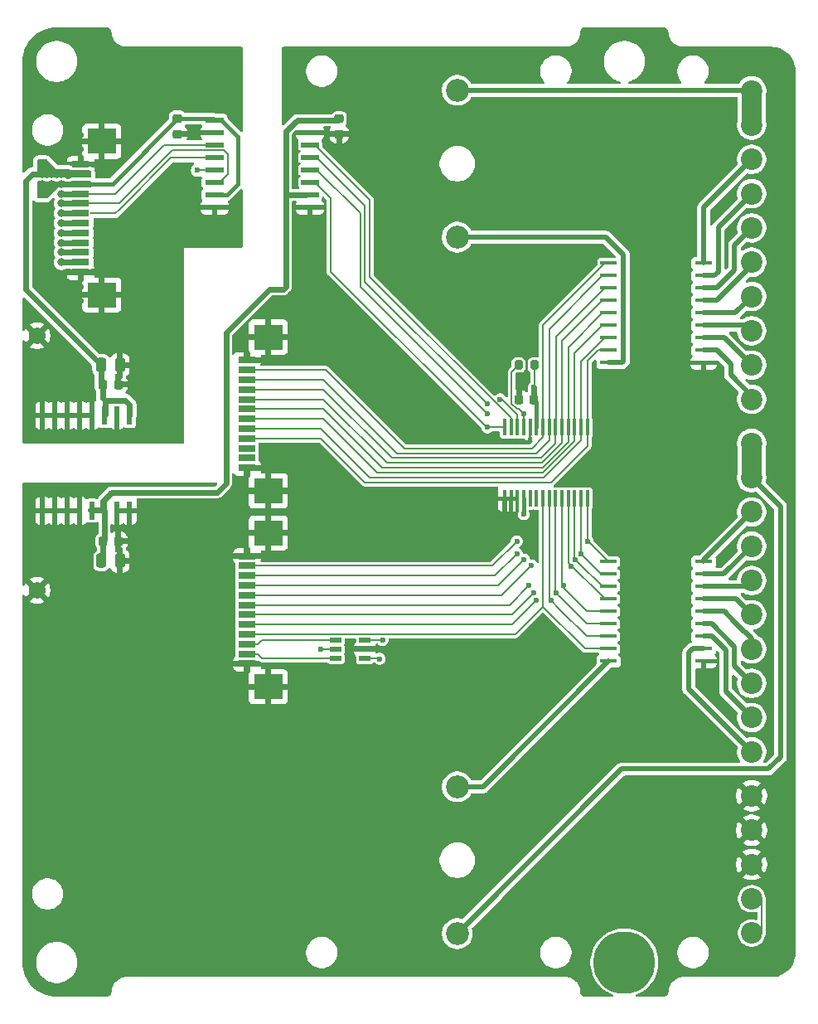
<source format=gbr>
%TF.GenerationSoftware,KiCad,Pcbnew,9.0.0*%
%TF.CreationDate,2025-03-01T22:14:05+03:00*%
%TF.ProjectId,PM_CNV-DQ16_src,504d5f43-4e56-42d4-9451-31365f737263,rev?*%
%TF.SameCoordinates,Original*%
%TF.FileFunction,Copper,L1,Top*%
%TF.FilePolarity,Positive*%
%FSLAX46Y46*%
G04 Gerber Fmt 4.6, Leading zero omitted, Abs format (unit mm)*
G04 Created by KiCad (PCBNEW 9.0.0) date 2025-03-01 22:14:05*
%MOMM*%
%LPD*%
G01*
G04 APERTURE LIST*
G04 Aperture macros list*
%AMRoundRect*
0 Rectangle with rounded corners*
0 $1 Rounding radius*
0 $2 $3 $4 $5 $6 $7 $8 $9 X,Y pos of 4 corners*
0 Add a 4 corners polygon primitive as box body*
4,1,4,$2,$3,$4,$5,$6,$7,$8,$9,$2,$3,0*
0 Add four circle primitives for the rounded corners*
1,1,$1+$1,$2,$3*
1,1,$1+$1,$4,$5*
1,1,$1+$1,$6,$7*
1,1,$1+$1,$8,$9*
0 Add four rect primitives between the rounded corners*
20,1,$1+$1,$2,$3,$4,$5,0*
20,1,$1+$1,$4,$5,$6,$7,0*
20,1,$1+$1,$6,$7,$8,$9,0*
20,1,$1+$1,$8,$9,$2,$3,0*%
G04 Aperture macros list end*
%TA.AperFunction,ComponentPad*%
%ADD10C,2.350000*%
%TD*%
%TA.AperFunction,ComponentPad*%
%ADD11C,2.200000*%
%TD*%
%TA.AperFunction,SMDPad,CuDef*%
%ADD12R,1.716000X0.450800*%
%TD*%
%TA.AperFunction,SMDPad,CuDef*%
%ADD13RoundRect,0.250000X-0.250000X-0.475000X0.250000X-0.475000X0.250000X0.475000X-0.250000X0.475000X0*%
%TD*%
%TA.AperFunction,SMDPad,CuDef*%
%ADD14R,1.803400X0.635000*%
%TD*%
%TA.AperFunction,SMDPad,CuDef*%
%ADD15R,2.997200X2.590800*%
%TD*%
%TA.AperFunction,SMDPad,CuDef*%
%ADD16RoundRect,0.225000X0.225000X0.250000X-0.225000X0.250000X-0.225000X-0.250000X0.225000X-0.250000X0*%
%TD*%
%TA.AperFunction,SMDPad,CuDef*%
%ADD17R,1.181100X0.558800*%
%TD*%
%TA.AperFunction,SMDPad,CuDef*%
%ADD18RoundRect,0.225000X-0.250000X0.225000X-0.250000X-0.225000X0.250000X-0.225000X0.250000X0.225000X0*%
%TD*%
%TA.AperFunction,ComponentPad*%
%ADD19C,1.725000*%
%TD*%
%TA.AperFunction,SMDPad,CuDef*%
%ADD20RoundRect,0.225000X-0.225000X-0.250000X0.225000X-0.250000X0.225000X0.250000X-0.225000X0.250000X0*%
%TD*%
%TA.AperFunction,SMDPad,CuDef*%
%ADD21R,0.431800X1.655601*%
%TD*%
%TA.AperFunction,SMDPad,CuDef*%
%ADD22R,1.854200X0.482600*%
%TD*%
%TA.AperFunction,SMDPad,CuDef*%
%ADD23RoundRect,0.200000X0.200000X0.275000X-0.200000X0.275000X-0.200000X-0.275000X0.200000X-0.275000X0*%
%TD*%
%TA.AperFunction,SMDPad,CuDef*%
%ADD24R,0.482600X1.854200*%
%TD*%
%TA.AperFunction,ComponentPad*%
%ADD25O,6.350000X6.350000*%
%TD*%
%TA.AperFunction,ViaPad*%
%ADD26C,0.800000*%
%TD*%
%TA.AperFunction,ViaPad*%
%ADD27C,0.600000*%
%TD*%
%TA.AperFunction,Conductor*%
%ADD28C,0.200000*%
%TD*%
%TA.AperFunction,Conductor*%
%ADD29C,0.600000*%
%TD*%
%TA.AperFunction,Conductor*%
%ADD30C,0.400000*%
%TD*%
%TA.AperFunction,Conductor*%
%ADD31C,0.500000*%
%TD*%
%TA.AperFunction,Conductor*%
%ADD32C,2.000000*%
%TD*%
G04 APERTURE END LIST*
D10*
%TO.P,U9,1,1*%
%TO.N,Net-(U7-VCC)*%
X4920000Y-28060000D03*
%TO.P,U9,2,2*%
%TO.N,+V_b*%
X4920000Y-43060000D03*
%TD*%
%TO.P,U8,1,1*%
%TO.N,Net-(U6-VCC)*%
X4920000Y28060000D03*
%TO.P,U8,2,2*%
%TO.N,+V_a*%
X4920000Y43060000D03*
%TD*%
D11*
%TO.P,J6,1,Pin_1*%
%TO.N,/PE*%
X35000000Y-43000000D03*
%TO.P,J6,2,Pin_2*%
X35000000Y-39500000D03*
%TO.P,J6,3,Pin_3*%
%TO.N,GND_CNV*%
X35000000Y-36000000D03*
%TO.P,J6,4,Pin_4*%
X35000000Y-32500000D03*
%TO.P,J6,5,Pin_5*%
X35000000Y-29000000D03*
%TD*%
D12*
%TO.P,U6,1,I1*%
%TO.N,/a.0_in*%
X20389202Y25400000D03*
%TO.P,U6,2,I2*%
%TO.N,/a.1_in*%
X20389202Y24130000D03*
%TO.P,U6,3,I3*%
%TO.N,/a.2_in*%
X20389202Y22860000D03*
%TO.P,U6,4,I4*%
%TO.N,/a.3_in*%
X20389202Y21590000D03*
%TO.P,U6,5,I5*%
%TO.N,/a.4_in*%
X20389202Y20320000D03*
%TO.P,U6,6,I6*%
%TO.N,/a.5_in*%
X20389202Y19050000D03*
%TO.P,U6,7,I7*%
%TO.N,/a.6_in*%
X20389202Y17780000D03*
%TO.P,U6,8,I8*%
%TO.N,/a.7_in*%
X20389202Y16510000D03*
%TO.P,U6,9,VCC*%
%TO.N,Net-(U6-VCC)*%
X20389202Y15240000D03*
%TO.P,U6,10,GND*%
%TO.N,GND_CNV*%
X30090798Y15240000D03*
%TO.P,U6,11,O8*%
%TO.N,/a.7_out*%
X30090798Y16510000D03*
%TO.P,U6,12,O7*%
%TO.N,/a.6_out*%
X30090798Y17780000D03*
%TO.P,U6,13,O6*%
%TO.N,/a.5_out*%
X30090798Y19050000D03*
%TO.P,U6,14,O5*%
%TO.N,/a.4_out*%
X30090798Y20320000D03*
%TO.P,U6,15,O4*%
%TO.N,/a.3_out*%
X30090798Y21590000D03*
%TO.P,U6,16,O3*%
%TO.N,/a.2_out*%
X30090798Y22860000D03*
%TO.P,U6,17,O2*%
%TO.N,/a.1_out*%
X30090798Y24130000D03*
%TO.P,U6,18,O1*%
%TO.N,/a.0_out*%
X30090798Y25400000D03*
%TD*%
D11*
%TO.P,J5,1,Pin_1*%
%TO.N,/b.7_out*%
X35000000Y-24500000D03*
%TO.P,J5,2,Pin_2*%
%TO.N,/b.6_out*%
X35000000Y-21000000D03*
%TO.P,J5,3,Pin_3*%
%TO.N,/b.5_out*%
X35000000Y-17500000D03*
%TO.P,J5,4,Pin_4*%
%TO.N,/b.4_out*%
X35000000Y-14000000D03*
%TO.P,J5,5,Pin_5*%
%TO.N,/b.3_out*%
X35000000Y-10500000D03*
%TO.P,J5,6,Pin_6*%
%TO.N,/b.2_out*%
X35000000Y-7000000D03*
%TO.P,J5,7,Pin_7*%
%TO.N,/b.1_out*%
X35000000Y-3500000D03*
%TO.P,J5,8,Pin_8*%
%TO.N,/b.0_out*%
X35000000Y0D03*
%TO.P,J5,9,Pin_9*%
%TO.N,+V_b*%
X35000000Y3500000D03*
%TO.P,J5,10,Pin_10*%
X35000000Y7000000D03*
%TD*%
D13*
%TO.P,C5,1*%
%TO.N,+5V_CNV*%
X-31450000Y-5000000D03*
%TO.P,C5,2*%
%TO.N,GND_CNV*%
X-29550000Y-5000000D03*
%TD*%
D11*
%TO.P,J3,1,Pin_1*%
%TO.N,/a.7_out*%
X35000000Y11500000D03*
%TO.P,J3,2,Pin_2*%
%TO.N,/a.6_out*%
X35000000Y15000000D03*
%TO.P,J3,3,Pin_3*%
%TO.N,/a.5_out*%
X35000000Y18500000D03*
%TO.P,J3,4,Pin_4*%
%TO.N,/a.4_out*%
X35000000Y22000000D03*
%TO.P,J3,5,Pin_5*%
%TO.N,/a.3_out*%
X35000000Y25500000D03*
%TO.P,J3,6,Pin_6*%
%TO.N,/a.2_out*%
X35000000Y29000000D03*
%TO.P,J3,7,Pin_7*%
%TO.N,/a.1_out*%
X35000000Y32500000D03*
%TO.P,J3,8,Pin_8*%
%TO.N,/a.0_out*%
X35000000Y36000000D03*
%TO.P,J3,9,Pin_9*%
%TO.N,+V_a*%
X35000000Y39500000D03*
%TO.P,J3,10,Pin_10*%
X35000000Y43000000D03*
%TD*%
D14*
%TO.P,J1,1,Pin_1*%
%TO.N,GND_MCU*%
X-33556000Y24500008D03*
%TO.P,J1,2,Pin_2*%
%TO.N,/INT*%
X-33556000Y25500006D03*
%TO.P,J1,3,Pin_3*%
%TO.N,/CS3*%
X-33556000Y26500004D03*
%TO.P,J1,4,Pin_4*%
%TO.N,/CS2*%
X-33556000Y27500002D03*
%TO.P,J1,5,Pin_5*%
%TO.N,/CS1*%
X-33556000Y28500000D03*
%TO.P,J1,6,Pin_6*%
%TO.N,/CS0*%
X-33556000Y29500000D03*
%TO.P,J1,7,Pin_7*%
%TO.N,/SCK*%
X-33556000Y30500000D03*
%TO.P,J1,8,Pin_8*%
%TO.N,/MISO*%
X-33556000Y31500000D03*
%TO.P,J1,9,Pin_9*%
%TO.N,/MOSI*%
X-33556000Y32499998D03*
%TO.P,J1,10,Pin_10*%
%TO.N,+3.3V_MCU*%
X-33556000Y33499996D03*
%TO.P,J1,11,Pin_11*%
%TO.N,+5V_MCU*%
X-33556000Y34499994D03*
%TO.P,J1,12,Pin_11*%
%TO.N,GND_MCU*%
X-33556000Y35499992D03*
D15*
%TO.P,J1,13,Pin_11*%
X-31385999Y22149997D03*
X-31385999Y37850003D03*
%TD*%
D16*
%TO.P,C7,1*%
%TO.N,+5V_CNV*%
X12775000Y11500000D03*
%TO.P,C7,2*%
%TO.N,GND_CNV*%
X11225000Y11500000D03*
%TD*%
D17*
%TO.P,U10,1,1A*%
%TO.N,/MISO_CNV*%
X-4533150Y-14950001D03*
%TO.P,U10,2,GND*%
%TO.N,GND_CNV*%
X-4533150Y-14000000D03*
%TO.P,U10,3,2A*%
%TO.N,/CS_CNV*%
X-4533150Y-13049999D03*
%TO.P,U10,4,2Y*%
%TO.N,/CS_LED*%
X-7466850Y-13049999D03*
%TO.P,U10,5,VCC*%
%TO.N,+5V_CNV*%
X-7466850Y-14000000D03*
%TO.P,U10,6,1Y*%
%TO.N,/MISO_LED*%
X-7466850Y-14950001D03*
%TD*%
D18*
%TO.P,C1,1*%
%TO.N,+3.3V_MCU*%
X-23655000Y40145000D03*
%TO.P,C1,2*%
%TO.N,GND_MCU*%
X-23655000Y38595000D03*
%TD*%
D14*
%TO.P,J4,1,Pin_1*%
%TO.N,GND_CNV*%
X-16556000Y-15499992D03*
%TO.P,J4,2,Pin_2*%
%TO.N,/MISO_LED*%
X-16556000Y-14499994D03*
%TO.P,J4,3,Pin_3*%
%TO.N,/CS_LED*%
X-16556000Y-13499996D03*
%TO.P,J4,4,Pin_4*%
%TO.N,/b.7_in*%
X-16556000Y-12499998D03*
%TO.P,J4,5,Pin_5*%
%TO.N,/b.6_in*%
X-16556000Y-11500000D03*
%TO.P,J4,6,Pin_6*%
%TO.N,/b.5_in*%
X-16556000Y-10500000D03*
%TO.P,J4,7,Pin_7*%
%TO.N,/b.4_in*%
X-16556000Y-9500000D03*
%TO.P,J4,8,Pin_8*%
%TO.N,/b.3_in*%
X-16556000Y-8500000D03*
%TO.P,J4,9,Pin_9*%
%TO.N,/b.2_in*%
X-16556000Y-7500002D03*
%TO.P,J4,10,Pin_10*%
%TO.N,/b.1_in*%
X-16556000Y-6500004D03*
%TO.P,J4,11,Pin_11*%
%TO.N,/b.0_in*%
X-16556000Y-5500006D03*
%TO.P,J4,12,Pin_11*%
%TO.N,GND_CNV*%
X-16556000Y-4500008D03*
D15*
%TO.P,J4,13,Pin_11*%
X-14385999Y-17850003D03*
X-14385999Y-2149997D03*
%TD*%
D12*
%TO.P,U7,1,I1*%
%TO.N,/b.0_in*%
X20389202Y-5080000D03*
%TO.P,U7,2,I2*%
%TO.N,/b.1_in*%
X20389202Y-6350000D03*
%TO.P,U7,3,I3*%
%TO.N,/b.2_in*%
X20389202Y-7620000D03*
%TO.P,U7,4,I4*%
%TO.N,/b.3_in*%
X20389202Y-8890000D03*
%TO.P,U7,5,I5*%
%TO.N,/b.4_in*%
X20389202Y-10160000D03*
%TO.P,U7,6,I6*%
%TO.N,/b.5_in*%
X20389202Y-11430000D03*
%TO.P,U7,7,I7*%
%TO.N,/b.6_in*%
X20389202Y-12700000D03*
%TO.P,U7,8,I8*%
%TO.N,/b.7_in*%
X20389202Y-13970000D03*
%TO.P,U7,9,VCC*%
%TO.N,Net-(U7-VCC)*%
X20389202Y-15240000D03*
%TO.P,U7,10,GND*%
%TO.N,GND_CNV*%
X30090798Y-15240000D03*
%TO.P,U7,11,O8*%
%TO.N,/b.7_out*%
X30090798Y-13970000D03*
%TO.P,U7,12,O7*%
%TO.N,/b.6_out*%
X30090798Y-12700000D03*
%TO.P,U7,13,O6*%
%TO.N,/b.5_out*%
X30090798Y-11430000D03*
%TO.P,U7,14,O5*%
%TO.N,/b.4_out*%
X30090798Y-10160000D03*
%TO.P,U7,15,O4*%
%TO.N,/b.3_out*%
X30090798Y-8890000D03*
%TO.P,U7,16,O3*%
%TO.N,/b.2_out*%
X30090798Y-7620000D03*
%TO.P,U7,17,O2*%
%TO.N,/b.1_out*%
X30090798Y-6350000D03*
%TO.P,U7,18,O1*%
%TO.N,/b.0_out*%
X30090798Y-5080000D03*
%TD*%
D19*
%TO.P,U11,1*%
%TO.N,GND_MCU*%
X-38000000Y18000000D03*
%TD*%
D20*
%TO.P,C3,1*%
%TO.N,+5V_MCU*%
X-31275000Y13000000D03*
%TO.P,C3,2*%
%TO.N,GND_MCU*%
X-29725000Y13000000D03*
%TD*%
D21*
%TO.P,U3,1,GPB0*%
%TO.N,/a.7_in*%
X18225000Y8627801D03*
%TO.P,U3,2,GPB1*%
%TO.N,/a.6_in*%
X17574999Y8627801D03*
%TO.P,U3,3,GPB2*%
%TO.N,/a.5_in*%
X16925000Y8627801D03*
%TO.P,U3,4,GPB3*%
%TO.N,/a.4_in*%
X16274999Y8627801D03*
%TO.P,U3,5,GPB4*%
%TO.N,/a.3_in*%
X15625001Y8627801D03*
%TO.P,U3,6,GPB5*%
%TO.N,/a.2_in*%
X14974999Y8627801D03*
%TO.P,U3,7,GPB6*%
%TO.N,/a.1_in*%
X14325001Y8627801D03*
%TO.P,U3,8,GPB7*%
%TO.N,/a.0_in*%
X13675002Y8627801D03*
%TO.P,U3,9,VDD*%
%TO.N,+5V_CNV*%
X13025001Y8627801D03*
%TO.P,U3,10,VSS*%
%TO.N,GND_CNV*%
X12375002Y8627801D03*
%TO.P,U3,11,~{CS}*%
%TO.N,/CS_CNV*%
X11725001Y8627801D03*
%TO.P,U3,12,SCK*%
%TO.N,/SCK_CNV*%
X11075002Y8627801D03*
%TO.P,U3,13,SI*%
%TO.N,/MOSI_CNV*%
X10425001Y8627801D03*
%TO.P,U3,14,SO*%
%TO.N,/MISO_CNV*%
X9775002Y8627801D03*
%TO.P,U3,15,A0*%
%TO.N,GND_CNV*%
X9775000Y1372199D03*
%TO.P,U3,16,A1*%
X10425001Y1372199D03*
%TO.P,U3,17,A2*%
X11075000Y1372199D03*
%TO.P,U3,18,~{RESET}*%
%TO.N,+5V_CNV*%
X11725001Y1372199D03*
%TO.P,U3,19,INTB*%
%TO.N,unconnected-(U3-INTB-Pad19)*%
X12374999Y1372199D03*
%TO.P,U3,20,INTA*%
%TO.N,unconnected-(U3-INTA-Pad20)*%
X13025001Y1372199D03*
%TO.P,U3,21,GPA0*%
%TO.N,/b.7_in*%
X13674999Y1372199D03*
%TO.P,U3,22,GPA1*%
%TO.N,/b.6_in*%
X14325001Y1372199D03*
%TO.P,U3,23,GPA2*%
%TO.N,/b.5_in*%
X14974999Y1372199D03*
%TO.P,U3,24,GPA3*%
%TO.N,/b.4_in*%
X15625001Y1372199D03*
%TO.P,U3,25,GPA4*%
%TO.N,/b.3_in*%
X16274999Y1372199D03*
%TO.P,U3,26,GPA5*%
%TO.N,/b.2_in*%
X16925000Y1372199D03*
%TO.P,U3,27,GPA6*%
%TO.N,/b.1_in*%
X17574999Y1372199D03*
%TO.P,U3,28,GPA7*%
%TO.N,/b.0_in*%
X18225000Y1372199D03*
%TD*%
D13*
%TO.P,C4,1*%
%TO.N,+5V_MCU*%
X-31450000Y15000000D03*
%TO.P,C4,2*%
%TO.N,GND_MCU*%
X-29550000Y15000000D03*
%TD*%
D22*
%TO.P,U4,1,VDD*%
%TO.N,+3.3V_MCU*%
X-19876800Y40005000D03*
%TO.P,U4,2,GNDA*%
%TO.N,GND_MCU*%
X-19876800Y38735000D03*
%TO.P,U4,3,VI1*%
%TO.N,/MOSI*%
X-19876800Y37465000D03*
%TO.P,U4,4,VI2*%
%TO.N,/SCK*%
X-19876800Y36195000D03*
%TO.P,U4,5,VI3*%
%TO.N,/CS*%
X-19876800Y34925000D03*
%TO.P,U4,6,VO4*%
%TO.N,/MISO*%
X-19876800Y33655000D03*
%TO.P,U4,7,ENA*%
%TO.N,+3.3V_MCU*%
X-19876800Y32385000D03*
%TO.P,U4,8,GNDA*%
%TO.N,GND_MCU*%
X-19876800Y31115000D03*
%TO.P,U4,9,GNDB*%
%TO.N,GND_CNV*%
X-10123200Y31115000D03*
%TO.P,U4,10,ENB*%
%TO.N,+5V_CNV*%
X-10123200Y32385000D03*
%TO.P,U4,11,VI4*%
%TO.N,/MISO_CNV*%
X-10123200Y33655000D03*
%TO.P,U4,12,VO3*%
%TO.N,/CS_CNV*%
X-10123200Y34925000D03*
%TO.P,U4,13,VO2*%
%TO.N,/SCK_CNV*%
X-10123200Y36195000D03*
%TO.P,U4,14,VO1*%
%TO.N,/MOSI_CNV*%
X-10123200Y37465000D03*
%TO.P,U4,15,GNDB*%
%TO.N,GND_CNV*%
X-10123200Y38735000D03*
%TO.P,U4,16,VISO*%
%TO.N,+5V_CNV*%
X-10123200Y40005000D03*
%TD*%
D14*
%TO.P,J2,1,Pin_1*%
%TO.N,GND_CNV*%
X-16556000Y4500008D03*
%TO.P,J2,2,Pin_2*%
%TO.N,unconnected-(J2-Pin_2-Pad2)*%
X-16556000Y5500006D03*
%TO.P,J2,3,Pin_3*%
%TO.N,unconnected-(J2-Pin_3-Pad3)*%
X-16556000Y6500004D03*
%TO.P,J2,4,Pin_4*%
%TO.N,/a.7_in*%
X-16556000Y7500002D03*
%TO.P,J2,5,Pin_5*%
%TO.N,/a.6_in*%
X-16556000Y8500000D03*
%TO.P,J2,6,Pin_6*%
%TO.N,/a.5_in*%
X-16556000Y9500000D03*
%TO.P,J2,7,Pin_7*%
%TO.N,/a.4_in*%
X-16556000Y10500000D03*
%TO.P,J2,8,Pin_8*%
%TO.N,/a.3_in*%
X-16556000Y11500000D03*
%TO.P,J2,9,Pin_9*%
%TO.N,/a.2_in*%
X-16556000Y12499998D03*
%TO.P,J2,10,Pin_10*%
%TO.N,/a.1_in*%
X-16556000Y13499996D03*
%TO.P,J2,11,Pin_11*%
%TO.N,/a.0_in*%
X-16556000Y14499994D03*
%TO.P,J2,12,Pin_11*%
%TO.N,GND_CNV*%
X-16556000Y15499992D03*
D15*
%TO.P,J2,13,Pin_11*%
X-14385999Y2149997D03*
X-14385999Y17850003D03*
%TD*%
D20*
%TO.P,C6,1*%
%TO.N,+5V_CNV*%
X-31275000Y-3000000D03*
%TO.P,C6,2*%
%TO.N,GND_CNV*%
X-29725000Y-3000000D03*
%TD*%
D23*
%TO.P,R1,1*%
%TO.N,+5V_CNV*%
X12825000Y15000000D03*
%TO.P,R1,2*%
%TO.N,/CS_CNV*%
X11175000Y15000000D03*
%TD*%
D24*
%TO.P,U5,1,EN*%
%TO.N,+5V_MCU*%
X-28555000Y9876800D03*
%TO.P,U5,2,GNDP*%
%TO.N,GND_MCU*%
X-29825000Y9876800D03*
%TO.P,U5,3,VINP*%
%TO.N,+5V_MCU*%
X-31095000Y9876800D03*
%TO.P,U5,4,NC*%
%TO.N,GND_MCU*%
X-32365000Y9876800D03*
%TO.P,U5,5,NC*%
X-33635000Y9876800D03*
%TO.P,U5,6,NC*%
X-34905000Y9876800D03*
%TO.P,U5,7,NC*%
X-36175000Y9876800D03*
%TO.P,U5,8,NC*%
X-37445000Y9876800D03*
%TO.P,U5,9,GNDS*%
%TO.N,GND_CNV*%
X-37445000Y123200D03*
%TO.P,U5,10,NC*%
X-36175000Y123200D03*
%TO.P,U5,11,NC*%
X-34905000Y123200D03*
%TO.P,U5,12,NC*%
X-33635000Y123200D03*
%TO.P,U5,13,SEL*%
%TO.N,+5V_CNV*%
X-32365000Y123200D03*
%TO.P,U5,14,VISO*%
X-31095000Y123200D03*
%TO.P,U5,15,GNDS*%
%TO.N,GND_CNV*%
X-29825000Y123200D03*
%TO.P,U5,16,GNDS*%
X-28555000Y123200D03*
%TD*%
D18*
%TO.P,C2,1*%
%TO.N,+5V_CNV*%
X-7145000Y40145000D03*
%TO.P,C2,2*%
%TO.N,GND_CNV*%
X-7145000Y38595000D03*
%TD*%
D25*
%TO.P,PE1,1*%
%TO.N,/PE*%
X22000000Y-46000000D03*
%TD*%
D19*
%TO.P,U2,1*%
%TO.N,GND_CNV*%
X-38000000Y-8000000D03*
%TD*%
D26*
%TO.N,GND_CNV*%
X-3000000Y37000000D03*
X-3000000Y39000000D03*
X-5000000Y39000000D03*
X-4000000Y38000000D03*
X-5000000Y37000000D03*
X-24500000Y-2000000D03*
X-24500000Y0D03*
X-26500000Y-2000000D03*
X-25500000Y-1000000D03*
X-26500000Y0D03*
X-10500000Y20500000D03*
X-11500000Y21500000D03*
X-12500000Y20500000D03*
%TO.N,+5V_MCU*%
X-37500000Y35500000D03*
X-35500000Y34500000D03*
X-36500000Y34500000D03*
X-37500000Y34500000D03*
%TO.N,+3.3V_MCU*%
X-37500000Y32500000D03*
X-37500000Y33500000D03*
X-36500000Y33500000D03*
X-35500000Y33500000D03*
%TO.N,/MOSI*%
X-35500000Y32500000D03*
%TO.N,/MISO*%
X-35500000Y31500000D03*
%TO.N,/SCK*%
X-35500000Y30500000D03*
%TO.N,/CS0*%
X-35500000Y29500000D03*
%TO.N,/CS1*%
X-35500000Y28500000D03*
%TO.N,/CS2*%
X-35500000Y27500000D03*
%TO.N,/CS3*%
X-35500000Y26500000D03*
D27*
%TO.N,/CS*%
X-21600000Y34900000D03*
%TO.N,GND_MCU*%
X-31500000Y40000000D03*
X-33000000Y20000000D03*
X-30000000Y20000000D03*
X-31500000Y20000000D03*
X-22264264Y38664291D03*
X-33000000Y40000000D03*
X-33500000Y23000000D03*
X-33500000Y38500000D03*
X-30000000Y40000000D03*
X-33500000Y21500000D03*
X-33500000Y37000000D03*
%TO.N,+5V_CNV*%
X12775000Y12750000D03*
X-29500000Y2000000D03*
X-28500000Y2000000D03*
X-30438300Y1938300D03*
X11725001Y-250000D03*
X-9000000Y-14000000D03*
X-27500000Y2000000D03*
%TO.N,GND_CNV*%
X29685000Y-16510000D03*
X30955000Y-16510000D03*
X30320000Y-17780000D03*
%TO.N,/b.0_in*%
X11000000Y-3000000D03*
X18250000Y-3000000D03*
%TO.N,/b.5_in*%
X12750000Y-8250000D03*
X15000000Y-8250000D03*
%TO.N,/b.6_in*%
X14500000Y-9000000D03*
X13002983Y-9008949D03*
%TO.N,/b.2_in*%
X16945687Y-4850000D03*
X11750000Y-4850000D03*
%TO.N,/b.1_in*%
X17525000Y-4250000D03*
X11000000Y-4250000D03*
%TO.N,/b.4_in*%
X15750000Y-7500000D03*
X12250000Y-7500000D03*
%TO.N,/b.3_in*%
X12500000Y-5450000D03*
X16503407Y-5516627D03*
%TO.N,/MISO_CNV*%
X-3000000Y-15000000D03*
X8000000Y8627801D03*
%TO.N,/SCK_CNV*%
X8000000Y11000000D03*
X9300000Y11500000D03*
%TO.N,/CS_CNV*%
X8000000Y10000000D03*
X11725001Y10000000D03*
X-2700001Y-13099998D03*
D26*
%TO.N,/INT*%
X-35500000Y25500000D03*
%TD*%
D28*
%TO.N,/CS_CNV*%
X11725001Y10000000D02*
X11225001Y10500000D01*
X11225001Y10500000D02*
X11000000Y10500000D01*
X11000000Y10500000D02*
X10474000Y11026000D01*
X10474000Y11026000D02*
X10474000Y14299000D01*
X10474000Y14299000D02*
X11175000Y15000000D01*
X11725001Y10000000D02*
X11725001Y8627801D01*
D29*
%TO.N,+5V_MCU*%
X-39200000Y33800000D02*
X-38500000Y34500000D01*
X-38500000Y34500000D02*
X-37500000Y34500000D01*
%TO.N,/MOSI*%
X-35499998Y32499998D02*
X-35500000Y32500000D01*
X-33556000Y32499998D02*
X-35499998Y32499998D01*
%TO.N,/MISO*%
X-33556000Y31500000D02*
X-35500000Y31500000D01*
%TO.N,/SCK*%
X-33556000Y30500000D02*
X-35500000Y30500000D01*
%TO.N,/CS0*%
X-33556000Y29500000D02*
X-35500000Y29500000D01*
%TO.N,/CS1*%
X-33556000Y28500000D02*
X-35500000Y28500000D01*
%TO.N,/CS2*%
X-35499998Y27500002D02*
X-35500000Y27500000D01*
X-33556000Y27500002D02*
X-35499998Y27500002D01*
%TO.N,/CS3*%
X-35499996Y26500004D02*
X-35500000Y26500000D01*
X-33556000Y26500004D02*
X-35499996Y26500004D01*
D28*
%TO.N,/CS*%
X-21600000Y34900000D02*
X-19901800Y34900000D01*
X-19901800Y34900000D02*
X-19876800Y34925000D01*
%TO.N,+5V_CNV*%
X12825000Y15000000D02*
X12825000Y12800000D01*
X12825000Y12800000D02*
X12775000Y12750000D01*
%TO.N,/SCK_CNV*%
X9300000Y11500000D02*
X9500000Y11500000D01*
X9500000Y11500000D02*
X11075002Y9924998D01*
X11075002Y9924998D02*
X11075002Y8627801D01*
%TO.N,/MOSI*%
X-20276800Y37465000D02*
X-25050800Y37465000D01*
X-34089100Y32500000D02*
X-32556000Y32500000D01*
X-30015800Y32500000D02*
X-32556000Y32500000D01*
X-25050800Y37465000D02*
X-30015800Y32500000D01*
%TO.N,/MISO*%
X-18500000Y34533400D02*
X-19378400Y33655000D01*
X-19378400Y33655000D02*
X-19876800Y33655000D01*
X-18923700Y36923700D02*
X-18500000Y36500000D01*
X-24154486Y36923700D02*
X-18923700Y36923700D01*
X-33556000Y31500000D02*
X-29578186Y31500000D01*
X-29578186Y31500000D02*
X-24154486Y36923700D01*
X-18500000Y36500000D02*
X-18500000Y34533400D01*
%TO.N,/SCK*%
X-30012500Y30500000D02*
X-32556000Y30500000D01*
X-24317500Y36195000D02*
X-29629500Y30883000D01*
X-20276800Y36195000D02*
X-24317500Y36195000D01*
X-29629500Y30883000D02*
X-30012500Y30500000D01*
D30*
%TO.N,+3.3V_MCU*%
X-33556000Y33499996D02*
X-30300004Y33499996D01*
X-23655000Y40145000D02*
X-20016800Y40145000D01*
X-19191000Y40005000D02*
X-17500000Y38314000D01*
X-30300004Y33499996D02*
X-23655000Y40145000D01*
X-20016800Y40145000D02*
X-19876800Y40005000D01*
D28*
X-33759400Y33500000D02*
X-33759400Y33688400D01*
X-33157700Y33500000D02*
X-33759400Y33500000D01*
X-23515000Y40005000D02*
X-23655000Y40145000D01*
D30*
X-17500000Y38314000D02*
X-17500000Y33500000D01*
X-18615000Y32385000D02*
X-19876800Y32385000D01*
X-17500000Y33500000D02*
X-18615000Y32385000D01*
X-19876800Y40005000D02*
X-19191000Y40005000D01*
D28*
X-20276800Y40005000D02*
X-19605000Y40005000D01*
D29*
%TO.N,+5V_CNV*%
X-31095000Y123200D02*
X-31095000Y-2820000D01*
X-31275000Y-3000000D02*
X-31275000Y-4825000D01*
D28*
X-7466850Y-14000000D02*
X-9000000Y-14000000D01*
D29*
X-12560000Y23015736D02*
X-12560000Y32500000D01*
D30*
X13025001Y11249999D02*
X12775000Y11500000D01*
D29*
X-12560000Y38866600D02*
X-11421600Y40005000D01*
X-32545000Y203200D02*
X-31275000Y203200D01*
X-27500000Y2000000D02*
X-19575736Y2000000D01*
X-12560000Y32500000D02*
X-12560000Y38866600D01*
X-31275000Y203200D02*
X-31275000Y1101600D01*
X-10523200Y32385000D02*
X-12445000Y32385000D01*
X-19575736Y2000000D02*
X-18700000Y2875736D01*
X-31095000Y-2820000D02*
X-31275000Y-3000000D01*
X12775000Y12750000D02*
X12775000Y11500000D01*
X-31275000Y1101600D02*
X-30438300Y1938300D01*
X-12875736Y22700000D02*
X-12560000Y23015736D01*
X-10123200Y40005000D02*
X-7285000Y40005000D01*
X-7285000Y40005000D02*
X-7145000Y40145000D01*
X-31275000Y-3035000D02*
X-31415000Y-3175000D01*
X-11421600Y40005000D02*
X-10123200Y40005000D01*
X-29500000Y2000000D02*
X-28500000Y2000000D01*
D30*
X11725001Y-250000D02*
X11725001Y1372199D01*
D29*
X-14300000Y22700000D02*
X-12875736Y22700000D01*
X-18700000Y18300000D02*
X-14300000Y22700000D01*
X-30376600Y2000000D02*
X-29500000Y2000000D01*
X-28500000Y2000000D02*
X-27500000Y2000000D01*
X-31275000Y-4825000D02*
X-31450000Y-5000000D01*
X-30438300Y1938300D02*
X-30376600Y2000000D01*
X-12445000Y32385000D02*
X-12560000Y32500000D01*
X-18700000Y2875736D02*
X-18700000Y18300000D01*
D30*
X13025001Y8627801D02*
X13025001Y11249999D01*
D29*
%TO.N,/CS3*%
X-33556004Y26500000D02*
X-33556000Y26500004D01*
D28*
%TO.N,/CS0*%
X-33759400Y29416400D02*
X-33759400Y29500000D01*
D29*
%TO.N,/CS2*%
X-33556002Y27500000D02*
X-33556000Y27500002D01*
%TO.N,+5V_MCU*%
X-28983900Y11383900D02*
X-31031100Y11383900D01*
X-31031100Y11383900D02*
X-31031100Y9940700D01*
X-31450000Y13175000D02*
X-31275000Y13000000D01*
X-31031100Y9940700D02*
X-31095000Y9876800D01*
X-31275000Y13000000D02*
X-31275000Y11627800D01*
X-39200000Y22750000D02*
X-31450000Y15000000D01*
X-31450000Y15000000D02*
X-31450000Y13175000D01*
X-28555000Y10955000D02*
X-28983900Y11383900D01*
X-28555000Y9876800D02*
X-28555000Y10955000D01*
X-39200000Y33800000D02*
X-39200000Y22750000D01*
X-31275000Y11627800D02*
X-31031100Y11383900D01*
D28*
%TO.N,/a.0_in*%
X13675002Y8627801D02*
X13675002Y19099200D01*
X-8499994Y14499994D02*
X-16556000Y14499994D01*
X13675002Y7634100D02*
X12540902Y6500000D01*
X-500000Y6500000D02*
X-8499994Y14499994D01*
X12540902Y6500000D02*
X-500000Y6500000D01*
X13675002Y8627801D02*
X13675002Y7634100D01*
X19975802Y25400000D02*
X20389202Y25400000D01*
X13675002Y19099200D02*
X19975802Y25400000D01*
%TO.N,/b.0_in*%
X18225000Y-2945399D02*
X20359601Y-5080000D01*
X8499994Y-5500006D02*
X-16556000Y-5500006D01*
X20359601Y-5080000D02*
X20389202Y-5080000D01*
X11000000Y-3000000D02*
X8499994Y-5500006D01*
X18225000Y1372199D02*
X18225000Y-2945399D01*
%TO.N,/b.7_in*%
X17970000Y-13970000D02*
X20389202Y-13970000D01*
X-16556000Y-12499998D02*
X10850000Y-12499998D01*
X13674999Y-9674999D02*
X17970000Y-13970000D01*
X10850000Y-12499998D02*
X13674999Y-9674999D01*
X13674999Y1372199D02*
X13674999Y-9674999D01*
%TO.N,/b.5_in*%
X-16556000Y-10500000D02*
X10500000Y-10500000D01*
X10500000Y-10500000D02*
X12750000Y-8250000D01*
X14974999Y-8224999D02*
X15500000Y-8750000D01*
X15500000Y-8750000D02*
X18180000Y-11430000D01*
X18180000Y-11430000D02*
X20389202Y-11430000D01*
X14974999Y1372199D02*
X14974999Y-8224999D01*
%TO.N,/a.2_in*%
X-16556000Y12499998D02*
X-8749998Y12499998D01*
X14974999Y8627801D02*
X15000000Y8652802D01*
X19975802Y22860000D02*
X20389202Y22860000D01*
X13500000Y5500000D02*
X14974999Y6974999D01*
X15000000Y8652802D02*
X15000000Y17884198D01*
X15000000Y17884198D02*
X19975802Y22860000D01*
X14974999Y6974999D02*
X14974999Y8627801D01*
X-1750000Y5500000D02*
X13500000Y5500000D01*
X-8749998Y12499998D02*
X-1750000Y5500000D01*
%TO.N,/b.6_in*%
X-16556000Y-11500000D02*
X10511932Y-11500000D01*
X14325001Y1372199D02*
X14325001Y-8884885D01*
X15470058Y-10029942D02*
X18140116Y-12700000D01*
X10511932Y-11500000D02*
X13002983Y-9008949D01*
X14325001Y-8884885D02*
X15470058Y-10029942D01*
X18140116Y-12700000D02*
X20389202Y-12700000D01*
%TO.N,/a.3_in*%
X15625001Y8627801D02*
X15625001Y17458399D01*
X-16556000Y11500000D02*
X-8750000Y11500000D01*
X19756602Y21590000D02*
X20389202Y21590000D01*
X13565686Y5000000D02*
X15625001Y7059315D01*
X-2250000Y5000000D02*
X13565686Y5000000D01*
X15625001Y17458399D02*
X19756602Y21590000D01*
X15625001Y7059315D02*
X15625001Y8627801D01*
X-8750000Y11500000D02*
X-2250000Y5000000D01*
%TO.N,/a.5_in*%
X13697057Y4000000D02*
X16925000Y7227943D01*
X-16556000Y9500000D02*
X-8750000Y9500000D01*
X16925000Y16218398D02*
X19756602Y19050000D01*
X-8750000Y9500000D02*
X-3250000Y4000000D01*
X-3250000Y4000000D02*
X13697057Y4000000D01*
X19756602Y19050000D02*
X20389202Y19050000D01*
X16925000Y7227943D02*
X16925000Y8627801D01*
X16925000Y8627801D02*
X16925000Y16218398D01*
%TO.N,/a.7_in*%
X-4500000Y3000000D02*
X14500000Y3000000D01*
X14500000Y3000000D02*
X18225000Y6725000D01*
X19331202Y16510000D02*
X20389202Y16510000D01*
X-16556000Y7500002D02*
X-9000002Y7500002D01*
X18225000Y15403798D02*
X19331202Y16510000D01*
X18225000Y8627801D02*
X18225000Y15403798D01*
X18225000Y6725000D02*
X18225000Y8627801D01*
X-9000002Y7500002D02*
X-4500000Y3000000D01*
%TO.N,/b.2_in*%
X16925000Y1372199D02*
X16925000Y-4788398D01*
X17318301Y-5181699D02*
X19756602Y-7620000D01*
X19756602Y-7620000D02*
X20389202Y-7620000D01*
X16925000Y-4788398D02*
X17318301Y-5181699D01*
X-16556000Y-7500002D02*
X9099998Y-7500002D01*
X9099998Y-7500002D02*
X11750000Y-4850000D01*
%TO.N,/b.1_in*%
X17574999Y1372199D02*
X17574999Y-4324999D01*
X17574999Y-4324999D02*
X19600000Y-6350000D01*
X19600000Y-6350000D02*
X20389202Y-6350000D01*
X11000000Y-4250000D02*
X8749996Y-6500004D01*
X8749996Y-6500004D02*
X-16556000Y-6500004D01*
%TO.N,/b.4_in*%
X15625001Y-7625001D02*
X18160000Y-10160000D01*
X15625001Y1372199D02*
X15625001Y-7625001D01*
X10250000Y-9500000D02*
X12250000Y-7500000D01*
X-16556000Y-9500000D02*
X10250000Y-9500000D01*
X18160000Y-10160000D02*
X20389202Y-10160000D01*
%TO.N,/a.4_in*%
X13631371Y4500000D02*
X16274999Y7143628D01*
X16274999Y7143628D02*
X16274999Y8627801D01*
X19756602Y20320000D02*
X20389202Y20320000D01*
X-8750000Y10500000D02*
X-2750000Y4500000D01*
X16274999Y16838397D02*
X19756602Y20320000D01*
X-2750000Y4500000D02*
X13631371Y4500000D01*
X-16556000Y10500000D02*
X-8750000Y10500000D01*
X16274999Y8627801D02*
X16274999Y16838397D01*
%TO.N,/a.6_in*%
X13762743Y3500000D02*
X17574999Y7312256D01*
X-9000000Y8500000D02*
X-4000000Y3500000D01*
X17574999Y7312256D02*
X17574999Y8627801D01*
X-16556000Y8500000D02*
X-9000000Y8500000D01*
X17574999Y8627801D02*
X17574999Y15379197D01*
X17574999Y15379197D02*
X19975802Y17780000D01*
X19975802Y17780000D02*
X20389202Y17780000D01*
X-4000000Y3500000D02*
X13762743Y3500000D01*
%TO.N,/b.3_in*%
X9450000Y-8500000D02*
X12500000Y-5450000D01*
X19975802Y-8890000D02*
X20389202Y-8890000D01*
X-16556000Y-8500000D02*
X9450000Y-8500000D01*
X16274999Y1372199D02*
X16274999Y-5189197D01*
X16274999Y-5189197D02*
X19975802Y-8890000D01*
%TO.N,/a.1_in*%
X-8749996Y13499996D02*
X-1250000Y6000000D01*
X-1250000Y6000000D02*
X13000000Y6000000D01*
X19756602Y24130000D02*
X20389202Y24130000D01*
X13000000Y6000000D02*
X14325001Y7325001D01*
X14325001Y8627801D02*
X14325001Y18698399D01*
X14325001Y18698399D02*
X19756602Y24130000D01*
X-16556000Y13499996D02*
X-8749996Y13499996D01*
X14325001Y7325001D02*
X14325001Y8627801D01*
D31*
%TO.N,/a.1_out*%
X31598798Y24524600D02*
X31598798Y29098798D01*
X31204198Y24130000D02*
X31598798Y24524600D01*
X30090798Y24130000D02*
X31204198Y24130000D01*
X31598798Y29098798D02*
X35000000Y32500000D01*
%TO.N,/a.3_out*%
X30090798Y21590000D02*
X31451590Y21590000D01*
X35000000Y25138410D02*
X35000000Y25500000D01*
X31451590Y21590000D02*
X35000000Y25138410D01*
%TO.N,/a.0_out*%
X30090798Y31090798D02*
X35000000Y36000000D01*
X30090798Y25400000D02*
X30090798Y31090798D01*
%TO.N,/a.7_out*%
X32860000Y15098798D02*
X32860000Y13970000D01*
X32860000Y13970000D02*
X35000000Y11830000D01*
X35000000Y11830000D02*
X35000000Y11500000D01*
X31448798Y16510000D02*
X32860000Y15098798D01*
X30090798Y16510000D02*
X31448798Y16510000D01*
%TO.N,/a.6_out*%
X32220000Y17780000D02*
X35000000Y15000000D01*
X30090798Y17780000D02*
X32220000Y17780000D01*
%TO.N,/a.4_out*%
X33320000Y20320000D02*
X35000000Y22000000D01*
X30090798Y20320000D02*
X33320000Y20320000D01*
%TO.N,/a.2_out*%
X31448798Y22860000D02*
X33250000Y24661202D01*
X30090798Y22860000D02*
X31448798Y22860000D01*
X33250000Y27250000D02*
X35000000Y29000000D01*
X33250000Y24661202D02*
X33250000Y27250000D01*
%TO.N,/a.5_out*%
X34450000Y19050000D02*
X35000000Y18500000D01*
X30090798Y19050000D02*
X34450000Y19050000D01*
%TO.N,/b.3_out*%
X33390000Y-8890000D02*
X35000000Y-10500000D01*
X30090798Y-8890000D02*
X33390000Y-8890000D01*
%TO.N,/b.5_out*%
X30955000Y-11430000D02*
X33250000Y-13725000D01*
X30090798Y-11430000D02*
X30955000Y-11430000D01*
X33250000Y-15750000D02*
X35000000Y-17500000D01*
X33250000Y-13725000D02*
X33250000Y-15750000D01*
%TO.N,/b.4_out*%
X33250000Y-11224874D02*
X34275126Y-12250000D01*
X30090798Y-10160000D02*
X32225000Y-10160000D01*
X33250000Y-11185000D02*
X33250000Y-11224874D01*
X35000000Y-12935000D02*
X35000000Y-14000000D01*
X34315000Y-12250000D02*
X35000000Y-12935000D01*
X32225000Y-10160000D02*
X33250000Y-11185000D01*
X34275126Y-12250000D02*
X34315000Y-12250000D01*
%TO.N,/b.2_out*%
X30090798Y-7620000D02*
X34380000Y-7620000D01*
X34380000Y-7620000D02*
X35000000Y-7000000D01*
%TO.N,/b.0_out*%
X30090798Y-5080000D02*
X30090798Y-4909202D01*
X30090798Y-4909202D02*
X35000000Y0D01*
%TO.N,/b.1_out*%
X30090798Y-6350000D02*
X32150000Y-6350000D01*
X32150000Y-6350000D02*
X35000000Y-3500000D01*
%TO.N,/b.7_out*%
X28582798Y-14364600D02*
X28582798Y-18082798D01*
X28582798Y-18082798D02*
X35000000Y-24500000D01*
X30090798Y-13970000D02*
X28977398Y-13970000D01*
X28977398Y-13970000D02*
X28582798Y-14364600D01*
%TO.N,/b.6_out*%
X32350000Y-14097792D02*
X32350000Y-18350000D01*
X32350000Y-18350000D02*
X35000000Y-21000000D01*
X30952208Y-12700000D02*
X32350000Y-14097792D01*
X30090798Y-12700000D02*
X30952208Y-12700000D01*
D28*
%TO.N,/PE*%
X36000000Y-39500000D02*
X36000000Y-43000000D01*
D32*
%TO.N,+V_a*%
X35000000Y43000000D02*
X35000000Y39500000D01*
D31*
X4980000Y43000000D02*
X4920000Y43060000D01*
X4920000Y43060000D02*
X34940000Y43060000D01*
X34940000Y43060000D02*
X35000000Y43000000D01*
%TO.N,+V_b*%
X36724874Y-26250000D02*
X37940000Y-25034874D01*
D32*
X35000000Y7000000D02*
X35000000Y3500000D01*
D31*
X21730000Y-26250000D02*
X36724874Y-26250000D01*
X37940000Y560000D02*
X35000000Y3500000D01*
X4920000Y-43060000D02*
X21730000Y-26250000D01*
X37940000Y-25034874D02*
X37940000Y560000D01*
%TO.N,Net-(U6-VCC)*%
X21897202Y15390000D02*
X21747202Y15240000D01*
X4920000Y28060000D02*
X20112602Y28060000D01*
X20112602Y28060000D02*
X21897202Y26275400D01*
X21747202Y15240000D02*
X20389202Y15240000D01*
X21897202Y26275400D02*
X21897202Y15390000D01*
%TO.N,Net-(U7-VCC)*%
X7569202Y-28060000D02*
X20389202Y-15240000D01*
X4920000Y-28060000D02*
X7569202Y-28060000D01*
D29*
%TO.N,/INT*%
X-33556006Y25500000D02*
X-33556000Y25500006D01*
D28*
%TO.N,/MISO_LED*%
X-16556000Y-14499994D02*
X-15454300Y-14499994D01*
X-15454300Y-14499994D02*
X-15004293Y-14950001D01*
X-15004293Y-14950001D02*
X-7466850Y-14950001D01*
%TO.N,/CS_LED*%
X-15004303Y-13049999D02*
X-7466850Y-13049999D01*
X-16556000Y-13499996D02*
X-15454300Y-13499996D01*
X-15454300Y-13499996D02*
X-15004303Y-13049999D01*
%TO.N,/MOSI_CNV*%
X-4000000Y31840200D02*
X-4000000Y24000000D01*
X10425001Y9574999D02*
X10425001Y8627801D01*
X-10123200Y37465000D02*
X-9624800Y37465000D01*
X-4000000Y24000000D02*
X10425001Y9574999D01*
X-9624800Y37465000D02*
X-4000000Y31840200D01*
%TO.N,/MISO_CNV*%
X-9624800Y33655000D02*
X-8000000Y32030200D01*
X-8000000Y24500000D02*
X7872199Y8627801D01*
X-8000000Y32030200D02*
X-8000000Y24500000D01*
X-3049999Y-14950001D02*
X-4533150Y-14950001D01*
X-3000000Y-15000000D02*
X-3049999Y-14950001D01*
X8000000Y8627801D02*
X9775002Y8627801D01*
X7872199Y8627801D02*
X8000000Y8627801D01*
X-10123200Y33655000D02*
X-9624800Y33655000D01*
%TO.N,/SCK_CNV*%
X-4500000Y23500000D02*
X-4500000Y31257600D01*
X-4500000Y31257600D02*
X-9437400Y36195000D01*
X-9437400Y36195000D02*
X-10123200Y36195000D01*
X8000000Y11000000D02*
X-4500000Y23500000D01*
%TO.N,/CS_CNV*%
X-5000000Y23000000D02*
X-5000000Y30487600D01*
X-5000000Y30487600D02*
X-9437400Y34925000D01*
X8000000Y10000000D02*
X-5000000Y23000000D01*
X-9437400Y34925000D02*
X-10123200Y34925000D01*
X-2700001Y-13099998D02*
X-2750000Y-13049999D01*
X-2750000Y-13049999D02*
X-4533150Y-13049999D01*
D29*
%TO.N,/INT*%
X-33556000Y25500006D02*
X-35499994Y25500006D01*
X-35499994Y25500006D02*
X-35500000Y25500000D01*
%TD*%
%TA.AperFunction,Conductor*%
%TO.N,GND_CNV*%
G36*
X26006922Y49498720D02*
G01*
X26097266Y49488541D01*
X26124331Y49482364D01*
X26203540Y49454648D01*
X26228553Y49442602D01*
X26299606Y49397957D01*
X26321313Y49380645D01*
X26380644Y49321314D01*
X26397957Y49299605D01*
X26442600Y49228556D01*
X26454648Y49203538D01*
X26482362Y49124334D01*
X26488540Y49097265D01*
X26498720Y49006924D01*
X26499500Y48993039D01*
X26499500Y48892683D01*
X26530044Y48680236D01*
X26530047Y48680226D01*
X26590517Y48474285D01*
X26679672Y48279062D01*
X26679679Y48279049D01*
X26717590Y48220059D01*
X26794425Y48100500D01*
X26795720Y48098486D01*
X26936275Y47936276D01*
X27060277Y47828828D01*
X27098487Y47795719D01*
X27169245Y47750246D01*
X27279048Y47679680D01*
X27279061Y47679673D01*
X27474284Y47590518D01*
X27474288Y47590517D01*
X27474290Y47590516D01*
X27680231Y47530046D01*
X27680232Y47530046D01*
X27680235Y47530045D01*
X27743584Y47520938D01*
X27892682Y47499500D01*
X27934108Y47499500D01*
X36934108Y47499500D01*
X36996249Y47499500D01*
X37003736Y47499274D01*
X37293796Y47481729D01*
X37308659Y47479924D01*
X37590798Y47428220D01*
X37605335Y47424637D01*
X37879172Y47339305D01*
X37893163Y47334000D01*
X38154743Y47216273D01*
X38167989Y47209320D01*
X38413465Y47060925D01*
X38425776Y47052427D01*
X38472520Y47015806D01*
X38651573Y46875527D01*
X38662781Y46865597D01*
X38865596Y46662782D01*
X38875526Y46651574D01*
X39007406Y46483241D01*
X39052422Y46425783D01*
X39060926Y46413463D01*
X39177398Y46220795D01*
X39209316Y46167996D01*
X39216275Y46154737D01*
X39333997Y45893169D01*
X39339306Y45879168D01*
X39424635Y45605337D01*
X39428219Y45590799D01*
X39479923Y45308660D01*
X39481728Y45293795D01*
X39499274Y45003737D01*
X39499500Y44996250D01*
X39499500Y-44996249D01*
X39499274Y-45003736D01*
X39481728Y-45293794D01*
X39479923Y-45308659D01*
X39428219Y-45590798D01*
X39424635Y-45605336D01*
X39339306Y-45879167D01*
X39333997Y-45893168D01*
X39216275Y-46154736D01*
X39209316Y-46167995D01*
X39060928Y-46413459D01*
X39052422Y-46425782D01*
X38875526Y-46651573D01*
X38865596Y-46662781D01*
X38662781Y-46865596D01*
X38651573Y-46875526D01*
X38425782Y-47052422D01*
X38413459Y-47060928D01*
X38167995Y-47209316D01*
X38154736Y-47216275D01*
X37893168Y-47333997D01*
X37879167Y-47339306D01*
X37605336Y-47424635D01*
X37590798Y-47428219D01*
X37308659Y-47479923D01*
X37293794Y-47481728D01*
X37003736Y-47499274D01*
X36996249Y-47499500D01*
X27892682Y-47499500D01*
X27680235Y-47530044D01*
X27680225Y-47530047D01*
X27474284Y-47590517D01*
X27279061Y-47679672D01*
X27279048Y-47679679D01*
X27098485Y-47795720D01*
X26936275Y-47936275D01*
X26795720Y-48098485D01*
X26679679Y-48279048D01*
X26679672Y-48279061D01*
X26590517Y-48474284D01*
X26530047Y-48680225D01*
X26530044Y-48680235D01*
X26499500Y-48892682D01*
X26499500Y-48993038D01*
X26498720Y-49006922D01*
X26498720Y-49006923D01*
X26488540Y-49097264D01*
X26482362Y-49124333D01*
X26454648Y-49203537D01*
X26442600Y-49228555D01*
X26397957Y-49299604D01*
X26380644Y-49321313D01*
X26321313Y-49380644D01*
X26299604Y-49397957D01*
X26228555Y-49442600D01*
X26203537Y-49454648D01*
X26124333Y-49482362D01*
X26097264Y-49488540D01*
X26017075Y-49497576D01*
X26006921Y-49498720D01*
X25993038Y-49499500D01*
X23256767Y-49499500D01*
X23189728Y-49479815D01*
X23143973Y-49427011D01*
X23134029Y-49357853D01*
X23163054Y-49294297D01*
X23209314Y-49260939D01*
X23487760Y-49145603D01*
X23788919Y-48984631D01*
X24072850Y-48794914D01*
X24336818Y-48578281D01*
X24578281Y-48336818D01*
X24794914Y-48072850D01*
X24984631Y-47788919D01*
X25145603Y-47487760D01*
X25276282Y-47172273D01*
X25375409Y-46845496D01*
X25442029Y-46510577D01*
X25475500Y-46170740D01*
X25475500Y-45829260D01*
X25442029Y-45489423D01*
X25375409Y-45154504D01*
X25290330Y-44874038D01*
X27399500Y-44874038D01*
X27399500Y-44921750D01*
X27399500Y-45125962D01*
X27405514Y-45163934D01*
X27438910Y-45374785D01*
X27516760Y-45614383D01*
X27582461Y-45743327D01*
X27626246Y-45829260D01*
X27631132Y-45838848D01*
X27779201Y-46042649D01*
X27779205Y-46042654D01*
X27957345Y-46220794D01*
X27957350Y-46220798D01*
X28117189Y-46336927D01*
X28161155Y-46368870D01*
X28304184Y-46441747D01*
X28385616Y-46483239D01*
X28385618Y-46483239D01*
X28385621Y-46483241D01*
X28625215Y-46561090D01*
X28874038Y-46600500D01*
X28874039Y-46600500D01*
X29125961Y-46600500D01*
X29125962Y-46600500D01*
X29374785Y-46561090D01*
X29614379Y-46483241D01*
X29838845Y-46368870D01*
X30042656Y-46220793D01*
X30220793Y-46042656D01*
X30368870Y-45838845D01*
X30483241Y-45614379D01*
X30561090Y-45374785D01*
X30600500Y-45125962D01*
X30600500Y-44874038D01*
X30561090Y-44625215D01*
X30483241Y-44385621D01*
X30483239Y-44385618D01*
X30483239Y-44385616D01*
X30414013Y-44249754D01*
X30368870Y-44161155D01*
X30314537Y-44086372D01*
X30220798Y-43957350D01*
X30220794Y-43957345D01*
X30042654Y-43779205D01*
X30042649Y-43779201D01*
X29838848Y-43631132D01*
X29838847Y-43631131D01*
X29838845Y-43631130D01*
X29768747Y-43595413D01*
X29614383Y-43516760D01*
X29374785Y-43438910D01*
X29125962Y-43399500D01*
X28874038Y-43399500D01*
X28749626Y-43419205D01*
X28625214Y-43438910D01*
X28385616Y-43516760D01*
X28161151Y-43631132D01*
X27957350Y-43779201D01*
X27957345Y-43779205D01*
X27779205Y-43957345D01*
X27779201Y-43957350D01*
X27631132Y-44161151D01*
X27516760Y-44385616D01*
X27438910Y-44625214D01*
X27437281Y-44635500D01*
X27399500Y-44874038D01*
X25290330Y-44874038D01*
X25276282Y-44827727D01*
X25145603Y-44512240D01*
X24984631Y-44211081D01*
X24794914Y-43927150D01*
X24578281Y-43663182D01*
X24578280Y-43663181D01*
X24578276Y-43663176D01*
X24336823Y-43421723D01*
X24072855Y-43205090D01*
X24072854Y-43205089D01*
X24072850Y-43205086D01*
X23788919Y-43015369D01*
X23788914Y-43015366D01*
X23788907Y-43015362D01*
X23579941Y-42903669D01*
X23487760Y-42854397D01*
X23487753Y-42854394D01*
X23172274Y-42723718D01*
X22845490Y-42624589D01*
X22510583Y-42557972D01*
X22510566Y-42557969D01*
X22253579Y-42532658D01*
X22170740Y-42524500D01*
X21829260Y-42524500D01*
X21752646Y-42532045D01*
X21489433Y-42557969D01*
X21489416Y-42557972D01*
X21154509Y-42624589D01*
X20827725Y-42723718D01*
X20512246Y-42854394D01*
X20512232Y-42854401D01*
X20211092Y-43015362D01*
X20211074Y-43015373D01*
X19927158Y-43205080D01*
X19927144Y-43205090D01*
X19663176Y-43421723D01*
X19421723Y-43663176D01*
X19205090Y-43927144D01*
X19205080Y-43927158D01*
X19015373Y-44211074D01*
X19015362Y-44211092D01*
X18854401Y-44512232D01*
X18854394Y-44512246D01*
X18723718Y-44827725D01*
X18624589Y-45154509D01*
X18557972Y-45489416D01*
X18557969Y-45489433D01*
X18532964Y-45743327D01*
X18524500Y-45829260D01*
X18524500Y-46170740D01*
X18527037Y-46196496D01*
X18557969Y-46510566D01*
X18557972Y-46510583D01*
X18624589Y-46845490D01*
X18723718Y-47172274D01*
X18740669Y-47213197D01*
X18854397Y-47487760D01*
X18860672Y-47499500D01*
X19015362Y-47788907D01*
X19015373Y-47788925D01*
X19205080Y-48072841D01*
X19205090Y-48072855D01*
X19421723Y-48336823D01*
X19663176Y-48578276D01*
X19663181Y-48578280D01*
X19663182Y-48578281D01*
X19927150Y-48794914D01*
X20211081Y-48984631D01*
X20211090Y-48984636D01*
X20211092Y-48984637D01*
X20252785Y-49006922D01*
X20512240Y-49145603D01*
X20728474Y-49235170D01*
X20790686Y-49260939D01*
X20845089Y-49304780D01*
X20867154Y-49371074D01*
X20849875Y-49438774D01*
X20798737Y-49486384D01*
X20743233Y-49499500D01*
X18006962Y-49499500D01*
X17993078Y-49498720D01*
X17980553Y-49497308D01*
X17902735Y-49488540D01*
X17875666Y-49482362D01*
X17796462Y-49454648D01*
X17771444Y-49442600D01*
X17700395Y-49397957D01*
X17678686Y-49380644D01*
X17619355Y-49321313D01*
X17602042Y-49299604D01*
X17598707Y-49294297D01*
X17557398Y-49228553D01*
X17545351Y-49203537D01*
X17517637Y-49124333D01*
X17511459Y-49097263D01*
X17501280Y-49006922D01*
X17500500Y-48993038D01*
X17500500Y-48892683D01*
X17500500Y-48892682D01*
X17469954Y-48680231D01*
X17409484Y-48474290D01*
X17409483Y-48474288D01*
X17409482Y-48474284D01*
X17320327Y-48279061D01*
X17320320Y-48279048D01*
X17249102Y-48168231D01*
X17204281Y-48098487D01*
X17124227Y-48006100D01*
X17063724Y-47936275D01*
X16901514Y-47795720D01*
X16901513Y-47795719D01*
X16830754Y-47750245D01*
X16720951Y-47679679D01*
X16720938Y-47679672D01*
X16525715Y-47590517D01*
X16319774Y-47530047D01*
X16319764Y-47530044D01*
X16128754Y-47502582D01*
X16107318Y-47499500D01*
X16065892Y-47499500D01*
X-28834108Y-47499500D01*
X-28900000Y-47499500D01*
X-29007318Y-47499500D01*
X-29219765Y-47530044D01*
X-29219775Y-47530047D01*
X-29425716Y-47590517D01*
X-29620939Y-47679672D01*
X-29620952Y-47679679D01*
X-29801515Y-47795720D01*
X-29963725Y-47936275D01*
X-30104280Y-48098485D01*
X-30220321Y-48279048D01*
X-30220328Y-48279061D01*
X-30309483Y-48474284D01*
X-30369953Y-48680225D01*
X-30369956Y-48680235D01*
X-30400500Y-48892682D01*
X-30400500Y-48993038D01*
X-30401280Y-49006922D01*
X-30401280Y-49006923D01*
X-30411460Y-49097264D01*
X-30417638Y-49124333D01*
X-30445352Y-49203537D01*
X-30457400Y-49228555D01*
X-30502043Y-49299604D01*
X-30519356Y-49321313D01*
X-30578687Y-49380644D01*
X-30600396Y-49397957D01*
X-30671445Y-49442600D01*
X-30696463Y-49454648D01*
X-30775667Y-49482362D01*
X-30802736Y-49488540D01*
X-30882925Y-49497576D01*
X-30893079Y-49498720D01*
X-30906962Y-49499500D01*
X-35996949Y-49499500D01*
X-36003032Y-49499351D01*
X-36023100Y-49498365D01*
X-36336929Y-49482947D01*
X-36349038Y-49481754D01*
X-36676695Y-49433151D01*
X-36688631Y-49430777D01*
X-37009945Y-49350292D01*
X-37021589Y-49346759D01*
X-37333460Y-49235170D01*
X-37344699Y-49230515D01*
X-37644156Y-49088883D01*
X-37654879Y-49083150D01*
X-37938989Y-48912862D01*
X-37949107Y-48906102D01*
X-38215171Y-48708775D01*
X-38224577Y-48701055D01*
X-38325620Y-48609475D01*
X-38470014Y-48478604D01*
X-38478605Y-48470013D01*
X-38701056Y-48224576D01*
X-38708776Y-48215170D01*
X-38814335Y-48072841D01*
X-38906105Y-47949103D01*
X-38912863Y-47938988D01*
X-39083156Y-47654871D01*
X-39088880Y-47644163D01*
X-39230521Y-47344688D01*
X-39235171Y-47333459D01*
X-39346760Y-47021588D01*
X-39350293Y-47009944D01*
X-39359042Y-46975015D01*
X-39430781Y-46688617D01*
X-39433152Y-46676694D01*
X-39481755Y-46349037D01*
X-39482948Y-46336927D01*
X-39499351Y-46003032D01*
X-39499500Y-45996948D01*
X-39499500Y-45862332D01*
X-38100500Y-45862332D01*
X-38100500Y-46137667D01*
X-38100499Y-46137684D01*
X-38064562Y-46410655D01*
X-38064561Y-46410660D01*
X-38064560Y-46410666D01*
X-38041035Y-46498462D01*
X-37993296Y-46676630D01*
X-37887925Y-46931017D01*
X-37887920Y-46931028D01*
X-37835634Y-47021588D01*
X-37750249Y-47169479D01*
X-37750247Y-47169482D01*
X-37750246Y-47169483D01*
X-37582630Y-47387926D01*
X-37582624Y-47387933D01*
X-37387934Y-47582623D01*
X-37387928Y-47582628D01*
X-37169479Y-47750249D01*
X-37057294Y-47815019D01*
X-36931029Y-47887919D01*
X-36931024Y-47887921D01*
X-36931021Y-47887923D01*
X-36676632Y-47993295D01*
X-36410666Y-48064560D01*
X-36137674Y-48100500D01*
X-36137667Y-48100500D01*
X-35862333Y-48100500D01*
X-35862326Y-48100500D01*
X-35589334Y-48064560D01*
X-35323368Y-47993295D01*
X-35068979Y-47887923D01*
X-34830521Y-47750249D01*
X-34612072Y-47582628D01*
X-34417372Y-47387928D01*
X-34249751Y-47169479D01*
X-34112077Y-46931021D01*
X-34006705Y-46676632D01*
X-33935440Y-46410666D01*
X-33899500Y-46137674D01*
X-33899500Y-45862326D01*
X-33935440Y-45589334D01*
X-34006705Y-45323368D01*
X-34112077Y-45068979D01*
X-34224626Y-44874038D01*
X-10526771Y-44874038D01*
X-10526771Y-44921750D01*
X-10526771Y-45125962D01*
X-10520757Y-45163934D01*
X-10487361Y-45374785D01*
X-10409511Y-45614383D01*
X-10343810Y-45743327D01*
X-10300025Y-45829260D01*
X-10295139Y-45838848D01*
X-10147070Y-46042649D01*
X-10147066Y-46042654D01*
X-9968926Y-46220794D01*
X-9968921Y-46220798D01*
X-9809082Y-46336927D01*
X-9765116Y-46368870D01*
X-9622087Y-46441747D01*
X-9540655Y-46483239D01*
X-9540653Y-46483239D01*
X-9540650Y-46483241D01*
X-9301056Y-46561090D01*
X-9052233Y-46600500D01*
X-9052232Y-46600500D01*
X-8800310Y-46600500D01*
X-8800309Y-46600500D01*
X-8551486Y-46561090D01*
X-8311892Y-46483241D01*
X-8087426Y-46368870D01*
X-7883615Y-46220793D01*
X-7705478Y-46042656D01*
X-7557401Y-45838845D01*
X-7443030Y-45614379D01*
X-7365181Y-45374785D01*
X-7325771Y-45125962D01*
X-7325771Y-44874038D01*
X13399500Y-44874038D01*
X13399500Y-44921750D01*
X13399500Y-45125962D01*
X13405514Y-45163934D01*
X13438910Y-45374785D01*
X13516760Y-45614383D01*
X13582461Y-45743327D01*
X13626246Y-45829260D01*
X13631132Y-45838848D01*
X13779201Y-46042649D01*
X13779205Y-46042654D01*
X13957345Y-46220794D01*
X13957350Y-46220798D01*
X14117189Y-46336927D01*
X14161155Y-46368870D01*
X14304184Y-46441747D01*
X14385616Y-46483239D01*
X14385618Y-46483239D01*
X14385621Y-46483241D01*
X14625215Y-46561090D01*
X14874038Y-46600500D01*
X14874039Y-46600500D01*
X15125961Y-46600500D01*
X15125962Y-46600500D01*
X15374785Y-46561090D01*
X15614379Y-46483241D01*
X15838845Y-46368870D01*
X16042656Y-46220793D01*
X16220793Y-46042656D01*
X16368870Y-45838845D01*
X16483241Y-45614379D01*
X16561090Y-45374785D01*
X16600500Y-45125962D01*
X16600500Y-44874038D01*
X16561090Y-44625215D01*
X16483241Y-44385621D01*
X16483239Y-44385618D01*
X16483239Y-44385616D01*
X16414013Y-44249754D01*
X16368870Y-44161155D01*
X16314537Y-44086372D01*
X16220798Y-43957350D01*
X16220794Y-43957345D01*
X16042654Y-43779205D01*
X16042649Y-43779201D01*
X15838848Y-43631132D01*
X15838847Y-43631131D01*
X15838845Y-43631130D01*
X15768747Y-43595413D01*
X15614383Y-43516760D01*
X15374785Y-43438910D01*
X15125962Y-43399500D01*
X14874038Y-43399500D01*
X14749626Y-43419205D01*
X14625214Y-43438910D01*
X14385616Y-43516760D01*
X14161151Y-43631132D01*
X13957350Y-43779201D01*
X13957345Y-43779205D01*
X13779205Y-43957345D01*
X13779201Y-43957350D01*
X13631132Y-44161151D01*
X13516760Y-44385616D01*
X13438910Y-44625214D01*
X13437281Y-44635500D01*
X13399500Y-44874038D01*
X-7325771Y-44874038D01*
X-7365181Y-44625215D01*
X-7443030Y-44385621D01*
X-7443032Y-44385618D01*
X-7443032Y-44385616D01*
X-7512258Y-44249754D01*
X-7557401Y-44161155D01*
X-7611734Y-44086372D01*
X-7705473Y-43957350D01*
X-7705477Y-43957345D01*
X-7883617Y-43779205D01*
X-7883622Y-43779201D01*
X-8087423Y-43631132D01*
X-8087424Y-43631131D01*
X-8087426Y-43631130D01*
X-8157524Y-43595413D01*
X-8311888Y-43516760D01*
X-8551486Y-43438910D01*
X-8800309Y-43399500D01*
X-9052233Y-43399500D01*
X-9176645Y-43419205D01*
X-9301057Y-43438910D01*
X-9540655Y-43516760D01*
X-9765120Y-43631132D01*
X-9968921Y-43779201D01*
X-9968926Y-43779205D01*
X-10147066Y-43957345D01*
X-10147070Y-43957350D01*
X-10295139Y-44161151D01*
X-10409511Y-44385616D01*
X-10487361Y-44625214D01*
X-10488990Y-44635500D01*
X-10526771Y-44874038D01*
X-34224626Y-44874038D01*
X-34249751Y-44830521D01*
X-34417372Y-44612072D01*
X-34417377Y-44612066D01*
X-34612067Y-44417376D01*
X-34612074Y-44417370D01*
X-34830517Y-44249754D01*
X-34830518Y-44249753D01*
X-34830521Y-44249751D01*
X-34925593Y-44194861D01*
X-35068972Y-44112080D01*
X-35068983Y-44112075D01*
X-35323370Y-44006704D01*
X-35456351Y-43971072D01*
X-35589334Y-43935440D01*
X-35589340Y-43935439D01*
X-35589345Y-43935438D01*
X-35862316Y-43899501D01*
X-35862321Y-43899500D01*
X-35862326Y-43899500D01*
X-36137674Y-43899500D01*
X-36137680Y-43899500D01*
X-36137685Y-43899501D01*
X-36410656Y-43935438D01*
X-36410663Y-43935439D01*
X-36410666Y-43935440D01*
X-36466875Y-43950500D01*
X-36676631Y-44006704D01*
X-36931018Y-44112075D01*
X-36931029Y-44112080D01*
X-37169484Y-44249754D01*
X-37387927Y-44417370D01*
X-37387934Y-44417376D01*
X-37582624Y-44612066D01*
X-37582630Y-44612073D01*
X-37750246Y-44830516D01*
X-37887920Y-45068971D01*
X-37887925Y-45068982D01*
X-37993296Y-45323369D01*
X-38064559Y-45589331D01*
X-38064562Y-45589344D01*
X-38100499Y-45862315D01*
X-38100500Y-45862332D01*
X-39499500Y-45862332D01*
X-39499500Y-42935999D01*
X3344500Y-42935999D01*
X3344500Y-43184000D01*
X3382152Y-43421723D01*
X3383294Y-43428931D01*
X3459927Y-43664782D01*
X3572511Y-43885742D01*
X3718276Y-44086370D01*
X3893630Y-44261724D01*
X4094258Y-44407489D01*
X4315218Y-44520073D01*
X4551069Y-44596706D01*
X4642920Y-44611253D01*
X4796000Y-44635500D01*
X4796005Y-44635500D01*
X5044000Y-44635500D01*
X5191907Y-44612073D01*
X5288931Y-44596706D01*
X5524782Y-44520073D01*
X5745742Y-44407489D01*
X5946370Y-44261724D01*
X6121724Y-44086370D01*
X6267489Y-43885742D01*
X6380073Y-43664782D01*
X6456706Y-43428931D01*
X6473947Y-43320070D01*
X6495500Y-43184000D01*
X6495500Y-42935999D01*
X6461877Y-42723718D01*
X6456706Y-42691069D01*
X6419408Y-42576282D01*
X6417414Y-42506444D01*
X6449657Y-42450287D01*
X9510166Y-39389778D01*
X33599500Y-39389778D01*
X33599500Y-39610222D01*
X33600159Y-39614383D01*
X33633985Y-39827952D01*
X33702103Y-40037603D01*
X33702104Y-40037606D01*
X33770122Y-40171096D01*
X33795444Y-40220793D01*
X33802187Y-40234025D01*
X33931752Y-40412358D01*
X33931756Y-40412363D01*
X34087636Y-40568243D01*
X34087641Y-40568247D01*
X34243192Y-40681260D01*
X34265978Y-40697815D01*
X34394375Y-40763237D01*
X34462393Y-40797895D01*
X34462396Y-40797896D01*
X34556677Y-40828529D01*
X34672049Y-40866015D01*
X34889778Y-40900500D01*
X34889779Y-40900500D01*
X35110221Y-40900500D01*
X35110222Y-40900500D01*
X35327951Y-40866015D01*
X35437182Y-40830523D01*
X35507023Y-40828529D01*
X35566856Y-40864609D01*
X35597684Y-40927310D01*
X35599500Y-40948455D01*
X35599500Y-41551544D01*
X35579815Y-41618583D01*
X35527011Y-41664338D01*
X35457853Y-41674282D01*
X35437183Y-41669475D01*
X35327953Y-41633985D01*
X35327954Y-41633985D01*
X35164654Y-41608121D01*
X35110222Y-41599500D01*
X34889778Y-41599500D01*
X34817201Y-41610995D01*
X34672047Y-41633985D01*
X34462396Y-41702103D01*
X34462393Y-41702104D01*
X34265974Y-41802187D01*
X34087641Y-41931752D01*
X34087636Y-41931756D01*
X33931756Y-42087636D01*
X33931752Y-42087641D01*
X33802187Y-42265974D01*
X33702104Y-42462393D01*
X33702103Y-42462396D01*
X33633985Y-42672047D01*
X33599500Y-42889778D01*
X33599500Y-43110221D01*
X33633985Y-43327952D01*
X33702103Y-43537603D01*
X33702104Y-43537606D01*
X33802187Y-43734025D01*
X33931752Y-43912358D01*
X33931756Y-43912363D01*
X34087636Y-44068243D01*
X34087641Y-44068247D01*
X34243192Y-44181260D01*
X34265978Y-44197815D01*
X34367907Y-44249751D01*
X34462393Y-44297895D01*
X34462396Y-44297896D01*
X34567221Y-44331955D01*
X34672049Y-44366015D01*
X34889778Y-44400500D01*
X34889779Y-44400500D01*
X35110221Y-44400500D01*
X35110222Y-44400500D01*
X35327951Y-44366015D01*
X35537606Y-44297895D01*
X35734022Y-44197815D01*
X35912365Y-44068242D01*
X36068242Y-43912365D01*
X36197815Y-43734022D01*
X36297895Y-43537606D01*
X36366015Y-43327951D01*
X36400500Y-43110222D01*
X36400500Y-42889778D01*
X36400500Y-39447273D01*
X36400500Y-39389778D01*
X36366015Y-39172049D01*
X36297895Y-38962394D01*
X36297895Y-38962393D01*
X36252875Y-38874038D01*
X36197815Y-38765978D01*
X36181260Y-38743192D01*
X36068247Y-38587641D01*
X36068243Y-38587636D01*
X35912363Y-38431756D01*
X35912358Y-38431752D01*
X35734025Y-38302187D01*
X35734024Y-38302186D01*
X35734022Y-38302185D01*
X35671096Y-38270122D01*
X35537606Y-38202104D01*
X35537603Y-38202103D01*
X35327952Y-38133985D01*
X35219086Y-38116742D01*
X35110222Y-38099500D01*
X34889778Y-38099500D01*
X34817201Y-38110995D01*
X34672047Y-38133985D01*
X34462396Y-38202103D01*
X34462393Y-38202104D01*
X34265974Y-38302187D01*
X34087641Y-38431752D01*
X34087636Y-38431756D01*
X33931756Y-38587636D01*
X33931752Y-38587641D01*
X33802187Y-38765974D01*
X33702104Y-38962393D01*
X33702103Y-38962396D01*
X33633985Y-39172047D01*
X33633985Y-39172049D01*
X33599500Y-39389778D01*
X9510166Y-39389778D01*
X13025874Y-35874071D01*
X33400000Y-35874071D01*
X33400000Y-36125928D01*
X33439397Y-36374669D01*
X33517219Y-36614184D01*
X33631559Y-36838586D01*
X33675991Y-36899742D01*
X33675992Y-36899743D01*
X34339979Y-36235756D01*
X34379668Y-36331574D01*
X34456274Y-36446224D01*
X34553776Y-36543726D01*
X34668426Y-36620332D01*
X34764242Y-36660020D01*
X34100255Y-37324006D01*
X34100256Y-37324007D01*
X34161413Y-37368440D01*
X34385815Y-37482780D01*
X34625330Y-37560602D01*
X34874072Y-37600000D01*
X35125928Y-37600000D01*
X35374669Y-37560602D01*
X35614184Y-37482780D01*
X35838575Y-37368446D01*
X35838588Y-37368438D01*
X35899742Y-37324007D01*
X35899743Y-37324006D01*
X35235756Y-36660020D01*
X35331574Y-36620332D01*
X35446224Y-36543726D01*
X35543726Y-36446224D01*
X35620332Y-36331574D01*
X35660020Y-36235757D01*
X36324006Y-36899743D01*
X36324007Y-36899742D01*
X36368438Y-36838588D01*
X36368446Y-36838575D01*
X36482780Y-36614184D01*
X36560602Y-36374669D01*
X36600000Y-36125928D01*
X36600000Y-35874071D01*
X36560602Y-35625330D01*
X36482780Y-35385815D01*
X36368440Y-35161413D01*
X36324007Y-35100256D01*
X36324006Y-35100255D01*
X35660020Y-35764242D01*
X35620332Y-35668426D01*
X35543726Y-35553776D01*
X35446224Y-35456274D01*
X35331574Y-35379668D01*
X35235756Y-35339979D01*
X35899743Y-34675992D01*
X35899742Y-34675991D01*
X35838586Y-34631559D01*
X35614184Y-34517219D01*
X35374669Y-34439397D01*
X35125928Y-34400000D01*
X34874072Y-34400000D01*
X34625330Y-34439397D01*
X34385815Y-34517219D01*
X34161418Y-34631556D01*
X34161416Y-34631557D01*
X34100256Y-34675991D01*
X34100256Y-34675992D01*
X34764243Y-35339979D01*
X34668426Y-35379668D01*
X34553776Y-35456274D01*
X34456274Y-35553776D01*
X34379668Y-35668426D01*
X34339979Y-35764243D01*
X33675992Y-35100256D01*
X33675991Y-35100256D01*
X33631557Y-35161416D01*
X33631556Y-35161418D01*
X33517219Y-35385815D01*
X33439397Y-35625330D01*
X33400000Y-35874071D01*
X13025874Y-35874071D01*
X16525874Y-32374071D01*
X33400000Y-32374071D01*
X33400000Y-32625928D01*
X33439397Y-32874669D01*
X33517219Y-33114184D01*
X33631559Y-33338586D01*
X33675991Y-33399742D01*
X33675992Y-33399743D01*
X34339979Y-32735756D01*
X34379668Y-32831574D01*
X34456274Y-32946224D01*
X34553776Y-33043726D01*
X34668426Y-33120332D01*
X34764242Y-33160020D01*
X34100255Y-33824006D01*
X34100256Y-33824007D01*
X34161413Y-33868440D01*
X34385815Y-33982780D01*
X34625330Y-34060602D01*
X34874072Y-34100000D01*
X35125928Y-34100000D01*
X35374669Y-34060602D01*
X35614184Y-33982780D01*
X35838575Y-33868446D01*
X35838588Y-33868438D01*
X35899742Y-33824007D01*
X35899743Y-33824006D01*
X35235756Y-33160020D01*
X35331574Y-33120332D01*
X35446224Y-33043726D01*
X35543726Y-32946224D01*
X35620332Y-32831574D01*
X35660020Y-32735757D01*
X36324006Y-33399743D01*
X36324007Y-33399742D01*
X36368438Y-33338588D01*
X36368446Y-33338575D01*
X36482780Y-33114184D01*
X36560602Y-32874669D01*
X36600000Y-32625928D01*
X36600000Y-32374071D01*
X36560602Y-32125330D01*
X36482780Y-31885815D01*
X36368440Y-31661413D01*
X36324007Y-31600256D01*
X36324006Y-31600255D01*
X35660020Y-32264242D01*
X35620332Y-32168426D01*
X35543726Y-32053776D01*
X35446224Y-31956274D01*
X35331574Y-31879668D01*
X35235756Y-31839979D01*
X35899743Y-31175992D01*
X35899742Y-31175991D01*
X35838586Y-31131559D01*
X35614184Y-31017219D01*
X35374669Y-30939397D01*
X35125928Y-30900000D01*
X34874072Y-30900000D01*
X34625330Y-30939397D01*
X34385815Y-31017219D01*
X34161418Y-31131556D01*
X34161416Y-31131557D01*
X34100256Y-31175991D01*
X34100256Y-31175992D01*
X34764243Y-31839979D01*
X34668426Y-31879668D01*
X34553776Y-31956274D01*
X34456274Y-32053776D01*
X34379668Y-32168426D01*
X34339979Y-32264243D01*
X33675992Y-31600256D01*
X33675991Y-31600256D01*
X33631557Y-31661416D01*
X33631556Y-31661418D01*
X33517219Y-31885815D01*
X33439397Y-32125330D01*
X33400000Y-32374071D01*
X16525874Y-32374071D01*
X20025875Y-28874071D01*
X33400000Y-28874071D01*
X33400000Y-29125928D01*
X33439397Y-29374669D01*
X33517219Y-29614184D01*
X33631559Y-29838586D01*
X33675991Y-29899742D01*
X33675992Y-29899743D01*
X34339979Y-29235756D01*
X34379668Y-29331574D01*
X34456274Y-29446224D01*
X34553776Y-29543726D01*
X34668426Y-29620332D01*
X34764242Y-29660020D01*
X34100255Y-30324006D01*
X34100256Y-30324007D01*
X34161413Y-30368440D01*
X34385815Y-30482780D01*
X34625330Y-30560602D01*
X34874072Y-30600000D01*
X35125928Y-30600000D01*
X35374669Y-30560602D01*
X35614184Y-30482780D01*
X35838575Y-30368446D01*
X35838588Y-30368438D01*
X35899742Y-30324007D01*
X35899743Y-30324006D01*
X35235756Y-29660020D01*
X35331574Y-29620332D01*
X35446224Y-29543726D01*
X35543726Y-29446224D01*
X35620332Y-29331574D01*
X35660020Y-29235757D01*
X36324006Y-29899743D01*
X36324007Y-29899742D01*
X36368438Y-29838588D01*
X36368446Y-29838575D01*
X36482780Y-29614184D01*
X36560602Y-29374669D01*
X36600000Y-29125928D01*
X36600000Y-28874071D01*
X36560602Y-28625330D01*
X36482780Y-28385815D01*
X36368440Y-28161413D01*
X36324007Y-28100256D01*
X36324006Y-28100255D01*
X35660020Y-28764242D01*
X35620332Y-28668426D01*
X35543726Y-28553776D01*
X35446224Y-28456274D01*
X35331574Y-28379668D01*
X35235756Y-28339979D01*
X35899743Y-27675992D01*
X35899742Y-27675991D01*
X35838586Y-27631559D01*
X35614184Y-27517219D01*
X35374669Y-27439397D01*
X35125928Y-27400000D01*
X34874072Y-27400000D01*
X34625330Y-27439397D01*
X34385815Y-27517219D01*
X34161418Y-27631556D01*
X34161416Y-27631557D01*
X34100256Y-27675991D01*
X34100256Y-27675992D01*
X34764243Y-28339979D01*
X34668426Y-28379668D01*
X34553776Y-28456274D01*
X34456274Y-28553776D01*
X34379668Y-28668426D01*
X34339979Y-28764243D01*
X33675992Y-28100256D01*
X33675991Y-28100256D01*
X33631557Y-28161416D01*
X33631556Y-28161418D01*
X33517219Y-28385815D01*
X33439397Y-28625330D01*
X33400000Y-28874071D01*
X20025875Y-28874071D01*
X21963127Y-26936819D01*
X22024450Y-26903334D01*
X22050808Y-26900500D01*
X36788945Y-26900500D01*
X36873489Y-26883682D01*
X36914618Y-26875501D01*
X37033001Y-26826465D01*
X37139543Y-26755277D01*
X38445277Y-25449543D01*
X38516466Y-25343000D01*
X38565501Y-25224617D01*
X38567031Y-25216928D01*
X38590500Y-25098943D01*
X38590500Y624069D01*
X38590500Y624072D01*
X38565502Y749739D01*
X38565501Y749740D01*
X38565501Y749744D01*
X38516465Y868127D01*
X38515337Y869815D01*
X38515330Y869826D01*
X38515330Y869827D01*
X38445278Y974668D01*
X38445272Y974675D01*
X36470139Y2949807D01*
X36436654Y3011130D01*
X36439888Y3075803D01*
X36463553Y3148632D01*
X36472871Y3207467D01*
X36500500Y3381903D01*
X36500500Y3618098D01*
X36471279Y3802588D01*
X36463553Y3851368D01*
X36463552Y3851372D01*
X36463552Y3851373D01*
X36406569Y4026747D01*
X36400500Y4065065D01*
X36400500Y6434937D01*
X36406569Y6473255D01*
X36408464Y6479087D01*
X36463553Y6648632D01*
X36479973Y6752311D01*
X36500500Y6881903D01*
X36500500Y7118098D01*
X36463553Y7351369D01*
X36415422Y7499500D01*
X36390568Y7575992D01*
X36390566Y7575995D01*
X36390566Y7575997D01*
X36312090Y7730013D01*
X36283343Y7786433D01*
X36144517Y7977510D01*
X35977510Y8144517D01*
X35786433Y8283343D01*
X35575996Y8390567D01*
X35351368Y8463554D01*
X35118097Y8500500D01*
X35118092Y8500500D01*
X34881908Y8500500D01*
X34881903Y8500500D01*
X34648631Y8463554D01*
X34424003Y8390567D01*
X34213566Y8283343D01*
X34180177Y8259084D01*
X34022490Y8144517D01*
X34022488Y8144515D01*
X34022487Y8144515D01*
X33855485Y7977513D01*
X33855485Y7977512D01*
X33855483Y7977510D01*
X33799533Y7900502D01*
X33716657Y7786434D01*
X33609433Y7575997D01*
X33536446Y7351369D01*
X33499500Y7118098D01*
X33499500Y6881903D01*
X33536446Y6648636D01*
X33536447Y6648632D01*
X33561862Y6570413D01*
X33593431Y6473255D01*
X33599500Y6434937D01*
X33599500Y4065065D01*
X33593431Y4026747D01*
X33536447Y3851373D01*
X33536447Y3851370D01*
X33499500Y3618098D01*
X33499500Y3381903D01*
X33536446Y3148632D01*
X33609433Y2924004D01*
X33673204Y2798848D01*
X33716657Y2713567D01*
X33855483Y2522490D01*
X34022490Y2355483D01*
X34213567Y2216657D01*
X34312991Y2165998D01*
X34424003Y2109434D01*
X34424005Y2109434D01*
X34424008Y2109432D01*
X34503535Y2083592D01*
X34648631Y2036447D01*
X34881903Y1999500D01*
X34881908Y1999500D01*
X35118097Y1999500D01*
X35309785Y2029861D01*
X35351368Y2036447D01*
X35424197Y2060112D01*
X35494034Y2062107D01*
X35550193Y2029861D01*
X37253181Y326873D01*
X37286666Y265550D01*
X37289500Y239192D01*
X37289500Y-24714066D01*
X37269815Y-24781105D01*
X37253181Y-24801747D01*
X36491747Y-25563181D01*
X36464819Y-25577884D01*
X36439001Y-25594477D01*
X36432800Y-25595368D01*
X36430424Y-25596666D01*
X36404066Y-25599500D01*
X36299250Y-25599500D01*
X36232211Y-25579815D01*
X36186456Y-25527011D01*
X36176512Y-25457853D01*
X36198932Y-25402614D01*
X36242237Y-25343010D01*
X36283343Y-25286433D01*
X36390568Y-25075992D01*
X36463553Y-24851368D01*
X36471412Y-24801747D01*
X36500500Y-24618097D01*
X36500500Y-24381902D01*
X36463553Y-24148631D01*
X36418875Y-24011128D01*
X36390568Y-23924008D01*
X36390566Y-23924005D01*
X36390566Y-23924003D01*
X36283342Y-23713566D01*
X36144517Y-23522490D01*
X35977510Y-23355483D01*
X35786433Y-23216657D01*
X35575996Y-23109433D01*
X35351368Y-23036446D01*
X35118097Y-22999500D01*
X35118092Y-22999500D01*
X34881908Y-22999500D01*
X34881903Y-22999500D01*
X34648628Y-23036447D01*
X34575803Y-23060109D01*
X34505962Y-23062104D01*
X34449805Y-23029859D01*
X29269617Y-17849671D01*
X29236132Y-17788348D01*
X29233298Y-17761990D01*
X29233298Y-16089400D01*
X29252983Y-16022361D01*
X29305787Y-15976606D01*
X29357298Y-15965400D01*
X29865398Y-15965400D01*
X30316198Y-15965400D01*
X30996626Y-15965400D01*
X30996642Y-15965399D01*
X31056170Y-15958998D01*
X31056177Y-15958996D01*
X31190884Y-15908754D01*
X31190891Y-15908750D01*
X31305985Y-15822590D01*
X31305988Y-15822587D01*
X31392148Y-15707493D01*
X31392152Y-15707486D01*
X31442394Y-15572779D01*
X31442396Y-15572772D01*
X31448797Y-15513244D01*
X31448798Y-15513227D01*
X31448798Y-15465400D01*
X30316198Y-15465400D01*
X30316198Y-15965400D01*
X29865398Y-15965400D01*
X29865398Y-15364000D01*
X29885083Y-15296961D01*
X29937887Y-15251206D01*
X29989398Y-15240000D01*
X30090798Y-15240000D01*
X30090798Y-15138600D01*
X30110483Y-15071561D01*
X30163287Y-15025806D01*
X30214798Y-15014600D01*
X31448798Y-15014600D01*
X31448798Y-14966772D01*
X31448797Y-14966755D01*
X31442396Y-14907227D01*
X31442394Y-14907220D01*
X31392152Y-14772513D01*
X31392148Y-14772506D01*
X31305988Y-14657412D01*
X31275967Y-14634938D01*
X31234097Y-14579004D01*
X31229113Y-14509312D01*
X31262597Y-14447992D01*
X31276848Y-14433742D01*
X31334444Y-14320704D01*
X31339924Y-14286099D01*
X31369853Y-14222966D01*
X31429165Y-14186034D01*
X31499027Y-14187032D01*
X31550079Y-14217817D01*
X31663181Y-14330919D01*
X31696666Y-14392242D01*
X31699500Y-14418600D01*
X31699500Y-18414069D01*
X31699500Y-18414071D01*
X31699499Y-18414071D01*
X31720545Y-18519871D01*
X31720546Y-18519871D01*
X31720546Y-18519873D01*
X31724499Y-18539744D01*
X31724500Y-18539746D01*
X31773534Y-18658125D01*
X31844726Y-18764673D01*
X31844727Y-18764674D01*
X33529859Y-20449805D01*
X33563344Y-20511128D01*
X33560109Y-20575803D01*
X33536447Y-20648628D01*
X33499500Y-20881902D01*
X33499500Y-21118097D01*
X33536446Y-21351368D01*
X33609433Y-21575996D01*
X33716657Y-21786433D01*
X33855483Y-21977510D01*
X34022490Y-22144517D01*
X34213567Y-22283343D01*
X34312991Y-22334002D01*
X34424003Y-22390566D01*
X34424005Y-22390566D01*
X34424008Y-22390568D01*
X34544412Y-22429689D01*
X34648631Y-22463553D01*
X34881903Y-22500500D01*
X34881908Y-22500500D01*
X35118097Y-22500500D01*
X35351368Y-22463553D01*
X35575992Y-22390568D01*
X35786433Y-22283343D01*
X35977510Y-22144517D01*
X36144517Y-21977510D01*
X36283343Y-21786433D01*
X36390568Y-21575992D01*
X36463553Y-21351368D01*
X36500500Y-21118097D01*
X36500500Y-20881902D01*
X36463553Y-20648631D01*
X36418875Y-20511128D01*
X36390568Y-20424008D01*
X36390566Y-20424005D01*
X36390566Y-20424003D01*
X36283342Y-20213566D01*
X36144517Y-20022490D01*
X35977510Y-19855483D01*
X35786433Y-19716657D01*
X35575996Y-19609433D01*
X35351368Y-19536446D01*
X35118097Y-19499500D01*
X35118092Y-19499500D01*
X34881908Y-19499500D01*
X34881903Y-19499500D01*
X34648628Y-19536447D01*
X34575803Y-19560109D01*
X34505962Y-19562104D01*
X34449805Y-19529859D01*
X33036819Y-18116873D01*
X33003334Y-18055550D01*
X33000500Y-18029192D01*
X33000500Y-16719808D01*
X33020185Y-16652769D01*
X33072989Y-16607014D01*
X33142147Y-16597070D01*
X33205703Y-16626095D01*
X33212181Y-16632127D01*
X33529859Y-16949805D01*
X33563344Y-17011128D01*
X33560109Y-17075803D01*
X33536447Y-17148628D01*
X33499500Y-17381902D01*
X33499500Y-17618097D01*
X33536446Y-17851368D01*
X33609433Y-18075996D01*
X33647142Y-18150003D01*
X33716657Y-18286433D01*
X33855483Y-18477510D01*
X34022490Y-18644517D01*
X34213567Y-18783343D01*
X34312991Y-18834002D01*
X34424003Y-18890566D01*
X34424005Y-18890566D01*
X34424008Y-18890568D01*
X34544412Y-18929689D01*
X34648631Y-18963553D01*
X34881903Y-19000500D01*
X34881908Y-19000500D01*
X35118097Y-19000500D01*
X35351368Y-18963553D01*
X35575992Y-18890568D01*
X35786433Y-18783343D01*
X35977510Y-18644517D01*
X36144517Y-18477510D01*
X36283343Y-18286433D01*
X36390568Y-18075992D01*
X36463553Y-17851368D01*
X36469574Y-17813352D01*
X36500500Y-17618097D01*
X36500500Y-17381902D01*
X36463553Y-17148631D01*
X36418875Y-17011128D01*
X36390568Y-16924008D01*
X36390566Y-16924005D01*
X36390566Y-16924003D01*
X36334002Y-16812991D01*
X36283343Y-16713567D01*
X36144517Y-16522490D01*
X35977510Y-16355483D01*
X35786433Y-16216657D01*
X35575996Y-16109433D01*
X35351368Y-16036446D01*
X35118097Y-15999500D01*
X35118092Y-15999500D01*
X34881908Y-15999500D01*
X34881903Y-15999500D01*
X34648628Y-16036447D01*
X34575803Y-16060109D01*
X34505962Y-16062104D01*
X34449805Y-16029859D01*
X33936819Y-15516873D01*
X33922115Y-15489945D01*
X33905523Y-15464127D01*
X33904631Y-15457926D01*
X33903334Y-15455550D01*
X33900500Y-15429192D01*
X33900500Y-15299249D01*
X33920185Y-15232210D01*
X33972989Y-15186455D01*
X34042147Y-15176511D01*
X34097386Y-15198932D01*
X34213562Y-15283340D01*
X34213564Y-15283341D01*
X34213567Y-15283343D01*
X34245069Y-15299394D01*
X34424003Y-15390566D01*
X34424005Y-15390566D01*
X34424008Y-15390568D01*
X34542880Y-15429192D01*
X34648631Y-15463553D01*
X34881903Y-15500500D01*
X34881908Y-15500500D01*
X35118097Y-15500500D01*
X35351368Y-15463553D01*
X35368686Y-15457926D01*
X35575992Y-15390568D01*
X35786433Y-15283343D01*
X35977510Y-15144517D01*
X36144517Y-14977510D01*
X36283343Y-14786433D01*
X36390568Y-14575992D01*
X36463553Y-14351368D01*
X36467374Y-14327244D01*
X36500500Y-14118097D01*
X36500500Y-13881902D01*
X36463553Y-13648631D01*
X36417147Y-13505809D01*
X36390568Y-13424008D01*
X36390566Y-13424005D01*
X36390566Y-13424003D01*
X36301779Y-13249750D01*
X36283343Y-13213567D01*
X36144517Y-13022490D01*
X35977510Y-12855483D01*
X35786433Y-12716657D01*
X35587870Y-12615484D01*
X35541063Y-12573889D01*
X35505277Y-12520331D01*
X35505271Y-12520324D01*
X35175667Y-12190720D01*
X35142182Y-12129397D01*
X35147166Y-12059705D01*
X35189038Y-12003772D01*
X35243951Y-11980566D01*
X35264452Y-11977319D01*
X35351368Y-11963553D01*
X35575992Y-11890568D01*
X35786433Y-11783343D01*
X35977510Y-11644517D01*
X36144517Y-11477510D01*
X36283343Y-11286433D01*
X36390568Y-11075992D01*
X36463553Y-10851368D01*
X36500500Y-10618097D01*
X36500500Y-10381902D01*
X36463553Y-10148631D01*
X36418422Y-10009735D01*
X36390568Y-9924008D01*
X36390566Y-9924005D01*
X36390566Y-9924003D01*
X36303018Y-9752181D01*
X36283343Y-9713567D01*
X36144517Y-9522490D01*
X35977510Y-9355483D01*
X35786433Y-9216657D01*
X35575996Y-9109433D01*
X35351368Y-9036446D01*
X35118097Y-8999500D01*
X35118092Y-8999500D01*
X34881908Y-8999500D01*
X34881903Y-8999500D01*
X34648628Y-9036447D01*
X34575803Y-9060109D01*
X34505962Y-9062104D01*
X34449805Y-9029859D01*
X33902128Y-8482181D01*
X33891515Y-8462744D01*
X33877015Y-8446011D01*
X33875098Y-8432679D01*
X33868643Y-8420858D01*
X33870222Y-8398771D01*
X33867071Y-8376853D01*
X33872666Y-8364601D01*
X33873627Y-8351166D01*
X33886897Y-8333439D01*
X33896096Y-8313297D01*
X33907427Y-8306014D01*
X33915499Y-8295233D01*
X33936244Y-8287495D01*
X33954874Y-8275523D01*
X33976792Y-8272371D01*
X33980963Y-8270816D01*
X33989809Y-8270500D01*
X34158591Y-8270500D01*
X34214885Y-8284014D01*
X34221716Y-8287495D01*
X34424003Y-8390566D01*
X34424005Y-8390566D01*
X34424008Y-8390568D01*
X34517231Y-8420858D01*
X34648631Y-8463553D01*
X34881903Y-8500500D01*
X34881908Y-8500500D01*
X35118097Y-8500500D01*
X35351368Y-8463553D01*
X35361949Y-8460115D01*
X35575992Y-8390568D01*
X35786433Y-8283343D01*
X35977510Y-8144517D01*
X36144517Y-7977510D01*
X36283343Y-7786433D01*
X36390568Y-7575992D01*
X36463553Y-7351368D01*
X36467791Y-7324608D01*
X36500500Y-7118097D01*
X36500500Y-6881902D01*
X36463553Y-6648631D01*
X36390566Y-6424003D01*
X36334002Y-6312991D01*
X36283343Y-6213567D01*
X36144517Y-6022490D01*
X35977510Y-5855483D01*
X35786433Y-5716657D01*
X35757057Y-5701689D01*
X35575996Y-5609433D01*
X35351368Y-5536446D01*
X35118097Y-5499500D01*
X35118092Y-5499500D01*
X34881908Y-5499500D01*
X34881903Y-5499500D01*
X34648631Y-5536446D01*
X34424003Y-5609433D01*
X34213566Y-5716657D01*
X34141040Y-5769351D01*
X34022490Y-5855483D01*
X34022488Y-5855485D01*
X34022487Y-5855485D01*
X33855485Y-6022487D01*
X33855485Y-6022488D01*
X33855483Y-6022490D01*
X33799529Y-6099504D01*
X33716657Y-6213566D01*
X33609433Y-6424003D01*
X33536446Y-6648631D01*
X33502193Y-6864898D01*
X33472264Y-6928033D01*
X33412952Y-6964964D01*
X33379720Y-6969500D01*
X32749809Y-6969500D01*
X32682770Y-6949815D01*
X32637015Y-6897011D01*
X32627071Y-6827853D01*
X32656096Y-6764297D01*
X32662128Y-6757819D01*
X34140742Y-5279203D01*
X34449807Y-4970137D01*
X34511128Y-4936654D01*
X34575802Y-4939888D01*
X34648632Y-4963553D01*
X34765270Y-4982026D01*
X34881903Y-5000500D01*
X34881908Y-5000500D01*
X35118097Y-5000500D01*
X35351368Y-4963553D01*
X35368892Y-4957859D01*
X35575992Y-4890568D01*
X35786433Y-4783343D01*
X35977510Y-4644517D01*
X36144517Y-4477510D01*
X36283343Y-4286433D01*
X36390568Y-4075992D01*
X36463553Y-3851368D01*
X36476599Y-3769000D01*
X36500500Y-3618097D01*
X36500500Y-3381902D01*
X36463553Y-3148631D01*
X36390566Y-2924003D01*
X36311184Y-2768209D01*
X36283343Y-2713567D01*
X36144517Y-2522490D01*
X35977510Y-2355483D01*
X35786433Y-2216657D01*
X35712227Y-2178847D01*
X35575996Y-2109433D01*
X35351368Y-2036446D01*
X35118097Y-1999500D01*
X35118092Y-1999500D01*
X34881908Y-1999500D01*
X34881903Y-1999500D01*
X34648631Y-2036446D01*
X34424003Y-2109433D01*
X34213566Y-2216657D01*
X34115873Y-2287636D01*
X34022490Y-2355483D01*
X34022488Y-2355485D01*
X34022487Y-2355485D01*
X33855485Y-2522487D01*
X33855485Y-2522488D01*
X33855483Y-2522490D01*
X33826354Y-2562583D01*
X33716657Y-2713566D01*
X33609433Y-2924003D01*
X33536446Y-3148631D01*
X33499500Y-3381902D01*
X33499500Y-3618097D01*
X33536447Y-3851369D01*
X33536447Y-3851372D01*
X33560109Y-3924194D01*
X33562104Y-3994035D01*
X33529859Y-4050193D01*
X31916873Y-5663181D01*
X31855550Y-5696666D01*
X31829192Y-5699500D01*
X31399835Y-5699500D01*
X31332796Y-5679815D01*
X31287041Y-5627011D01*
X31277097Y-5557853D01*
X31289350Y-5519205D01*
X31289915Y-5518096D01*
X31334444Y-5430704D01*
X31334444Y-5430702D01*
X31334445Y-5430701D01*
X31349297Y-5336924D01*
X31349298Y-5336919D01*
X31349297Y-4823082D01*
X31334444Y-4729296D01*
X31326807Y-4714309D01*
X31313911Y-4645641D01*
X31340186Y-4580901D01*
X31349602Y-4570342D01*
X34449807Y-1470137D01*
X34511128Y-1436654D01*
X34575802Y-1439888D01*
X34648632Y-1463553D01*
X34765270Y-1482026D01*
X34881903Y-1500500D01*
X34881908Y-1500500D01*
X35118097Y-1500500D01*
X35351368Y-1463553D01*
X35575992Y-1390568D01*
X35786433Y-1283343D01*
X35977510Y-1144517D01*
X36144517Y-977510D01*
X36283343Y-786433D01*
X36390568Y-575992D01*
X36463553Y-351368D01*
X36475281Y-277320D01*
X36500500Y-118097D01*
X36500500Y118098D01*
X36463553Y351369D01*
X36390566Y575997D01*
X36303320Y747225D01*
X36283343Y786433D01*
X36144517Y977510D01*
X35977510Y1144517D01*
X35786433Y1283343D01*
X35768683Y1292387D01*
X35575996Y1390567D01*
X35351368Y1463554D01*
X35118097Y1500500D01*
X35118092Y1500500D01*
X34881908Y1500500D01*
X34881903Y1500500D01*
X34648631Y1463554D01*
X34424003Y1390567D01*
X34213566Y1283343D01*
X34116331Y1212697D01*
X34022490Y1144517D01*
X34022488Y1144515D01*
X34022487Y1144515D01*
X33855485Y977513D01*
X33855485Y977512D01*
X33855483Y977510D01*
X33853053Y974165D01*
X33716657Y786434D01*
X33609433Y575997D01*
X33536446Y351369D01*
X33499500Y118098D01*
X33499500Y-118097D01*
X33536447Y-351369D01*
X33536447Y-351372D01*
X33560109Y-424194D01*
X33562104Y-494035D01*
X33529859Y-550193D01*
X29662271Y-4417781D01*
X29600948Y-4451266D01*
X29574590Y-4454100D01*
X29201280Y-4454100D01*
X29120317Y-4466923D01*
X29107494Y-4468954D01*
X28994456Y-4526550D01*
X28994455Y-4526551D01*
X28994450Y-4526554D01*
X28904752Y-4616252D01*
X28904749Y-4616257D01*
X28904748Y-4616258D01*
X28900900Y-4623811D01*
X28847150Y-4729298D01*
X28832298Y-4823075D01*
X28832298Y-5336917D01*
X28838392Y-5375391D01*
X28847152Y-5430704D01*
X28904748Y-5543742D01*
X28904750Y-5543744D01*
X28904752Y-5543747D01*
X28988324Y-5627319D01*
X29021809Y-5688642D01*
X29016825Y-5758334D01*
X28988324Y-5802681D01*
X28904752Y-5886252D01*
X28904749Y-5886257D01*
X28904748Y-5886258D01*
X28885549Y-5923937D01*
X28847150Y-5999298D01*
X28832298Y-6093075D01*
X28832298Y-6606917D01*
X28834413Y-6620268D01*
X28847152Y-6700704D01*
X28904748Y-6813742D01*
X28904750Y-6813744D01*
X28904752Y-6813747D01*
X28988324Y-6897319D01*
X29021809Y-6958642D01*
X29016825Y-7028334D01*
X28988324Y-7072681D01*
X28904752Y-7156252D01*
X28904749Y-7156257D01*
X28847150Y-7269298D01*
X28832298Y-7363075D01*
X28832298Y-7876917D01*
X28838392Y-7915391D01*
X28847152Y-7970704D01*
X28904748Y-8083742D01*
X28904750Y-8083744D01*
X28904752Y-8083747D01*
X28988324Y-8167319D01*
X29021809Y-8228642D01*
X29016825Y-8298334D01*
X28988324Y-8342681D01*
X28904752Y-8426252D01*
X28904749Y-8426257D01*
X28904748Y-8426258D01*
X28887497Y-8460115D01*
X28847150Y-8539298D01*
X28832298Y-8633075D01*
X28832298Y-9146917D01*
X28838391Y-9185387D01*
X28847152Y-9240704D01*
X28904748Y-9353742D01*
X28904750Y-9353744D01*
X28904752Y-9353747D01*
X28988324Y-9437319D01*
X29021809Y-9498642D01*
X29016825Y-9568334D01*
X28988324Y-9612681D01*
X28904752Y-9696252D01*
X28904749Y-9696257D01*
X28904748Y-9696258D01*
X28895929Y-9713566D01*
X28847150Y-9809298D01*
X28832298Y-9903075D01*
X28832298Y-10416917D01*
X28834413Y-10430268D01*
X28847152Y-10510704D01*
X28904748Y-10623742D01*
X28904750Y-10623744D01*
X28904752Y-10623747D01*
X28988324Y-10707319D01*
X29021809Y-10768642D01*
X29016825Y-10838334D01*
X28988324Y-10882681D01*
X28904752Y-10966252D01*
X28904749Y-10966257D01*
X28847150Y-11079298D01*
X28832298Y-11173075D01*
X28832298Y-11686917D01*
X28834413Y-11700268D01*
X28847152Y-11780704D01*
X28904748Y-11893742D01*
X28904750Y-11893744D01*
X28904752Y-11893747D01*
X28988324Y-11977319D01*
X29021809Y-12038642D01*
X29016825Y-12108334D01*
X28988324Y-12152681D01*
X28904752Y-12236252D01*
X28904749Y-12236257D01*
X28847150Y-12349298D01*
X28832298Y-12443075D01*
X28832298Y-12956917D01*
X28838392Y-12995391D01*
X28847152Y-13050704D01*
X28903230Y-13160763D01*
X28916126Y-13229430D01*
X28889850Y-13294171D01*
X28841246Y-13331177D01*
X28829472Y-13336180D01*
X28787654Y-13344499D01*
X28669271Y-13393535D01*
X28634827Y-13416550D01*
X28625150Y-13423015D01*
X28625147Y-13423017D01*
X28562734Y-13464718D01*
X28562729Y-13464722D01*
X28077523Y-13949928D01*
X28077520Y-13949932D01*
X28050573Y-13990260D01*
X28050574Y-13990261D01*
X28006332Y-14056474D01*
X27957297Y-14174855D01*
X27957295Y-14174861D01*
X27932298Y-14300528D01*
X27932298Y-14300531D01*
X27932298Y-18146867D01*
X27932298Y-18146869D01*
X27932297Y-18146869D01*
X27957295Y-18272536D01*
X27957297Y-18272542D01*
X28006333Y-18390925D01*
X28064187Y-18477511D01*
X28077524Y-18497471D01*
X28077525Y-18497472D01*
X33529859Y-23949805D01*
X33563344Y-24011128D01*
X33560109Y-24075803D01*
X33536447Y-24148628D01*
X33499500Y-24381902D01*
X33499500Y-24618097D01*
X33536446Y-24851368D01*
X33609433Y-25075996D01*
X33716657Y-25286433D01*
X33757755Y-25343000D01*
X33801068Y-25402614D01*
X33824548Y-25468421D01*
X33808723Y-25536475D01*
X33758617Y-25585170D01*
X33700750Y-25599500D01*
X21665929Y-25599500D01*
X21540261Y-25624497D01*
X21540255Y-25624499D01*
X21421874Y-25673534D01*
X21315326Y-25744726D01*
X5529713Y-41530339D01*
X5468390Y-41563824D01*
X5403714Y-41560589D01*
X5288928Y-41523293D01*
X5044000Y-41484500D01*
X5043995Y-41484500D01*
X4796005Y-41484500D01*
X4796000Y-41484500D01*
X4551072Y-41523293D01*
X4315215Y-41599928D01*
X4094257Y-41712511D01*
X3979792Y-41795675D01*
X3893630Y-41858276D01*
X3893628Y-41858278D01*
X3893627Y-41858278D01*
X3718278Y-42033627D01*
X3718278Y-42033628D01*
X3718276Y-42033630D01*
X3679039Y-42087635D01*
X3572511Y-42234257D01*
X3459928Y-42455215D01*
X3383293Y-42691072D01*
X3344500Y-42935999D01*
X-39499500Y-42935999D01*
X-39499500Y-38874038D01*
X-38526771Y-38874038D01*
X-38526771Y-39125961D01*
X-38487361Y-39374785D01*
X-38409511Y-39614383D01*
X-38330858Y-39768747D01*
X-38300692Y-39827951D01*
X-38295139Y-39838848D01*
X-38147070Y-40042649D01*
X-38147066Y-40042654D01*
X-37968926Y-40220794D01*
X-37968921Y-40220798D01*
X-37950715Y-40234025D01*
X-37765116Y-40368870D01*
X-37622087Y-40441747D01*
X-37540655Y-40483239D01*
X-37540653Y-40483239D01*
X-37540650Y-40483241D01*
X-37301056Y-40561090D01*
X-37052233Y-40600500D01*
X-37052232Y-40600500D01*
X-36800310Y-40600500D01*
X-36800309Y-40600500D01*
X-36551486Y-40561090D01*
X-36311892Y-40483241D01*
X-36087426Y-40368870D01*
X-35883615Y-40220793D01*
X-35705478Y-40042656D01*
X-35557401Y-39838845D01*
X-35443030Y-39614379D01*
X-35365181Y-39374785D01*
X-35325771Y-39125962D01*
X-35325771Y-38874038D01*
X-35365181Y-38625215D01*
X-35443030Y-38385621D01*
X-35443032Y-38385618D01*
X-35443032Y-38385616D01*
X-35485543Y-38302185D01*
X-35557401Y-38161155D01*
X-35602196Y-38099500D01*
X-35705473Y-37957350D01*
X-35705477Y-37957345D01*
X-35883617Y-37779205D01*
X-35883622Y-37779201D01*
X-36087423Y-37631132D01*
X-36087424Y-37631131D01*
X-36087426Y-37631130D01*
X-36157524Y-37595413D01*
X-36311888Y-37516760D01*
X-36551486Y-37438910D01*
X-36800309Y-37399500D01*
X-37052233Y-37399500D01*
X-37176645Y-37419205D01*
X-37301057Y-37438910D01*
X-37540655Y-37516760D01*
X-37765120Y-37631132D01*
X-37968921Y-37779201D01*
X-37968926Y-37779205D01*
X-38147066Y-37957345D01*
X-38147070Y-37957350D01*
X-38295139Y-38161151D01*
X-38409511Y-38385616D01*
X-38487361Y-38625214D01*
X-38526771Y-38874038D01*
X-39499500Y-38874038D01*
X-39499500Y-35441995D01*
X3119500Y-35441995D01*
X3119500Y-35678004D01*
X3119501Y-35678020D01*
X3150306Y-35912010D01*
X3211394Y-36139993D01*
X3301714Y-36358045D01*
X3301719Y-36358056D01*
X3339945Y-36424264D01*
X3419727Y-36562450D01*
X3419729Y-36562453D01*
X3419730Y-36562454D01*
X3563406Y-36749697D01*
X3563412Y-36749704D01*
X3730295Y-36916587D01*
X3730301Y-36916592D01*
X3917550Y-37060273D01*
X4048918Y-37136118D01*
X4121943Y-37178280D01*
X4121948Y-37178282D01*
X4121951Y-37178284D01*
X4340007Y-37268606D01*
X4567986Y-37329693D01*
X4801989Y-37360500D01*
X4801996Y-37360500D01*
X5038004Y-37360500D01*
X5038011Y-37360500D01*
X5272014Y-37329693D01*
X5499993Y-37268606D01*
X5718049Y-37178284D01*
X5922450Y-37060273D01*
X6109699Y-36916592D01*
X6276592Y-36749699D01*
X6420273Y-36562450D01*
X6538284Y-36358049D01*
X6628606Y-36139993D01*
X6689693Y-35912014D01*
X6720500Y-35678011D01*
X6720500Y-35441989D01*
X6689693Y-35207986D01*
X6628606Y-34980007D01*
X6538284Y-34761951D01*
X6538282Y-34761948D01*
X6538280Y-34761943D01*
X6496118Y-34688918D01*
X6420273Y-34557550D01*
X6276592Y-34370301D01*
X6276587Y-34370295D01*
X6109704Y-34203412D01*
X6109697Y-34203406D01*
X5922454Y-34059730D01*
X5922453Y-34059729D01*
X5922450Y-34059727D01*
X5840957Y-34012677D01*
X5718056Y-33941719D01*
X5718045Y-33941714D01*
X5499993Y-33851394D01*
X5272010Y-33790306D01*
X5038020Y-33759501D01*
X5038017Y-33759500D01*
X5038011Y-33759500D01*
X4801989Y-33759500D01*
X4801983Y-33759500D01*
X4801979Y-33759501D01*
X4567989Y-33790306D01*
X4340006Y-33851394D01*
X4121954Y-33941714D01*
X4121943Y-33941719D01*
X3917545Y-34059730D01*
X3730302Y-34203406D01*
X3730295Y-34203412D01*
X3563412Y-34370295D01*
X3563406Y-34370302D01*
X3419730Y-34557545D01*
X3301719Y-34761943D01*
X3301714Y-34761954D01*
X3211394Y-34980006D01*
X3150306Y-35207989D01*
X3119501Y-35441979D01*
X3119500Y-35441995D01*
X-39499500Y-35441995D01*
X-39499500Y-19193247D01*
X-16384599Y-19193247D01*
X-16378198Y-19252775D01*
X-16378196Y-19252782D01*
X-16327954Y-19387489D01*
X-16327950Y-19387496D01*
X-16241790Y-19502590D01*
X-16241787Y-19502593D01*
X-16126693Y-19588753D01*
X-16126686Y-19588757D01*
X-15991979Y-19638999D01*
X-15991972Y-19639001D01*
X-15932444Y-19645402D01*
X-15932427Y-19645403D01*
X-14685999Y-19645403D01*
X-14085999Y-19645403D01*
X-12839571Y-19645403D01*
X-12839555Y-19645402D01*
X-12780027Y-19639001D01*
X-12780020Y-19638999D01*
X-12645313Y-19588757D01*
X-12645306Y-19588753D01*
X-12530212Y-19502593D01*
X-12530209Y-19502590D01*
X-12444049Y-19387496D01*
X-12444045Y-19387489D01*
X-12393803Y-19252782D01*
X-12393801Y-19252775D01*
X-12387400Y-19193247D01*
X-12387399Y-19193230D01*
X-12387399Y-18150003D01*
X-14085999Y-18150003D01*
X-14085999Y-19645403D01*
X-14685999Y-19645403D01*
X-14685999Y-18150003D01*
X-16384599Y-18150003D01*
X-16384599Y-19193247D01*
X-39499500Y-19193247D01*
X-39499500Y-16543204D01*
X-16384599Y-16543204D01*
X-16384599Y-17550003D01*
X-14685999Y-17550003D01*
X-14085999Y-17550003D01*
X-12387399Y-17550003D01*
X-12387399Y-16506775D01*
X-12387400Y-16506758D01*
X-12393801Y-16447230D01*
X-12393803Y-16447223D01*
X-12444045Y-16312516D01*
X-12444049Y-16312509D01*
X-12530209Y-16197415D01*
X-12530212Y-16197412D01*
X-12645306Y-16111252D01*
X-12645313Y-16111248D01*
X-12780020Y-16061006D01*
X-12780027Y-16061004D01*
X-12839555Y-16054603D01*
X-14085999Y-16054603D01*
X-14085999Y-17550003D01*
X-14685999Y-17550003D01*
X-14685999Y-16054603D01*
X-15036604Y-16054603D01*
X-15103643Y-16034918D01*
X-15149398Y-15982114D01*
X-15159893Y-15917347D01*
X-15154301Y-15865336D01*
X-15154300Y-15865319D01*
X-15154300Y-15799992D01*
X-16256000Y-15799992D01*
X-16256000Y-16323492D01*
X-16261863Y-16343456D01*
X-16262887Y-16364242D01*
X-16274623Y-16386913D01*
X-16275685Y-16390531D01*
X-16277155Y-16391804D01*
X-16279112Y-16395586D01*
X-16384599Y-16543204D01*
X-39499500Y-16543204D01*
X-39499500Y-15865336D01*
X-17957700Y-15865336D01*
X-17951299Y-15924864D01*
X-17951297Y-15924871D01*
X-17901055Y-16059578D01*
X-17901051Y-16059585D01*
X-17814891Y-16174679D01*
X-17814888Y-16174682D01*
X-17699794Y-16260842D01*
X-17699787Y-16260846D01*
X-17565080Y-16311088D01*
X-17565073Y-16311090D01*
X-17505545Y-16317491D01*
X-17505528Y-16317492D01*
X-16856000Y-16317492D01*
X-16856000Y-15799992D01*
X-17957700Y-15799992D01*
X-17957700Y-15865336D01*
X-39499500Y-15865336D01*
X-39499500Y-8574670D01*
X-39479815Y-8507631D01*
X-39427011Y-8461876D01*
X-39357853Y-8451932D01*
X-39294297Y-8480957D01*
X-39266510Y-8519502D01*
X-39264890Y-8518677D01*
X-39165314Y-8714106D01*
X-39153976Y-8729710D01*
X-39153975Y-8729711D01*
X-38559144Y-8134879D01*
X-38535815Y-8221942D01*
X-38460115Y-8353058D01*
X-38353058Y-8460115D01*
X-38221942Y-8535815D01*
X-38134880Y-8559143D01*
X-38729713Y-9153975D01*
X-38714113Y-9165310D01*
X-38714109Y-9165312D01*
X-38523021Y-9262676D01*
X-38319050Y-9328951D01*
X-38107236Y-9362500D01*
X-37892764Y-9362500D01*
X-37680951Y-9328951D01*
X-37476980Y-9262676D01*
X-37285892Y-9165312D01*
X-37270290Y-9153974D01*
X-37865121Y-8559143D01*
X-37778058Y-8535815D01*
X-37646942Y-8460115D01*
X-37539885Y-8353058D01*
X-37464185Y-8221942D01*
X-37440857Y-8134879D01*
X-36846026Y-8729710D01*
X-36834688Y-8714108D01*
X-36737324Y-8523020D01*
X-36671049Y-8319049D01*
X-36637500Y-8107236D01*
X-36637500Y-7892763D01*
X-36671049Y-7680950D01*
X-36737324Y-7476979D01*
X-36834688Y-7285891D01*
X-36834690Y-7285887D01*
X-36846025Y-7270288D01*
X-36846025Y-7270287D01*
X-37440858Y-7865119D01*
X-37464185Y-7778058D01*
X-37539885Y-7646942D01*
X-37646942Y-7539885D01*
X-37778058Y-7464185D01*
X-37865121Y-7440857D01*
X-37270289Y-6846025D01*
X-37270290Y-6846024D01*
X-37285894Y-6834686D01*
X-37476980Y-6737323D01*
X-37680951Y-6671048D01*
X-37892764Y-6637500D01*
X-38107236Y-6637500D01*
X-38319050Y-6671048D01*
X-38523021Y-6737323D01*
X-38714110Y-6834688D01*
X-38729712Y-6846023D01*
X-38729712Y-6846024D01*
X-38134880Y-7440856D01*
X-38221942Y-7464185D01*
X-38353058Y-7539885D01*
X-38460115Y-7646942D01*
X-38535815Y-7778058D01*
X-38559144Y-7865120D01*
X-39153976Y-7270288D01*
X-39153977Y-7270288D01*
X-39165312Y-7285890D01*
X-39264890Y-7481323D01*
X-39266948Y-7480274D01*
X-39304873Y-7527250D01*
X-39371187Y-7549254D01*
X-39438871Y-7531913D01*
X-39486435Y-7480732D01*
X-39499500Y-7425329D01*
X-39499500Y-851744D01*
X-38186300Y-851744D01*
X-38179899Y-911272D01*
X-38179897Y-911279D01*
X-38129655Y-1045986D01*
X-38129651Y-1045993D01*
X-38043491Y-1161087D01*
X-38043488Y-1161090D01*
X-37928394Y-1247250D01*
X-37928387Y-1247254D01*
X-37793680Y-1297496D01*
X-37793673Y-1297498D01*
X-37734145Y-1303899D01*
X-37734128Y-1303900D01*
X-37686300Y-1303900D01*
X-37203700Y-1303900D01*
X-37155872Y-1303900D01*
X-37155856Y-1303899D01*
X-37096328Y-1297498D01*
X-37096321Y-1297496D01*
X-36961614Y-1247254D01*
X-36961612Y-1247253D01*
X-36884311Y-1189386D01*
X-36818847Y-1164969D01*
X-36750574Y-1179820D01*
X-36735689Y-1189386D01*
X-36658389Y-1247253D01*
X-36658387Y-1247254D01*
X-36523680Y-1297496D01*
X-36523673Y-1297498D01*
X-36464145Y-1303899D01*
X-36464128Y-1303900D01*
X-36416300Y-1303900D01*
X-35933700Y-1303900D01*
X-35885872Y-1303900D01*
X-35885856Y-1303899D01*
X-35826328Y-1297498D01*
X-35826321Y-1297496D01*
X-35691614Y-1247254D01*
X-35691612Y-1247253D01*
X-35614311Y-1189386D01*
X-35548847Y-1164969D01*
X-35480574Y-1179820D01*
X-35465689Y-1189386D01*
X-35388389Y-1247253D01*
X-35388387Y-1247254D01*
X-35253680Y-1297496D01*
X-35253673Y-1297498D01*
X-35194145Y-1303899D01*
X-35194128Y-1303900D01*
X-35146300Y-1303900D01*
X-34663700Y-1303900D01*
X-34615872Y-1303900D01*
X-34615856Y-1303899D01*
X-34556328Y-1297498D01*
X-34556321Y-1297496D01*
X-34421614Y-1247254D01*
X-34421612Y-1247253D01*
X-34344311Y-1189386D01*
X-34278847Y-1164969D01*
X-34210574Y-1179820D01*
X-34195689Y-1189386D01*
X-34118389Y-1247253D01*
X-34118387Y-1247254D01*
X-33983680Y-1297496D01*
X-33983673Y-1297498D01*
X-33924145Y-1303899D01*
X-33924128Y-1303900D01*
X-33876300Y-1303900D01*
X-33876300Y-118100D01*
X-34663700Y-118100D01*
X-34663700Y-1303900D01*
X-35146300Y-1303900D01*
X-35146300Y-118100D01*
X-35933700Y-118100D01*
X-35933700Y-1303900D01*
X-36416300Y-1303900D01*
X-36416300Y-118100D01*
X-37203700Y-118100D01*
X-37203700Y-1303900D01*
X-37686300Y-1303900D01*
X-37686300Y-118100D01*
X-38186300Y-118100D01*
X-38186300Y-851744D01*
X-39499500Y-851744D01*
X-39499500Y1098145D01*
X-38186300Y1098145D01*
X-38186300Y364500D01*
X-37686300Y364500D01*
X-37203700Y364500D01*
X-36416300Y364500D01*
X-35933700Y364500D01*
X-35146300Y364500D01*
X-34663700Y364500D01*
X-33876300Y364500D01*
X-33876300Y1550300D01*
X-33924145Y1550300D01*
X-33983673Y1543899D01*
X-33983680Y1543897D01*
X-34118387Y1493655D01*
X-34118389Y1493654D01*
X-34195689Y1435786D01*
X-34261153Y1411369D01*
X-34329426Y1426220D01*
X-34344311Y1435786D01*
X-34421612Y1493654D01*
X-34421614Y1493655D01*
X-34556321Y1543897D01*
X-34556328Y1543899D01*
X-34615856Y1550300D01*
X-34663700Y1550300D01*
X-34663700Y364500D01*
X-35146300Y364500D01*
X-35146300Y1550300D01*
X-35194145Y1550300D01*
X-35253673Y1543899D01*
X-35253680Y1543897D01*
X-35388387Y1493655D01*
X-35388389Y1493654D01*
X-35465689Y1435786D01*
X-35531153Y1411369D01*
X-35599426Y1426220D01*
X-35614311Y1435786D01*
X-35691612Y1493654D01*
X-35691614Y1493655D01*
X-35826321Y1543897D01*
X-35826328Y1543899D01*
X-35885856Y1550300D01*
X-35933700Y1550300D01*
X-35933700Y364500D01*
X-36416300Y364500D01*
X-36416300Y1550300D01*
X-36464145Y1550300D01*
X-36523673Y1543899D01*
X-36523680Y1543897D01*
X-36658387Y1493655D01*
X-36658389Y1493654D01*
X-36735689Y1435786D01*
X-36801153Y1411369D01*
X-36869426Y1426220D01*
X-36884311Y1435786D01*
X-36961612Y1493654D01*
X-36961614Y1493655D01*
X-37096321Y1543897D01*
X-37096328Y1543899D01*
X-37155856Y1550300D01*
X-37203700Y1550300D01*
X-37203700Y364500D01*
X-37686300Y364500D01*
X-37686300Y1550300D01*
X-37734145Y1550300D01*
X-37793673Y1543899D01*
X-37793680Y1543897D01*
X-37928387Y1493655D01*
X-37928394Y1493651D01*
X-38043488Y1407491D01*
X-38043491Y1407488D01*
X-38129651Y1292394D01*
X-38129655Y1292387D01*
X-38179897Y1157680D01*
X-38179899Y1157673D01*
X-38186300Y1098145D01*
X-39499500Y1098145D01*
X-39499500Y2876000D01*
X-39479815Y2943039D01*
X-39427011Y2988794D01*
X-39375500Y3000000D01*
X-19724333Y3000000D01*
X-19703088Y2993762D01*
X-19680999Y2992182D01*
X-19670216Y2984110D01*
X-19657294Y2980315D01*
X-19642795Y2963582D01*
X-19625066Y2950310D01*
X-19620359Y2937690D01*
X-19611539Y2927511D01*
X-19608388Y2905594D01*
X-19600649Y2884846D01*
X-19603512Y2871686D01*
X-19601595Y2858353D01*
X-19610795Y2838210D01*
X-19615501Y2816573D01*
X-19628770Y2798848D01*
X-19630620Y2794797D01*
X-19636652Y2788319D01*
X-19788152Y2636819D01*
X-19849475Y2603334D01*
X-19875833Y2600500D01*
X-30289931Y2600500D01*
X-30289947Y2600501D01*
X-30297543Y2600501D01*
X-30455657Y2600501D01*
X-30532857Y2579815D01*
X-30608384Y2559578D01*
X-30644373Y2538799D01*
X-30644374Y2538800D01*
X-30745313Y2480523D01*
X-30745318Y2480519D01*
X-31755519Y1470318D01*
X-31755520Y1470316D01*
X-31796405Y1399501D01*
X-31796406Y1399499D01*
X-31816770Y1364229D01*
X-31867338Y1316014D01*
X-31935945Y1302793D01*
X-31974241Y1312797D01*
X-32014460Y1330555D01*
X-32053708Y1347885D01*
X-32078835Y1350800D01*
X-32651157Y1350800D01*
X-32651183Y1350798D01*
X-32676288Y1347887D01*
X-32676292Y1347885D01*
X-32779065Y1302507D01*
X-32779069Y1302504D01*
X-32780167Y1301405D01*
X-32782656Y1300047D01*
X-32788545Y1296012D01*
X-32788954Y1296608D01*
X-32841491Y1267923D01*
X-32911183Y1272912D01*
X-32967110Y1314780D01*
X-33036514Y1407492D01*
X-33151607Y1493651D01*
X-33151614Y1493655D01*
X-33286321Y1543897D01*
X-33286328Y1543899D01*
X-33345856Y1550300D01*
X-33393700Y1550300D01*
X-33393700Y-1303900D01*
X-33345872Y-1303900D01*
X-33345856Y-1303899D01*
X-33286328Y-1297498D01*
X-33286321Y-1297496D01*
X-33151614Y-1247254D01*
X-33151607Y-1247250D01*
X-33036513Y-1161090D01*
X-33036512Y-1161089D01*
X-32967110Y-1068380D01*
X-32911177Y-1026508D01*
X-32841485Y-1021524D01*
X-32788954Y-1050208D01*
X-32788545Y-1049612D01*
X-32782648Y-1053651D01*
X-32780162Y-1055009D01*
X-32779065Y-1056106D01*
X-32676291Y-1101485D01*
X-32651165Y-1104400D01*
X-32078836Y-1104399D01*
X-32078821Y-1104397D01*
X-32078818Y-1104397D01*
X-32053713Y-1101486D01*
X-32053712Y-1101485D01*
X-32053709Y-1101485D01*
X-31950935Y-1056106D01*
X-31907181Y-1012352D01*
X-31845858Y-978867D01*
X-31776166Y-983851D01*
X-31720233Y-1025723D01*
X-31695816Y-1091187D01*
X-31695500Y-1100033D01*
X-31695500Y-2178847D01*
X-31715185Y-2245886D01*
X-31753558Y-2282062D01*
X-31753217Y-2282511D01*
X-31757388Y-2285673D01*
X-31758718Y-2286928D01*
X-31759971Y-2287632D01*
X-31875079Y-2374921D01*
X-31962364Y-2490023D01*
X-32015360Y-2624411D01*
X-32020935Y-2670841D01*
X-32025500Y-2708856D01*
X-32025500Y-3291144D01*
X-32024436Y-3300000D01*
X-32015360Y-3375588D01*
X-31962364Y-3509976D01*
X-31900697Y-3591294D01*
X-31875873Y-3656605D01*
X-31875500Y-3666220D01*
X-31875500Y-3918055D01*
X-31895185Y-3985094D01*
X-31947989Y-4030849D01*
X-31954001Y-4033405D01*
X-31958962Y-4035362D01*
X-31972344Y-4040639D01*
X-32092923Y-4132077D01*
X-32184361Y-4252656D01*
X-32239878Y-4393438D01*
X-32245812Y-4442853D01*
X-32250500Y-4481898D01*
X-32250500Y-5518102D01*
X-32249673Y-5524986D01*
X-32239878Y-5606561D01*
X-32239878Y-5606563D01*
X-32239877Y-5606564D01*
X-32231814Y-5627011D01*
X-32184361Y-5747343D01*
X-32092923Y-5867922D01*
X-31972344Y-5959360D01*
X-31972343Y-5959360D01*
X-31972342Y-5959361D01*
X-31831564Y-6014877D01*
X-31743102Y-6025500D01*
X-31743097Y-6025500D01*
X-31156903Y-6025500D01*
X-31156898Y-6025500D01*
X-31068436Y-6014877D01*
X-30927658Y-5959361D01*
X-30807078Y-5867922D01*
X-30771106Y-5820486D01*
X-30710514Y-5740584D01*
X-30708683Y-5741972D01*
X-30667393Y-5701689D01*
X-30598942Y-5687682D01*
X-30533784Y-5712905D01*
X-30492606Y-5769351D01*
X-30491609Y-5772241D01*
X-30484360Y-5794115D01*
X-30484357Y-5794124D01*
X-30392316Y-5943345D01*
X-30268346Y-6067315D01*
X-30119125Y-6159356D01*
X-30119120Y-6159358D01*
X-29952698Y-6214505D01*
X-29850001Y-6224997D01*
X-29850000Y-6224996D01*
X-29850000Y-6224995D01*
X-29250000Y-6224995D01*
X-29147305Y-6214506D01*
X-29147302Y-6214505D01*
X-28980881Y-6159358D01*
X-28980876Y-6159356D01*
X-28831655Y-6067315D01*
X-28707685Y-5943345D01*
X-28615644Y-5794124D01*
X-28615642Y-5794119D01*
X-28560495Y-5627697D01*
X-28560494Y-5627690D01*
X-28550001Y-5524986D01*
X-28550000Y-5524973D01*
X-28550000Y-5300000D01*
X-29250000Y-5300000D01*
X-29250000Y-6224995D01*
X-29850000Y-6224995D01*
X-29850000Y-4105000D01*
X-29901000Y-4105000D01*
X-29968039Y-4085315D01*
X-30013794Y-4032511D01*
X-30025000Y-3981000D01*
X-30025000Y-3645000D01*
X-29425000Y-3645000D01*
X-29374000Y-3645000D01*
X-29306961Y-3664685D01*
X-29261206Y-3717489D01*
X-29250000Y-3769000D01*
X-29250000Y-4700000D01*
X-28550001Y-4700000D01*
X-28550001Y-4475028D01*
X-28550002Y-4475013D01*
X-28560495Y-4372302D01*
X-28615642Y-4205880D01*
X-28615644Y-4205875D01*
X-28621454Y-4196456D01*
X-28659568Y-4134663D01*
X-17957700Y-4134663D01*
X-17957700Y-4200008D01*
X-16856000Y-4200008D01*
X-16856000Y-3682508D01*
X-17505545Y-3682508D01*
X-17565073Y-3688909D01*
X-17565080Y-3688911D01*
X-17699787Y-3739153D01*
X-17699794Y-3739157D01*
X-17814888Y-3825317D01*
X-17814891Y-3825320D01*
X-17901051Y-3940414D01*
X-17901055Y-3940421D01*
X-17951297Y-4075128D01*
X-17951299Y-4075135D01*
X-17957700Y-4134663D01*
X-28659568Y-4134663D01*
X-28707685Y-4056654D01*
X-28831655Y-3932684D01*
X-28899654Y-3890742D01*
X-28946378Y-3838794D01*
X-28957601Y-3769831D01*
X-28931825Y-3708295D01*
X-28927427Y-3702732D01*
X-28838458Y-3558492D01*
X-28838453Y-3558481D01*
X-28816827Y-3493216D01*
X-16384599Y-3493216D01*
X-16384598Y-3493235D01*
X-16378226Y-3552507D01*
X-16377363Y-3553282D01*
X-16312961Y-3572193D01*
X-16267206Y-3624997D01*
X-16256000Y-3676508D01*
X-16256000Y-4200008D01*
X-15154300Y-4200008D01*
X-15154300Y-4134680D01*
X-15154301Y-4134663D01*
X-15159893Y-4082653D01*
X-15147488Y-4013893D01*
X-15099878Y-3962756D01*
X-15036604Y-3945397D01*
X-14685999Y-3945397D01*
X-14085999Y-3945397D01*
X-12839571Y-3945397D01*
X-12839555Y-3945396D01*
X-12780027Y-3938995D01*
X-12780020Y-3938993D01*
X-12645313Y-3888751D01*
X-12645306Y-3888747D01*
X-12530212Y-3802587D01*
X-12530209Y-3802584D01*
X-12444049Y-3687490D01*
X-12444045Y-3687483D01*
X-12393803Y-3552776D01*
X-12393801Y-3552769D01*
X-12387400Y-3493241D01*
X-12387399Y-3493224D01*
X-12387399Y-2449997D01*
X-14085999Y-2449997D01*
X-14085999Y-3945397D01*
X-14685999Y-3945397D01*
X-14685999Y-2449997D01*
X-16384599Y-2449997D01*
X-16384599Y-3493216D01*
X-28816827Y-3493216D01*
X-28785145Y-3397606D01*
X-28775172Y-3300000D01*
X-29425000Y-3300000D01*
X-29425000Y-3645000D01*
X-30025000Y-3645000D01*
X-30025000Y-2700000D01*
X-29425000Y-2700000D01*
X-28775173Y-2700000D01*
X-28775173Y-2699999D01*
X-28785145Y-2602392D01*
X-28838452Y-2441520D01*
X-28838458Y-2441507D01*
X-28927425Y-2297271D01*
X-28927428Y-2297267D01*
X-29047268Y-2177427D01*
X-29047272Y-2177424D01*
X-29191508Y-2088457D01*
X-29191521Y-2088451D01*
X-29352396Y-2035143D01*
X-29425000Y-2027726D01*
X-29425000Y-2700000D01*
X-30025000Y-2700000D01*
X-30025000Y-2027727D01*
X-30025001Y-2027726D01*
X-30097608Y-2035144D01*
X-30258482Y-2088452D01*
X-30258491Y-2088456D01*
X-30305404Y-2117393D01*
X-30372796Y-2135833D01*
X-30439460Y-2114910D01*
X-30484229Y-2061268D01*
X-30494500Y-2011854D01*
X-30494500Y-1354619D01*
X-30474815Y-1287580D01*
X-30422011Y-1241825D01*
X-30352853Y-1231881D01*
X-30311065Y-1245791D01*
X-30308384Y-1247255D01*
X-30173680Y-1297496D01*
X-30173673Y-1297498D01*
X-30114145Y-1303899D01*
X-30114128Y-1303900D01*
X-30066300Y-1303900D01*
X-29583700Y-1303900D01*
X-29535872Y-1303900D01*
X-29535856Y-1303899D01*
X-29476328Y-1297498D01*
X-29476321Y-1297496D01*
X-29341614Y-1247254D01*
X-29341612Y-1247253D01*
X-29264311Y-1189386D01*
X-29198847Y-1164969D01*
X-29130574Y-1179820D01*
X-29115689Y-1189386D01*
X-29038389Y-1247253D01*
X-29038387Y-1247254D01*
X-28903680Y-1297496D01*
X-28903673Y-1297498D01*
X-28844145Y-1303899D01*
X-28844128Y-1303900D01*
X-28796300Y-1303900D01*
X-28313700Y-1303900D01*
X-28265872Y-1303900D01*
X-28265856Y-1303899D01*
X-28206328Y-1297498D01*
X-28206321Y-1297496D01*
X-28071614Y-1247254D01*
X-28071607Y-1247250D01*
X-27956513Y-1161090D01*
X-27956510Y-1161087D01*
X-27870350Y-1045993D01*
X-27870346Y-1045986D01*
X-27820104Y-911279D01*
X-27820102Y-911272D01*
X-27813701Y-851744D01*
X-27813700Y-851727D01*
X-27813700Y-806752D01*
X-16384599Y-806752D01*
X-16384599Y-1849997D01*
X-14685999Y-1849997D01*
X-14085999Y-1849997D01*
X-12387399Y-1849997D01*
X-12387399Y-806769D01*
X-12387400Y-806752D01*
X-12393801Y-747224D01*
X-12393803Y-747217D01*
X-12444045Y-612510D01*
X-12444049Y-612503D01*
X-12530209Y-497409D01*
X-12530212Y-497406D01*
X-12645306Y-411246D01*
X-12645313Y-411242D01*
X-12780020Y-361000D01*
X-12780027Y-360998D01*
X-12839555Y-354597D01*
X-14085999Y-354597D01*
X-14085999Y-1849997D01*
X-14685999Y-1849997D01*
X-14685999Y-354597D01*
X-15932444Y-354597D01*
X-15991972Y-360998D01*
X-15991979Y-361000D01*
X-16126686Y-411242D01*
X-16126693Y-411246D01*
X-16241787Y-497406D01*
X-16241790Y-497409D01*
X-16327950Y-612503D01*
X-16327954Y-612510D01*
X-16378196Y-747217D01*
X-16378198Y-747224D01*
X-16384599Y-806752D01*
X-27813700Y-806752D01*
X-27813700Y-118100D01*
X-28313700Y-118100D01*
X-28313700Y-1303900D01*
X-28796300Y-1303900D01*
X-28796300Y-118100D01*
X-29583700Y-118100D01*
X-29583700Y-1303900D01*
X-30066300Y-1303900D01*
X-30066300Y-800D01*
X-30046615Y66239D01*
X-29993811Y111994D01*
X-29942300Y123200D01*
X-29825000Y123200D01*
X-29825000Y240500D01*
X-29805315Y307539D01*
X-29752511Y353294D01*
X-29701000Y364500D01*
X-27813700Y364500D01*
X-27813700Y806753D01*
X-16384599Y806753D01*
X-16378198Y747225D01*
X-16378196Y747218D01*
X-16327954Y612511D01*
X-16327950Y612504D01*
X-16241790Y497410D01*
X-16241787Y497407D01*
X-16126693Y411247D01*
X-16126686Y411243D01*
X-15991979Y361001D01*
X-15991972Y360999D01*
X-15932444Y354598D01*
X-15932427Y354597D01*
X-14685999Y354597D01*
X-14085999Y354597D01*
X-12839571Y354597D01*
X-12839555Y354598D01*
X-12780027Y360999D01*
X-12780020Y361001D01*
X-12645313Y411243D01*
X-12645306Y411247D01*
X-12531351Y496554D01*
X9059100Y496554D01*
X9065501Y437026D01*
X9065503Y437019D01*
X9115745Y302312D01*
X9115749Y302305D01*
X9201909Y187211D01*
X9201912Y187208D01*
X9317006Y101048D01*
X9317013Y101044D01*
X9451720Y50802D01*
X9451727Y50800D01*
X9511255Y44399D01*
X9511272Y44398D01*
X9559100Y44398D01*
X9990900Y44398D01*
X10038728Y44398D01*
X10038744Y44399D01*
X10086746Y49560D01*
X10113259Y49560D01*
X10161259Y44399D01*
X10161273Y44398D01*
X10209101Y44398D01*
X10640901Y44398D01*
X10688729Y44398D01*
X10688745Y44399D01*
X10736746Y49560D01*
X10763259Y49560D01*
X10811258Y44399D01*
X10811272Y44398D01*
X10859100Y44398D01*
X10859100Y1156299D01*
X10640901Y1156299D01*
X10640901Y44398D01*
X10209101Y44398D01*
X10209101Y1156299D01*
X9990900Y1156299D01*
X9990900Y44398D01*
X9559100Y44398D01*
X9559100Y1156299D01*
X9059100Y1156299D01*
X9059100Y496554D01*
X-12531351Y496554D01*
X-12530212Y497407D01*
X-12530209Y497410D01*
X-12444049Y612504D01*
X-12444045Y612511D01*
X-12393803Y747218D01*
X-12393801Y747225D01*
X-12387400Y806753D01*
X-12387399Y806770D01*
X-12387399Y1849997D01*
X-14085999Y1849997D01*
X-14085999Y354597D01*
X-14685999Y354597D01*
X-14685999Y1849997D01*
X-16384599Y1849997D01*
X-16384599Y806753D01*
X-27813700Y806753D01*
X-27813700Y1098128D01*
X-27813701Y1098145D01*
X-27820102Y1157673D01*
X-27820104Y1157680D01*
X-27847885Y1232167D01*
X-27852869Y1301859D01*
X-27819384Y1363182D01*
X-27758060Y1396666D01*
X-27731703Y1399500D01*
X-27579057Y1399500D01*
X-27420943Y1399500D01*
X-19662405Y1399500D01*
X-19662389Y1399499D01*
X-19654793Y1399499D01*
X-19496682Y1399499D01*
X-19496679Y1399499D01*
X-19343951Y1440423D01*
X-19292175Y1470316D01*
X-19292174Y1470316D01*
X-19207027Y1519476D01*
X-19207028Y1519476D01*
X-19207020Y1519480D01*
X-19095216Y1631284D01*
X-19095216Y1631286D01*
X-19085012Y1641489D01*
X-19085009Y1641494D01*
X-18219480Y2507020D01*
X-18140423Y2643952D01*
X-18099499Y2796679D01*
X-18099499Y2954794D01*
X-18099499Y2962389D01*
X-18099500Y2962407D01*
X-18099500Y3456796D01*
X-16384599Y3456796D01*
X-16384599Y2449997D01*
X-14685999Y2449997D01*
X-14085999Y2449997D01*
X-12387399Y2449997D01*
X-12387399Y3493225D01*
X-12387400Y3493242D01*
X-12393801Y3552770D01*
X-12393803Y3552777D01*
X-12444045Y3687484D01*
X-12444049Y3687491D01*
X-12530209Y3802585D01*
X-12530212Y3802588D01*
X-12645306Y3888748D01*
X-12645313Y3888752D01*
X-12780020Y3938994D01*
X-12780027Y3938996D01*
X-12839555Y3945397D01*
X-14085999Y3945397D01*
X-14085999Y2449997D01*
X-14685999Y2449997D01*
X-14685999Y3945397D01*
X-15036604Y3945397D01*
X-15103643Y3965082D01*
X-15149398Y4017886D01*
X-15159893Y4082653D01*
X-15154301Y4134664D01*
X-15154300Y4134681D01*
X-15154300Y4200008D01*
X-16256000Y4200008D01*
X-16256000Y3676508D01*
X-16261863Y3656544D01*
X-16262887Y3635758D01*
X-16274623Y3613087D01*
X-16275685Y3609469D01*
X-16277155Y3608196D01*
X-16279112Y3604414D01*
X-16384599Y3456796D01*
X-18099500Y3456796D01*
X-18099500Y3832954D01*
X-18079815Y3899993D01*
X-18027011Y3945748D01*
X-17957853Y3955692D01*
X-17894297Y3926667D01*
X-17876233Y3907265D01*
X-17814887Y3825318D01*
X-17699794Y3739158D01*
X-17699787Y3739154D01*
X-17565080Y3688912D01*
X-17565073Y3688910D01*
X-17505545Y3682509D01*
X-17505528Y3682508D01*
X-16856000Y3682508D01*
X-16856000Y4376008D01*
X-16836315Y4443047D01*
X-16783511Y4488802D01*
X-16732000Y4500008D01*
X-16556000Y4500008D01*
X-16556000Y4676008D01*
X-16536315Y4743047D01*
X-16483511Y4788802D01*
X-16432000Y4800008D01*
X-15154300Y4800008D01*
X-15154300Y4865336D01*
X-15154301Y4865353D01*
X-15160702Y4924881D01*
X-15160704Y4924888D01*
X-15210946Y5059595D01*
X-15210948Y5059597D01*
X-15297110Y5174695D01*
X-15297115Y5174701D01*
X-15304115Y5179941D01*
X-15345984Y5235876D01*
X-15353801Y5279201D01*
X-15353801Y5862370D01*
X-15353803Y5862389D01*
X-15356714Y5887494D01*
X-15356715Y5887495D01*
X-15356715Y5887497D01*
X-15384278Y5949920D01*
X-15393349Y6019197D01*
X-15384279Y6050089D01*
X-15356715Y6112513D01*
X-15353800Y6137639D01*
X-15353801Y6862368D01*
X-15356067Y6881908D01*
X-15356714Y6887492D01*
X-15356715Y6887493D01*
X-15356715Y6887495D01*
X-15373459Y6925417D01*
X-15382530Y6994695D01*
X-15352706Y7057880D01*
X-15293456Y7094910D01*
X-15260024Y7099502D01*
X-9217257Y7099502D01*
X-9150218Y7079817D01*
X-9129576Y7063183D01*
X-4745913Y2679520D01*
X-4654588Y2626793D01*
X-4552727Y2599500D01*
X-4552725Y2599500D01*
X8995864Y2599500D01*
X9062903Y2579815D01*
X9108658Y2527011D01*
X9118602Y2457853D01*
X9112046Y2432167D01*
X9065503Y2307380D01*
X9065501Y2307373D01*
X9059100Y2247845D01*
X9059100Y1588099D01*
X10951000Y1588099D01*
X11018039Y1568414D01*
X11063794Y1515610D01*
X11075000Y1464099D01*
X11075000Y1372199D01*
X11084602Y1372199D01*
X11151641Y1352514D01*
X11197396Y1299710D01*
X11208602Y1248199D01*
X11208602Y499542D01*
X11208603Y499516D01*
X11211514Y474411D01*
X11211515Y474410D01*
X11213935Y468929D01*
X11224501Y418842D01*
X11224501Y117336D01*
X11207889Y55337D01*
X11165424Y-18215D01*
X11165424Y-18216D01*
X11124501Y-170943D01*
X11124501Y-329057D01*
X11146524Y-411246D01*
X11165424Y-481783D01*
X11165427Y-481790D01*
X11244476Y-618709D01*
X11244480Y-618714D01*
X11244481Y-618716D01*
X11356285Y-730520D01*
X11356287Y-730521D01*
X11356291Y-730524D01*
X11385205Y-747217D01*
X11493217Y-809577D01*
X11645944Y-850500D01*
X11645946Y-850500D01*
X11804056Y-850500D01*
X11804058Y-850500D01*
X11956785Y-809577D01*
X12093717Y-730520D01*
X12205521Y-618716D01*
X12284578Y-481784D01*
X12325501Y-329057D01*
X12325501Y-170943D01*
X12284578Y-18216D01*
X12242113Y55337D01*
X12237962Y70826D01*
X12230524Y82401D01*
X12225501Y117336D01*
X12225501Y119899D01*
X12245186Y186938D01*
X12297990Y232693D01*
X12349501Y243899D01*
X12635755Y243899D01*
X12635763Y243899D01*
X12635778Y243901D01*
X12635781Y243901D01*
X12660885Y246812D01*
X12660887Y246813D01*
X12660890Y246813D01*
X12660892Y246814D01*
X12667438Y248595D01*
X12732557Y248596D01*
X12739107Y246814D01*
X12739110Y246813D01*
X12764236Y243898D01*
X13150499Y243899D01*
X13217538Y224215D01*
X13263293Y171411D01*
X13274499Y119899D01*
X13274499Y-5127697D01*
X13254814Y-5194736D01*
X13202010Y-5240491D01*
X13132852Y-5250435D01*
X13069296Y-5221410D01*
X13043112Y-5189697D01*
X12980522Y-5081287D01*
X12980518Y-5081282D01*
X12868717Y-4969481D01*
X12868709Y-4969475D01*
X12731790Y-4890426D01*
X12731786Y-4890424D01*
X12731784Y-4890423D01*
X12579057Y-4849500D01*
X12466697Y-4849500D01*
X12399658Y-4829815D01*
X12353903Y-4777011D01*
X12346925Y-4757602D01*
X12309577Y-4618216D01*
X12300442Y-4602394D01*
X12230524Y-4481290D01*
X12230518Y-4481282D01*
X12118717Y-4369481D01*
X12118709Y-4369475D01*
X11981790Y-4290426D01*
X11981786Y-4290424D01*
X11981784Y-4290423D01*
X11829057Y-4249500D01*
X11716697Y-4249500D01*
X11649658Y-4229815D01*
X11603903Y-4177011D01*
X11596925Y-4157602D01*
X11559577Y-4018216D01*
X11550474Y-4002449D01*
X11480524Y-3881290D01*
X11480518Y-3881282D01*
X11368715Y-3769479D01*
X11344125Y-3755282D01*
X11304467Y-3732386D01*
X11256253Y-3681821D01*
X11243029Y-3613214D01*
X11268997Y-3548349D01*
X11304466Y-3517614D01*
X11368716Y-3480520D01*
X11480520Y-3368716D01*
X11559577Y-3231784D01*
X11600500Y-3079057D01*
X11600500Y-2920943D01*
X11559577Y-2768216D01*
X11528025Y-2713566D01*
X11480524Y-2631290D01*
X11480518Y-2631282D01*
X11368717Y-2519481D01*
X11368709Y-2519475D01*
X11231790Y-2440426D01*
X11231786Y-2440424D01*
X11231784Y-2440423D01*
X11079057Y-2399500D01*
X10920943Y-2399500D01*
X10768216Y-2440423D01*
X10768209Y-2440426D01*
X10631290Y-2519475D01*
X10631282Y-2519481D01*
X10519481Y-2631282D01*
X10519475Y-2631290D01*
X10440426Y-2768209D01*
X10440423Y-2768216D01*
X10399500Y-2920943D01*
X10399500Y-2982745D01*
X10379815Y-3049784D01*
X10363181Y-3070426D01*
X8370420Y-5063187D01*
X8309097Y-5096672D01*
X8282739Y-5099506D01*
X-15047239Y-5099506D01*
X-15114278Y-5079821D01*
X-15160033Y-5027017D01*
X-15169977Y-4957859D01*
X-15163419Y-4932169D01*
X-15160704Y-4924889D01*
X-15160702Y-4924880D01*
X-15154301Y-4865352D01*
X-15154300Y-4865335D01*
X-15154300Y-4800008D01*
X-17957700Y-4800008D01*
X-17957700Y-4865352D01*
X-17951299Y-4924880D01*
X-17951297Y-4924887D01*
X-17901055Y-5059594D01*
X-17901053Y-5059596D01*
X-17814891Y-5174694D01*
X-17814889Y-5174696D01*
X-17807891Y-5179935D01*
X-17766019Y-5235867D01*
X-17758200Y-5279203D01*
X-17758200Y-5862362D01*
X-17758198Y-5862388D01*
X-17755287Y-5887492D01*
X-17755286Y-5887496D01*
X-17755285Y-5887497D01*
X-17727723Y-5949919D01*
X-17718652Y-6019196D01*
X-17727723Y-6050089D01*
X-17755285Y-6112510D01*
X-17755285Y-6112512D01*
X-17758200Y-6137635D01*
X-17758200Y-6862360D01*
X-17758198Y-6862386D01*
X-17755287Y-6887490D01*
X-17755286Y-6887494D01*
X-17755285Y-6887495D01*
X-17727723Y-6949917D01*
X-17718652Y-7019194D01*
X-17727723Y-7050087D01*
X-17755285Y-7112508D01*
X-17755285Y-7112510D01*
X-17758200Y-7137633D01*
X-17758200Y-7862358D01*
X-17758198Y-7862384D01*
X-17755287Y-7887488D01*
X-17755286Y-7887492D01*
X-17755285Y-7887493D01*
X-17727723Y-7949915D01*
X-17718652Y-8019192D01*
X-17727723Y-8050085D01*
X-17755285Y-8112506D01*
X-17755285Y-8112508D01*
X-17758200Y-8137631D01*
X-17758200Y-8862356D01*
X-17758198Y-8862382D01*
X-17755287Y-8887487D01*
X-17755286Y-8887488D01*
X-17755286Y-8887490D01*
X-17755285Y-8887491D01*
X-17727723Y-8949913D01*
X-17718651Y-9019191D01*
X-17727722Y-9050083D01*
X-17740849Y-9079815D01*
X-17755285Y-9112509D01*
X-17758200Y-9137631D01*
X-17758200Y-9862356D01*
X-17758198Y-9862382D01*
X-17755287Y-9887487D01*
X-17755286Y-9887488D01*
X-17755286Y-9887490D01*
X-17755285Y-9887491D01*
X-17727723Y-9949913D01*
X-17718651Y-10019191D01*
X-17727722Y-10050085D01*
X-17755285Y-10112509D01*
X-17758200Y-10137631D01*
X-17758200Y-10862356D01*
X-17758198Y-10862382D01*
X-17755287Y-10887487D01*
X-17755286Y-10887488D01*
X-17755286Y-10887490D01*
X-17755285Y-10887491D01*
X-17727723Y-10949913D01*
X-17718651Y-11019191D01*
X-17727722Y-11050085D01*
X-17755285Y-11112509D01*
X-17758200Y-11137631D01*
X-17758200Y-11862356D01*
X-17758198Y-11862382D01*
X-17755287Y-11887486D01*
X-17755286Y-11887490D01*
X-17755285Y-11887491D01*
X-17727723Y-11949913D01*
X-17718652Y-12019190D01*
X-17727723Y-12050083D01*
X-17755285Y-12112504D01*
X-17755285Y-12112506D01*
X-17758200Y-12137629D01*
X-17758200Y-12862354D01*
X-17758198Y-12862380D01*
X-17755287Y-12887484D01*
X-17755286Y-12887488D01*
X-17755285Y-12887489D01*
X-17727723Y-12949911D01*
X-17718652Y-13019188D01*
X-17727723Y-13050081D01*
X-17755285Y-13112502D01*
X-17755285Y-13112504D01*
X-17758200Y-13137627D01*
X-17758200Y-13862352D01*
X-17758198Y-13862378D01*
X-17755287Y-13887482D01*
X-17755286Y-13887486D01*
X-17755285Y-13887487D01*
X-17727723Y-13949909D01*
X-17718652Y-14019186D01*
X-17727723Y-14050079D01*
X-17755285Y-14112500D01*
X-17755285Y-14112502D01*
X-17758200Y-14137625D01*
X-17758200Y-14720795D01*
X-17777885Y-14787834D01*
X-17807885Y-14820058D01*
X-17814882Y-14825296D01*
X-17814892Y-14825306D01*
X-17901051Y-14940398D01*
X-17901055Y-14940405D01*
X-17951297Y-15075112D01*
X-17951299Y-15075119D01*
X-17957700Y-15134647D01*
X-17957700Y-15199992D01*
X-15372057Y-15199992D01*
X-15305018Y-15219677D01*
X-15284376Y-15236311D01*
X-15250206Y-15270481D01*
X-15158881Y-15323208D01*
X-15057020Y-15350501D01*
X-8410359Y-15350501D01*
X-8343320Y-15370186D01*
X-8318234Y-15394543D01*
X-8317731Y-15394041D01*
X-8309606Y-15402166D01*
X-8230165Y-15481607D01*
X-8127391Y-15526986D01*
X-8102265Y-15529901D01*
X-6831436Y-15529900D01*
X-6831421Y-15529898D01*
X-6831418Y-15529898D01*
X-6806313Y-15526987D01*
X-6806312Y-15526986D01*
X-6806309Y-15526986D01*
X-6703535Y-15481607D01*
X-6624094Y-15402166D01*
X-6578715Y-15299392D01*
X-6575800Y-15274266D01*
X-6575801Y-14625737D01*
X-6577150Y-14614101D01*
X-6578714Y-14600613D01*
X-6578715Y-14600612D01*
X-6578715Y-14600610D01*
X-6612063Y-14525085D01*
X-6621134Y-14455810D01*
X-6612062Y-14424914D01*
X-6609274Y-14418600D01*
X-6578715Y-14349391D01*
X-6576146Y-14327244D01*
X-5623700Y-14327244D01*
X-5617299Y-14386772D01*
X-5617297Y-14386779D01*
X-5567055Y-14521486D01*
X-5567053Y-14521488D01*
X-5480891Y-14636586D01*
X-5480889Y-14636588D01*
X-5473891Y-14641827D01*
X-5432019Y-14697759D01*
X-5424200Y-14741095D01*
X-5424200Y-15274257D01*
X-5424198Y-15274283D01*
X-5421287Y-15299388D01*
X-5421285Y-15299392D01*
X-5375907Y-15402165D01*
X-5375906Y-15402166D01*
X-5296465Y-15481607D01*
X-5193691Y-15526986D01*
X-5168565Y-15529901D01*
X-3897736Y-15529900D01*
X-3897721Y-15529898D01*
X-3897718Y-15529898D01*
X-3872613Y-15526987D01*
X-3872612Y-15526986D01*
X-3872609Y-15526986D01*
X-3769835Y-15481607D01*
X-3690394Y-15402166D01*
X-3690394Y-15402164D01*
X-3684891Y-15396662D01*
X-3683354Y-15393298D01*
X-3659642Y-15378059D01*
X-3637809Y-15360239D01*
X-3629207Y-15358499D01*
X-3624576Y-15355524D01*
X-3589641Y-15350501D01*
X-3550098Y-15350501D01*
X-3483059Y-15370186D01*
X-3462417Y-15386819D01*
X-3368716Y-15480520D01*
X-3368714Y-15480521D01*
X-3368710Y-15480524D01*
X-3288236Y-15526985D01*
X-3231784Y-15559577D01*
X-3079057Y-15600500D01*
X-3079055Y-15600500D01*
X-2920945Y-15600500D01*
X-2920943Y-15600500D01*
X-2768216Y-15559577D01*
X-2631284Y-15480520D01*
X-2519480Y-15368716D01*
X-2440423Y-15231784D01*
X-2399500Y-15079057D01*
X-2399500Y-14920943D01*
X-2440423Y-14768216D01*
X-2487572Y-14686550D01*
X-2519476Y-14631290D01*
X-2519482Y-14631282D01*
X-2631283Y-14519481D01*
X-2631291Y-14519475D01*
X-2768210Y-14440426D01*
X-2768214Y-14440424D01*
X-2768216Y-14440423D01*
X-2920943Y-14399500D01*
X-3079057Y-14399500D01*
X-3231784Y-14440423D01*
X-3231787Y-14440424D01*
X-3258149Y-14455644D01*
X-3326049Y-14472114D01*
X-3392075Y-14449261D01*
X-3435265Y-14394338D01*
X-3443435Y-14334995D01*
X-3442601Y-14327234D01*
X-3442600Y-14327227D01*
X-3442600Y-14279400D01*
X-5623700Y-14279400D01*
X-5623700Y-14327244D01*
X-6576146Y-14327244D01*
X-6575800Y-14324265D01*
X-6575801Y-13999995D01*
X-6575801Y-13675743D01*
X-6575801Y-13675736D01*
X-6575931Y-13674612D01*
X-6578714Y-13650612D01*
X-6578715Y-13650611D01*
X-6578715Y-13650609D01*
X-6612063Y-13575084D01*
X-6621134Y-13505809D01*
X-6612062Y-13474913D01*
X-6610824Y-13472110D01*
X-6578715Y-13399390D01*
X-6575800Y-13374264D01*
X-6575801Y-13024497D01*
X-6556117Y-12957459D01*
X-6503313Y-12911704D01*
X-6451801Y-12900498D01*
X-5548200Y-12900498D01*
X-5539515Y-12903048D01*
X-5530553Y-12901760D01*
X-5506513Y-12912738D01*
X-5481161Y-12920183D01*
X-5475234Y-12927023D01*
X-5466997Y-12930785D01*
X-5452708Y-12953019D01*
X-5435406Y-12972987D01*
X-5433119Y-12983501D01*
X-5429223Y-12989563D01*
X-5424200Y-13024498D01*
X-5424200Y-13258903D01*
X-5443885Y-13325942D01*
X-5473885Y-13358166D01*
X-5480882Y-13363404D01*
X-5480892Y-13363414D01*
X-5567051Y-13478506D01*
X-5567055Y-13478513D01*
X-5617297Y-13613220D01*
X-5617299Y-13613227D01*
X-5623700Y-13672755D01*
X-5623700Y-13720600D01*
X-3442600Y-13720600D01*
X-3442600Y-13672772D01*
X-3442601Y-13672755D01*
X-3449002Y-13613227D01*
X-3450787Y-13605670D01*
X-3448198Y-13605058D01*
X-3449473Y-13587218D01*
X-3453839Y-13556852D01*
X-3451941Y-13552694D01*
X-3452266Y-13548136D01*
X-3437561Y-13521207D01*
X-3424814Y-13493296D01*
X-3420970Y-13490825D01*
X-3418779Y-13486814D01*
X-3391849Y-13472110D01*
X-3366036Y-13455522D01*
X-3359832Y-13454629D01*
X-3357454Y-13453332D01*
X-3331101Y-13450499D01*
X-3250099Y-13450499D01*
X-3183060Y-13470184D01*
X-3162418Y-13486817D01*
X-3068717Y-13580518D01*
X-3068715Y-13580519D01*
X-3068711Y-13580522D01*
X-3012063Y-13613227D01*
X-2931785Y-13659575D01*
X-2779058Y-13700498D01*
X-2779056Y-13700498D01*
X-2620946Y-13700498D01*
X-2620944Y-13700498D01*
X-2468217Y-13659575D01*
X-2331285Y-13580518D01*
X-2219481Y-13468714D01*
X-2140424Y-13331782D01*
X-2099501Y-13179055D01*
X-2099501Y-13024498D01*
X-2079816Y-12957459D01*
X-2027012Y-12911704D01*
X-1975501Y-12900498D01*
X10902725Y-12900498D01*
X10902727Y-12900498D01*
X11004588Y-12873205D01*
X11095913Y-12820478D01*
X13587318Y-10329071D01*
X13648641Y-10295587D01*
X13718333Y-10300571D01*
X13762680Y-10329072D01*
X17645179Y-14211571D01*
X17645189Y-14211582D01*
X17649519Y-14215912D01*
X17649520Y-14215913D01*
X17724087Y-14290480D01*
X17815413Y-14343207D01*
X17917273Y-14370501D01*
X17917275Y-14370501D01*
X18030323Y-14370501D01*
X18030339Y-14370500D01*
X19229969Y-14370500D01*
X19257937Y-14378712D01*
X19286572Y-14384173D01*
X19293347Y-14389110D01*
X19297008Y-14390185D01*
X19315362Y-14404588D01*
X19316496Y-14405665D01*
X19358437Y-14447606D01*
X19362584Y-14449437D01*
X19373560Y-14459861D01*
X19386331Y-14481882D01*
X19402427Y-14501599D01*
X19403565Y-14511596D01*
X19408614Y-14520301D01*
X19407452Y-14545730D01*
X19410333Y-14571020D01*
X19405885Y-14580045D01*
X19405427Y-14590098D01*
X19390703Y-14610861D01*
X19379453Y-14633695D01*
X19368748Y-14641820D01*
X19365011Y-14647092D01*
X19358185Y-14649840D01*
X19344464Y-14660256D01*
X19292860Y-14686550D01*
X19292859Y-14686551D01*
X19292854Y-14686554D01*
X19203156Y-14776252D01*
X19203153Y-14776257D01*
X19145554Y-14889298D01*
X19130702Y-14983075D01*
X19130702Y-15496919D01*
X19131981Y-15504990D01*
X19123024Y-15574283D01*
X19097188Y-15612066D01*
X7336075Y-27373181D01*
X7274752Y-27406666D01*
X7248394Y-27409500D01*
X6432767Y-27409500D01*
X6365728Y-27389815D01*
X6322282Y-27341795D01*
X6267488Y-27234257D01*
X6121724Y-27033630D01*
X5946370Y-26858276D01*
X5745742Y-26712511D01*
X5524782Y-26599927D01*
X5288931Y-26523294D01*
X5288929Y-26523293D01*
X5288927Y-26523293D01*
X5044000Y-26484500D01*
X5043995Y-26484500D01*
X4796005Y-26484500D01*
X4796000Y-26484500D01*
X4551072Y-26523293D01*
X4315215Y-26599928D01*
X4094257Y-26712511D01*
X3979792Y-26795675D01*
X3893630Y-26858276D01*
X3893628Y-26858278D01*
X3893627Y-26858278D01*
X3718278Y-27033627D01*
X3718278Y-27033628D01*
X3718276Y-27033630D01*
X3655675Y-27119792D01*
X3572511Y-27234257D01*
X3459928Y-27455215D01*
X3383293Y-27691072D01*
X3344500Y-27935999D01*
X3344500Y-28184000D01*
X3376465Y-28385815D01*
X3383294Y-28428931D01*
X3459927Y-28664782D01*
X3572511Y-28885742D01*
X3718276Y-29086370D01*
X3893630Y-29261724D01*
X4094258Y-29407489D01*
X4315218Y-29520073D01*
X4551069Y-29596706D01*
X4642920Y-29611253D01*
X4796000Y-29635500D01*
X4796005Y-29635500D01*
X5044000Y-29635500D01*
X5180070Y-29613947D01*
X5288931Y-29596706D01*
X5524782Y-29520073D01*
X5745742Y-29407489D01*
X5946370Y-29261724D01*
X6121724Y-29086370D01*
X6267489Y-28885742D01*
X6308980Y-28804309D01*
X6322282Y-28778205D01*
X6370257Y-28727409D01*
X6432767Y-28710500D01*
X7633273Y-28710500D01*
X7717817Y-28693682D01*
X7758946Y-28685501D01*
X7877329Y-28636465D01*
X7983871Y-28565277D01*
X20646929Y-15902217D01*
X20708252Y-15868733D01*
X20734610Y-15865899D01*
X21278719Y-15865899D01*
X21278720Y-15865899D01*
X21372506Y-15851046D01*
X21485544Y-15793450D01*
X21575252Y-15703742D01*
X21632848Y-15590704D01*
X21632848Y-15590702D01*
X21632849Y-15590701D01*
X21647701Y-15496924D01*
X21647702Y-15496919D01*
X21647701Y-14983082D01*
X21632848Y-14889296D01*
X21575252Y-14776258D01*
X21575248Y-14776254D01*
X21575247Y-14776252D01*
X21485549Y-14686554D01*
X21485541Y-14686548D01*
X21433941Y-14660256D01*
X21383145Y-14612281D01*
X21366351Y-14544460D01*
X21388889Y-14478325D01*
X21415561Y-14452011D01*
X21419965Y-14447606D01*
X21419967Y-14447606D01*
X21499408Y-14368165D01*
X21544787Y-14265391D01*
X21547702Y-14240265D01*
X21547701Y-13699736D01*
X21544918Y-13675736D01*
X21544788Y-13674612D01*
X21544787Y-13674610D01*
X21544787Y-13674609D01*
X21499408Y-13571835D01*
X21419967Y-13492394D01*
X21407336Y-13486817D01*
X21320406Y-13448433D01*
X21267030Y-13403347D01*
X21246503Y-13336561D01*
X21265342Y-13269278D01*
X21317565Y-13222862D01*
X21320311Y-13221607D01*
X21419967Y-13177606D01*
X21499408Y-13098165D01*
X21544787Y-12995391D01*
X21547702Y-12970265D01*
X21547701Y-12429736D01*
X21547699Y-12429717D01*
X21544788Y-12404612D01*
X21544787Y-12404610D01*
X21544787Y-12404609D01*
X21499408Y-12301835D01*
X21419967Y-12222394D01*
X21320406Y-12178433D01*
X21267030Y-12133347D01*
X21246503Y-12066561D01*
X21265342Y-11999278D01*
X21317565Y-11952862D01*
X21320311Y-11951607D01*
X21419967Y-11907606D01*
X21499408Y-11828165D01*
X21544787Y-11725391D01*
X21547702Y-11700265D01*
X21547701Y-11159736D01*
X21547699Y-11159717D01*
X21544788Y-11134612D01*
X21544787Y-11134610D01*
X21544787Y-11134609D01*
X21499408Y-11031835D01*
X21419967Y-10952394D01*
X21414346Y-10949912D01*
X21320406Y-10908433D01*
X21267030Y-10863347D01*
X21246503Y-10796561D01*
X21265342Y-10729278D01*
X21317565Y-10682862D01*
X21320311Y-10681607D01*
X21419967Y-10637606D01*
X21499408Y-10558165D01*
X21544787Y-10455391D01*
X21547702Y-10430265D01*
X21547701Y-9889736D01*
X21547441Y-9887491D01*
X21544788Y-9864612D01*
X21544787Y-9864610D01*
X21544787Y-9864609D01*
X21499408Y-9761835D01*
X21419967Y-9682394D01*
X21320406Y-9638433D01*
X21267030Y-9593347D01*
X21246503Y-9526561D01*
X21265342Y-9459278D01*
X21317565Y-9412862D01*
X21320311Y-9411607D01*
X21419967Y-9367606D01*
X21499408Y-9288165D01*
X21544787Y-9185391D01*
X21547702Y-9160265D01*
X21547701Y-8619736D01*
X21547699Y-8619717D01*
X21544788Y-8594612D01*
X21544787Y-8594610D01*
X21544787Y-8594609D01*
X21499408Y-8491835D01*
X21419967Y-8412394D01*
X21370536Y-8390568D01*
X21320406Y-8368433D01*
X21267030Y-8323347D01*
X21246503Y-8256561D01*
X21265342Y-8189278D01*
X21317565Y-8142862D01*
X21320311Y-8141607D01*
X21419967Y-8097606D01*
X21499408Y-8018165D01*
X21544787Y-7915391D01*
X21547702Y-7890265D01*
X21547701Y-7349736D01*
X21547699Y-7349717D01*
X21544788Y-7324612D01*
X21544787Y-7324610D01*
X21544787Y-7324609D01*
X21499408Y-7221835D01*
X21419967Y-7142394D01*
X21320406Y-7098433D01*
X21267030Y-7053347D01*
X21246503Y-6986561D01*
X21265342Y-6919278D01*
X21317565Y-6872862D01*
X21320311Y-6871607D01*
X21419967Y-6827606D01*
X21499408Y-6748165D01*
X21544787Y-6645391D01*
X21547702Y-6620265D01*
X21547701Y-6079736D01*
X21547484Y-6077866D01*
X21544788Y-6054612D01*
X21544787Y-6054610D01*
X21544787Y-6054609D01*
X21499408Y-5951835D01*
X21419967Y-5872394D01*
X21409839Y-5867922D01*
X21320406Y-5828433D01*
X21267030Y-5783347D01*
X21246503Y-5716561D01*
X21265342Y-5649278D01*
X21317565Y-5602862D01*
X21320311Y-5601607D01*
X21419967Y-5557606D01*
X21499408Y-5478165D01*
X21544787Y-5375391D01*
X21547702Y-5350265D01*
X21547701Y-4809736D01*
X21546573Y-4800008D01*
X21544788Y-4784612D01*
X21544787Y-4784610D01*
X21544787Y-4784609D01*
X21499408Y-4681835D01*
X21419967Y-4602394D01*
X21347356Y-4570333D01*
X21317194Y-4557015D01*
X21292070Y-4554100D01*
X21292067Y-4554100D01*
X20451455Y-4554100D01*
X20384416Y-4534415D01*
X20363774Y-4517781D01*
X18886819Y-3040825D01*
X18853334Y-2979502D01*
X18850500Y-2953144D01*
X18850500Y-2920945D01*
X18850500Y-2920943D01*
X18809577Y-2768216D01*
X18778025Y-2713566D01*
X18730524Y-2631290D01*
X18730518Y-2631282D01*
X18661819Y-2562583D01*
X18628334Y-2501260D01*
X18625500Y-2474902D01*
X18625500Y252665D01*
X18645185Y319704D01*
X18661819Y340346D01*
X18676457Y354984D01*
X18693106Y371633D01*
X18738485Y474407D01*
X18741400Y499533D01*
X18741399Y2244864D01*
X18741397Y2244883D01*
X18738486Y2269988D01*
X18738485Y2269990D01*
X18738485Y2269991D01*
X18693106Y2372765D01*
X18613665Y2452206D01*
X18600876Y2457853D01*
X18510892Y2497585D01*
X18485765Y2500500D01*
X17964243Y2500500D01*
X17964219Y2500498D01*
X17939106Y2497586D01*
X17932539Y2495799D01*
X17867448Y2495801D01*
X17860891Y2497585D01*
X17835764Y2500500D01*
X17314242Y2500500D01*
X17314216Y2500498D01*
X17289110Y2497586D01*
X17282549Y2495801D01*
X17217452Y2495801D01*
X17210896Y2497585D01*
X17185765Y2500500D01*
X16664243Y2500500D01*
X16664219Y2500498D01*
X16639106Y2497586D01*
X16632539Y2495799D01*
X16567448Y2495801D01*
X16560891Y2497585D01*
X16535764Y2500500D01*
X16014242Y2500500D01*
X16014218Y2500498D01*
X15989104Y2497586D01*
X15982541Y2495800D01*
X15917446Y2495802D01*
X15910893Y2497585D01*
X15885766Y2500500D01*
X15364244Y2500500D01*
X15364220Y2500498D01*
X15339111Y2497586D01*
X15332547Y2495800D01*
X15267446Y2495801D01*
X15260891Y2497585D01*
X15260890Y2497585D01*
X15254608Y2498314D01*
X15235767Y2500500D01*
X14866254Y2500500D01*
X14799215Y2520185D01*
X14753460Y2572989D01*
X14743516Y2642147D01*
X14772541Y2705703D01*
X14778559Y2712167D01*
X18460703Y6394313D01*
X18460708Y6394316D01*
X18470911Y6404520D01*
X18470913Y6404520D01*
X18545480Y6479087D01*
X18598207Y6570413D01*
X18606615Y6601792D01*
X18625501Y6672274D01*
X18625501Y6777727D01*
X18625501Y6785322D01*
X18625500Y6785340D01*
X18625500Y7508267D01*
X18645185Y7575306D01*
X18661819Y7595948D01*
X18675985Y7610114D01*
X18693106Y7627235D01*
X18738485Y7730009D01*
X18741400Y7755135D01*
X18741399Y9500466D01*
X18741397Y9500485D01*
X18738486Y9525590D01*
X18738485Y9525592D01*
X18738485Y9525593D01*
X18693106Y9628367D01*
X18661819Y9659654D01*
X18628334Y9720977D01*
X18625500Y9747335D01*
X18625500Y15186544D01*
X18645185Y15253583D01*
X18661815Y15274221D01*
X18919022Y15531428D01*
X18980344Y15564912D01*
X19050036Y15559928D01*
X19105969Y15518056D01*
X19130386Y15452592D01*
X19130702Y15443746D01*
X19130702Y14983083D01*
X19139640Y14926650D01*
X19145556Y14889296D01*
X19203152Y14776258D01*
X19203154Y14776256D01*
X19203156Y14776253D01*
X19292854Y14686555D01*
X19292856Y14686554D01*
X19292860Y14686550D01*
X19405898Y14628954D01*
X19405900Y14628953D01*
X19493318Y14615109D01*
X19497157Y14614500D01*
X19499677Y14614101D01*
X19499683Y14614100D01*
X20189248Y14614101D01*
X20213441Y14611718D01*
X20325132Y14589500D01*
X20325133Y14589500D01*
X21811273Y14589500D01*
X21922965Y14611718D01*
X21936946Y14614499D01*
X22055329Y14663535D01*
X22075671Y14677127D01*
X22161871Y14734723D01*
X22393904Y14966756D01*
X28732798Y14966756D01*
X28739199Y14907228D01*
X28739201Y14907221D01*
X28789443Y14772514D01*
X28789447Y14772507D01*
X28875607Y14657413D01*
X28875610Y14657410D01*
X28990704Y14571250D01*
X28990711Y14571246D01*
X29125418Y14521004D01*
X29125425Y14521002D01*
X29184953Y14514601D01*
X29184970Y14514600D01*
X29865398Y14514600D01*
X30316198Y14514600D01*
X30996626Y14514600D01*
X30996642Y14514601D01*
X31056170Y14521002D01*
X31056177Y14521004D01*
X31190884Y14571246D01*
X31190891Y14571250D01*
X31305985Y14657410D01*
X31305988Y14657413D01*
X31392148Y14772507D01*
X31392152Y14772514D01*
X31442394Y14907221D01*
X31442396Y14907228D01*
X31448797Y14966756D01*
X31448798Y14966773D01*
X31448798Y15014600D01*
X30316198Y15014600D01*
X30316198Y14514600D01*
X29865398Y14514600D01*
X29865398Y15014600D01*
X28732798Y15014600D01*
X28732798Y14966756D01*
X22393904Y14966756D01*
X22402479Y14975331D01*
X22473667Y15081873D01*
X22522703Y15200256D01*
X22528974Y15231784D01*
X22547702Y15325931D01*
X22547702Y15513245D01*
X28732798Y15513245D01*
X28732798Y15465400D01*
X31469876Y15465400D01*
X31484767Y15473531D01*
X31554459Y15468547D01*
X31598806Y15440046D01*
X32173181Y14865671D01*
X32206666Y14804348D01*
X32209500Y14777990D01*
X32209500Y13905929D01*
X32226498Y13820480D01*
X32226498Y13820478D01*
X32234497Y13780263D01*
X32234498Y13780259D01*
X32234499Y13780256D01*
X32283535Y13661873D01*
X32354723Y13555331D01*
X32354726Y13555327D01*
X32354727Y13555326D01*
X33621549Y12288505D01*
X33655034Y12227182D01*
X33650050Y12157490D01*
X33644353Y12144530D01*
X33609430Y12075990D01*
X33609430Y12075989D01*
X33536447Y11851373D01*
X33536447Y11851370D01*
X33499500Y11618098D01*
X33499500Y11381903D01*
X33536446Y11148632D01*
X33609433Y10924004D01*
X33705919Y10734641D01*
X33716657Y10713567D01*
X33855483Y10522490D01*
X34022490Y10355483D01*
X34213567Y10216657D01*
X34281122Y10182236D01*
X34424003Y10109434D01*
X34424005Y10109434D01*
X34424008Y10109432D01*
X34544056Y10070426D01*
X34648631Y10036447D01*
X34881903Y9999500D01*
X34881908Y9999500D01*
X35118097Y9999500D01*
X35351368Y10036447D01*
X35373072Y10043499D01*
X35575992Y10109432D01*
X35786433Y10216657D01*
X35977510Y10355483D01*
X36144517Y10522490D01*
X36283343Y10713567D01*
X36390568Y10924008D01*
X36463553Y11148632D01*
X36470405Y11191893D01*
X36500500Y11381903D01*
X36500500Y11618098D01*
X36463553Y11851369D01*
X36398985Y12050086D01*
X36390568Y12075992D01*
X36390566Y12075995D01*
X36390566Y12075997D01*
X36298618Y12256454D01*
X36283343Y12286433D01*
X36144517Y12477510D01*
X35977510Y12644517D01*
X35786433Y12783343D01*
X35575996Y12890567D01*
X35351368Y12963554D01*
X35118097Y13000500D01*
X35118092Y13000500D01*
X34881908Y13000500D01*
X34881903Y13000500D01*
X34829960Y12992273D01*
X34760667Y13001227D01*
X34722881Y13027065D01*
X34369285Y13380661D01*
X34335800Y13441984D01*
X34340784Y13511676D01*
X34382656Y13567609D01*
X34448120Y13592026D01*
X34495283Y13586274D01*
X34552726Y13567609D01*
X34648631Y13536447D01*
X34881903Y13499500D01*
X34881908Y13499500D01*
X35118097Y13499500D01*
X35351368Y13536447D01*
X35409474Y13555327D01*
X35575992Y13609432D01*
X35786433Y13716657D01*
X35977510Y13855483D01*
X36144517Y14022490D01*
X36283343Y14213567D01*
X36390568Y14424008D01*
X36463553Y14648632D01*
X36474983Y14720797D01*
X36500500Y14881903D01*
X36500500Y15118098D01*
X36463553Y15351369D01*
X36423860Y15473531D01*
X36390568Y15575992D01*
X36390566Y15575995D01*
X36390566Y15575997D01*
X36334002Y15687009D01*
X36283343Y15786433D01*
X36144517Y15977510D01*
X35977510Y16144517D01*
X35786433Y16283343D01*
X35575996Y16390567D01*
X35351368Y16463554D01*
X35118097Y16500500D01*
X35118092Y16500500D01*
X34881908Y16500500D01*
X34881903Y16500500D01*
X34648628Y16463553D01*
X34575803Y16439891D01*
X34505962Y16437896D01*
X34449805Y16470141D01*
X32732128Y18187819D01*
X32698643Y18249142D01*
X32703627Y18318834D01*
X32745499Y18374767D01*
X32810963Y18399184D01*
X32819809Y18399500D01*
X33390807Y18399500D01*
X33457846Y18379815D01*
X33503601Y18327011D01*
X33513280Y18294898D01*
X33536446Y18148632D01*
X33609433Y17924004D01*
X33683056Y17779512D01*
X33716657Y17713567D01*
X33855483Y17522490D01*
X34022490Y17355483D01*
X34213567Y17216657D01*
X34312991Y17165998D01*
X34424003Y17109434D01*
X34424005Y17109434D01*
X34424008Y17109432D01*
X34494693Y17086465D01*
X34648631Y17036447D01*
X34881903Y16999500D01*
X34881908Y16999500D01*
X35118097Y16999500D01*
X35351368Y17036447D01*
X35434474Y17063450D01*
X35575992Y17109432D01*
X35786433Y17216657D01*
X35977510Y17355483D01*
X36144517Y17522490D01*
X36283343Y17713567D01*
X36390568Y17924008D01*
X36463553Y18148632D01*
X36469760Y18187819D01*
X36500500Y18381903D01*
X36500500Y18618098D01*
X36463553Y18851369D01*
X36395466Y19060917D01*
X36390568Y19075992D01*
X36390566Y19075995D01*
X36390566Y19075997D01*
X36300492Y19252776D01*
X36283343Y19286433D01*
X36144517Y19477510D01*
X35977510Y19644517D01*
X35786433Y19783343D01*
X35765319Y19794101D01*
X35575996Y19890567D01*
X35351368Y19963554D01*
X35118097Y20000500D01*
X35118092Y20000500D01*
X34881908Y20000500D01*
X34881903Y20000500D01*
X34648631Y19963554D01*
X34424003Y19890567D01*
X34213563Y19783341D01*
X34132138Y19724182D01*
X34112093Y19717030D01*
X34094188Y19705523D01*
X34070161Y19702069D01*
X34066332Y19700702D01*
X34059253Y19700500D01*
X33919809Y19700500D01*
X33852770Y19720185D01*
X33807015Y19772989D01*
X33797071Y19842147D01*
X33826096Y19905703D01*
X33832128Y19912181D01*
X34288661Y20368716D01*
X34449807Y20529863D01*
X34511128Y20563346D01*
X34575802Y20560112D01*
X34648632Y20536447D01*
X34765270Y20517974D01*
X34881903Y20499500D01*
X34881908Y20499500D01*
X35118097Y20499500D01*
X35351368Y20536447D01*
X35575992Y20609432D01*
X35786433Y20716657D01*
X35977510Y20855483D01*
X36144517Y21022490D01*
X36283343Y21213567D01*
X36390568Y21424008D01*
X36463553Y21648632D01*
X36476723Y21731784D01*
X36500500Y21881903D01*
X36500500Y22118098D01*
X36463553Y22351369D01*
X36390566Y22575997D01*
X36310744Y22732655D01*
X36283343Y22786433D01*
X36144517Y22977510D01*
X35977510Y23144517D01*
X35786433Y23283343D01*
X35575996Y23390567D01*
X35351368Y23463554D01*
X35118097Y23500500D01*
X35118092Y23500500D01*
X34881908Y23500500D01*
X34881903Y23500500D01*
X34648630Y23463553D01*
X34648627Y23463553D01*
X34542077Y23428932D01*
X34472236Y23426937D01*
X34412403Y23463017D01*
X34381575Y23525718D01*
X34389540Y23595133D01*
X34416075Y23634541D01*
X34750153Y23968619D01*
X34811474Y24002102D01*
X34857229Y24003409D01*
X34881908Y23999500D01*
X34881909Y23999500D01*
X35118097Y23999500D01*
X35351368Y24036447D01*
X35575992Y24109432D01*
X35786433Y24216657D01*
X35977510Y24355483D01*
X36144517Y24522490D01*
X36283343Y24713567D01*
X36390568Y24924008D01*
X36463553Y25148632D01*
X36469309Y25184975D01*
X36500500Y25381903D01*
X36500500Y25618098D01*
X36463553Y25851369D01*
X36429689Y25955588D01*
X36390568Y26075992D01*
X36390566Y26075995D01*
X36390566Y26075997D01*
X36283342Y26286434D01*
X36276630Y26295672D01*
X36144517Y26477510D01*
X35977510Y26644517D01*
X35786433Y26783343D01*
X35755214Y26799250D01*
X35575996Y26890567D01*
X35351368Y26963554D01*
X35118097Y27000500D01*
X35118092Y27000500D01*
X34881908Y27000500D01*
X34881903Y27000500D01*
X34648631Y26963554D01*
X34424003Y26890567D01*
X34213566Y26783343D01*
X34155814Y26741383D01*
X34116076Y26712511D01*
X34097386Y26698932D01*
X34085525Y26694701D01*
X34076011Y26686456D01*
X34053245Y26683183D01*
X34031579Y26675452D01*
X34019314Y26678304D01*
X34006853Y26676512D01*
X33985930Y26686067D01*
X33963525Y26691277D01*
X33954749Y26700307D01*
X33943297Y26705537D01*
X33930861Y26724887D01*
X33914830Y26741383D01*
X33911425Y26755131D01*
X33905523Y26764315D01*
X33900500Y26799250D01*
X33900500Y26929193D01*
X33920185Y26996232D01*
X33936815Y27016870D01*
X34449807Y27529863D01*
X34511128Y27563346D01*
X34575802Y27560112D01*
X34648632Y27536447D01*
X34765270Y27517974D01*
X34881903Y27499500D01*
X34881908Y27499500D01*
X35118097Y27499500D01*
X35351368Y27536447D01*
X35575992Y27609432D01*
X35786433Y27716657D01*
X35977510Y27855483D01*
X36144517Y28022490D01*
X36283343Y28213567D01*
X36390568Y28424008D01*
X36463553Y28648632D01*
X36466111Y28664785D01*
X36500500Y28881903D01*
X36500500Y29118098D01*
X36463553Y29351369D01*
X36410884Y29513466D01*
X36390568Y29575992D01*
X36390566Y29575995D01*
X36390566Y29575997D01*
X36334002Y29687009D01*
X36283343Y29786433D01*
X36144517Y29977510D01*
X35977510Y30144517D01*
X35786433Y30283343D01*
X35760213Y30296703D01*
X35575996Y30390567D01*
X35351368Y30463554D01*
X35118097Y30500500D01*
X35118092Y30500500D01*
X34881908Y30500500D01*
X34881903Y30500500D01*
X34648631Y30463554D01*
X34424003Y30390567D01*
X34213566Y30283343D01*
X34104550Y30204138D01*
X34022490Y30144517D01*
X34022488Y30144515D01*
X34022487Y30144515D01*
X33855485Y29977513D01*
X33855485Y29977512D01*
X33855483Y29977510D01*
X33795862Y29895450D01*
X33716657Y29786434D01*
X33609433Y29575997D01*
X33536446Y29351369D01*
X33499500Y29118098D01*
X33499500Y28881903D01*
X33536447Y28648631D01*
X33536447Y28648628D01*
X33560109Y28575806D01*
X33562104Y28505965D01*
X33529859Y28449807D01*
X32744725Y27664672D01*
X32744719Y27664664D01*
X32707369Y27608766D01*
X32707370Y27608765D01*
X32673534Y27558126D01*
X32624499Y27439745D01*
X32624497Y27439739D01*
X32599500Y27314072D01*
X32599500Y24982010D01*
X32590855Y24952570D01*
X32584332Y24922583D01*
X32580577Y24917568D01*
X32579815Y24914971D01*
X32563181Y24894329D01*
X32460979Y24792127D01*
X32399656Y24758642D01*
X32329964Y24763626D01*
X32274031Y24805498D01*
X32249614Y24870962D01*
X32249298Y24879808D01*
X32249298Y28777991D01*
X32268983Y28845030D01*
X32285612Y28865667D01*
X34449807Y31029863D01*
X34511128Y31063346D01*
X34575802Y31060112D01*
X34648632Y31036447D01*
X34765270Y31017974D01*
X34881903Y30999500D01*
X34881908Y30999500D01*
X35118097Y30999500D01*
X35351368Y31036447D01*
X35403722Y31053458D01*
X35575992Y31109432D01*
X35786433Y31216657D01*
X35977510Y31355483D01*
X36144517Y31522490D01*
X36283343Y31713567D01*
X36390568Y31924008D01*
X36463553Y32148632D01*
X36465461Y32160680D01*
X36500500Y32381903D01*
X36500500Y32618098D01*
X36463553Y32851369D01*
X36411934Y33010233D01*
X36390568Y33075992D01*
X36390566Y33075995D01*
X36390566Y33075997D01*
X36283342Y33286434D01*
X36241729Y33343709D01*
X36144517Y33477510D01*
X35977510Y33644517D01*
X35786433Y33783343D01*
X35575996Y33890567D01*
X35351368Y33963554D01*
X35118097Y34000500D01*
X35118092Y34000500D01*
X34881908Y34000500D01*
X34881903Y34000500D01*
X34648631Y33963554D01*
X34424003Y33890567D01*
X34213566Y33783343D01*
X34108922Y33707314D01*
X34022490Y33644517D01*
X34022488Y33644515D01*
X34022487Y33644515D01*
X33855485Y33477513D01*
X33855485Y33477512D01*
X33855483Y33477510D01*
X33795862Y33395450D01*
X33716657Y33286434D01*
X33609433Y33075997D01*
X33536446Y32851369D01*
X33499500Y32618098D01*
X33499500Y32381903D01*
X33536447Y32148631D01*
X33536447Y32148628D01*
X33560109Y32075806D01*
X33562104Y32005965D01*
X33529859Y31949807D01*
X31093525Y29513473D01*
X31093519Y29513466D01*
X31027508Y29414672D01*
X31027509Y29414671D01*
X31022331Y29406923D01*
X30979859Y29304384D01*
X30936018Y29249981D01*
X30869724Y29227916D01*
X30802025Y29245195D01*
X30754414Y29296332D01*
X30741298Y29351837D01*
X30741298Y30769991D01*
X30760983Y30837030D01*
X30777612Y30857667D01*
X34449807Y34529863D01*
X34511128Y34563346D01*
X34575802Y34560112D01*
X34648632Y34536447D01*
X34765270Y34517974D01*
X34881903Y34499500D01*
X34881908Y34499500D01*
X35118097Y34499500D01*
X35351368Y34536447D01*
X35575992Y34609432D01*
X35786433Y34716657D01*
X35977510Y34855483D01*
X36144517Y35022490D01*
X36283343Y35213567D01*
X36390568Y35424008D01*
X36463553Y35648632D01*
X36500500Y35881903D01*
X36500500Y36118098D01*
X36463553Y36351369D01*
X36390566Y36575997D01*
X36318281Y36717863D01*
X36283343Y36786433D01*
X36144517Y36977510D01*
X35977510Y37144517D01*
X35786433Y37283343D01*
X35749436Y37302194D01*
X35575996Y37390567D01*
X35351368Y37463554D01*
X35118097Y37500500D01*
X35118092Y37500500D01*
X34881908Y37500500D01*
X34881903Y37500500D01*
X34648631Y37463554D01*
X34424003Y37390567D01*
X34213566Y37283343D01*
X34193283Y37268606D01*
X34022490Y37144517D01*
X34022488Y37144515D01*
X34022487Y37144515D01*
X33855485Y36977513D01*
X33855485Y36977512D01*
X33855483Y36977510D01*
X33797968Y36898348D01*
X33716657Y36786434D01*
X33609433Y36575997D01*
X33536446Y36351369D01*
X33499500Y36118098D01*
X33499500Y35881903D01*
X33536447Y35648631D01*
X33536447Y35648628D01*
X33560109Y35575806D01*
X33562104Y35505965D01*
X33529859Y35449807D01*
X29585522Y31505469D01*
X29585521Y31505467D01*
X29568590Y31480127D01*
X29557601Y31463680D01*
X29514332Y31398925D01*
X29465297Y31280543D01*
X29465295Y31280537D01*
X29440298Y31154870D01*
X29440298Y26149900D01*
X29420613Y26082861D01*
X29367809Y26037106D01*
X29316299Y26025900D01*
X29201280Y26025900D01*
X29120317Y26013077D01*
X29107494Y26011046D01*
X28994456Y25953450D01*
X28994455Y25953449D01*
X28994450Y25953446D01*
X28904752Y25863748D01*
X28904749Y25863743D01*
X28847150Y25750702D01*
X28832298Y25656925D01*
X28832298Y25143083D01*
X28843090Y25074943D01*
X28847152Y25049296D01*
X28904748Y24936258D01*
X28904750Y24936256D01*
X28904752Y24936253D01*
X28988324Y24852681D01*
X29021809Y24791358D01*
X29016825Y24721666D01*
X28988324Y24677319D01*
X28904752Y24593748D01*
X28904749Y24593743D01*
X28904748Y24593742D01*
X28885549Y24556063D01*
X28847150Y24480702D01*
X28832298Y24386925D01*
X28832298Y23873083D01*
X28843090Y23804943D01*
X28847152Y23779296D01*
X28904748Y23666258D01*
X28904750Y23666256D01*
X28904752Y23666253D01*
X28988324Y23582681D01*
X29021809Y23521358D01*
X29016825Y23451666D01*
X28988324Y23407319D01*
X28904752Y23323748D01*
X28904749Y23323743D01*
X28847150Y23210702D01*
X28832298Y23116925D01*
X28832298Y22603083D01*
X28836588Y22575997D01*
X28847152Y22509296D01*
X28904748Y22396258D01*
X28904750Y22396256D01*
X28904752Y22396253D01*
X28988324Y22312681D01*
X29021809Y22251358D01*
X29016825Y22181666D01*
X28988324Y22137319D01*
X28904752Y22053748D01*
X28904749Y22053743D01*
X28847150Y21940702D01*
X28832298Y21846925D01*
X28832298Y21333083D01*
X28842572Y21268216D01*
X28847152Y21239296D01*
X28904748Y21126258D01*
X28904750Y21126256D01*
X28904752Y21126253D01*
X28988324Y21042681D01*
X29021809Y20981358D01*
X29016825Y20911666D01*
X28988324Y20867319D01*
X28904752Y20783748D01*
X28904749Y20783743D01*
X28847150Y20670702D01*
X28832298Y20576925D01*
X28832298Y20063083D01*
X28842210Y20000500D01*
X28847152Y19969296D01*
X28904748Y19856258D01*
X28904750Y19856256D01*
X28904752Y19856253D01*
X28988324Y19772681D01*
X29021809Y19711358D01*
X29016825Y19641666D01*
X28988324Y19597319D01*
X28904752Y19513748D01*
X28904749Y19513743D01*
X28904748Y19513742D01*
X28886288Y19477513D01*
X28847150Y19400702D01*
X28832298Y19306925D01*
X28832298Y18793083D01*
X28843090Y18724943D01*
X28847152Y18699296D01*
X28904748Y18586258D01*
X28904750Y18586256D01*
X28904752Y18586253D01*
X28988324Y18502681D01*
X29021809Y18441358D01*
X29016825Y18371666D01*
X28988324Y18327319D01*
X28904752Y18243748D01*
X28904749Y18243743D01*
X28847150Y18130702D01*
X28832298Y18036925D01*
X28832298Y17523083D01*
X28843090Y17454943D01*
X28847152Y17429296D01*
X28904748Y17316258D01*
X28904750Y17316256D01*
X28904752Y17316253D01*
X28988324Y17232681D01*
X29021809Y17171358D01*
X29016825Y17101666D01*
X28988324Y17057319D01*
X28904752Y16973748D01*
X28904749Y16973743D01*
X28847150Y16860702D01*
X28832298Y16766925D01*
X28832298Y16253083D01*
X28841115Y16197416D01*
X28847152Y16159296D01*
X28904748Y16046258D01*
X28904750Y16046256D01*
X28904752Y16046253D01*
X28918997Y16032008D01*
X28952482Y15970685D01*
X28947498Y15900993D01*
X28905627Y15845061D01*
X28875610Y15822591D01*
X28875607Y15822588D01*
X28789447Y15707494D01*
X28789443Y15707487D01*
X28739201Y15572780D01*
X28739199Y15572773D01*
X28732798Y15513245D01*
X22547702Y15513245D01*
X22547702Y26339469D01*
X22547702Y26339472D01*
X22522704Y26465139D01*
X22522703Y26465140D01*
X22522703Y26465144D01*
X22480972Y26565892D01*
X22473668Y26583526D01*
X22462709Y26599927D01*
X22402480Y26690068D01*
X22402474Y26690075D01*
X20527275Y28565274D01*
X20527271Y28565277D01*
X20420729Y28636465D01*
X20391355Y28648632D01*
X20302346Y28685501D01*
X20302340Y28685503D01*
X20176673Y28710500D01*
X20176671Y28710500D01*
X6432767Y28710500D01*
X6365728Y28730185D01*
X6322282Y28778205D01*
X6288233Y28845030D01*
X6267489Y28885742D01*
X6121724Y29086370D01*
X5946370Y29261724D01*
X5745742Y29407489D01*
X5524782Y29520073D01*
X5288931Y29596706D01*
X5288929Y29596707D01*
X5288927Y29596707D01*
X5044000Y29635500D01*
X5043995Y29635500D01*
X4796005Y29635500D01*
X4796000Y29635500D01*
X4551072Y29596707D01*
X4315215Y29520072D01*
X4094257Y29407489D01*
X4017014Y29351368D01*
X3893630Y29261724D01*
X3893628Y29261722D01*
X3893627Y29261722D01*
X3718278Y29086373D01*
X3718278Y29086372D01*
X3718276Y29086370D01*
X3694364Y29053458D01*
X3572511Y28885743D01*
X3459928Y28664785D01*
X3383293Y28428928D01*
X3344500Y28184001D01*
X3344500Y27936000D01*
X3379241Y27716658D01*
X3383294Y27691069D01*
X3459927Y27455218D01*
X3572511Y27234258D01*
X3718276Y27033630D01*
X3893630Y26858276D01*
X4094258Y26712511D01*
X4315218Y26599927D01*
X4551069Y26523294D01*
X4642920Y26508747D01*
X4796000Y26484500D01*
X4796005Y26484500D01*
X5044000Y26484500D01*
X5180070Y26506053D01*
X5288931Y26523294D01*
X5524782Y26599927D01*
X5745742Y26712511D01*
X5946370Y26858276D01*
X6121724Y27033630D01*
X6267489Y27234258D01*
X6322282Y27341795D01*
X6370257Y27392591D01*
X6432767Y27409500D01*
X19791794Y27409500D01*
X19858833Y27389815D01*
X19879475Y27373181D01*
X21115075Y26137581D01*
X21148560Y26076258D01*
X21143576Y26006566D01*
X21101704Y25950633D01*
X21036240Y25926216D01*
X21027394Y25925900D01*
X19486345Y25925900D01*
X19486319Y25925898D01*
X19461214Y25922987D01*
X19461210Y25922985D01*
X19358437Y25877607D01*
X19278996Y25798166D01*
X19233617Y25695394D01*
X19233617Y25695392D01*
X19230702Y25670269D01*
X19230702Y25272656D01*
X19211017Y25205617D01*
X19194383Y25184975D01*
X13354524Y19345116D01*
X13354520Y19345110D01*
X13301794Y19253788D01*
X13301795Y19253787D01*
X13274502Y19151927D01*
X13274502Y15891869D01*
X13254817Y15824830D01*
X13202013Y15779075D01*
X13137249Y15768579D01*
X13114225Y15771054D01*
X13072873Y15775500D01*
X13072866Y15775500D01*
X12577129Y15775500D01*
X12577123Y15775499D01*
X12517516Y15769092D01*
X12382671Y15718798D01*
X12382664Y15718794D01*
X12267455Y15632548D01*
X12267452Y15632545D01*
X12181206Y15517336D01*
X12181202Y15517329D01*
X12149349Y15431924D01*
X12130909Y15382483D01*
X12124500Y15322873D01*
X12124500Y15322866D01*
X12124500Y15322865D01*
X12124500Y14677130D01*
X12124501Y14677126D01*
X12130908Y14617517D01*
X12181202Y14482672D01*
X12181206Y14482665D01*
X12248002Y14393438D01*
X12267454Y14367454D01*
X12374811Y14287086D01*
X12416682Y14231153D01*
X12424500Y14187820D01*
X12424500Y13300098D01*
X12404815Y13233059D01*
X12388181Y13212417D01*
X12294481Y13118718D01*
X12294475Y13118710D01*
X12215426Y12981791D01*
X12215423Y12981784D01*
X12174500Y12829057D01*
X12174500Y12350167D01*
X12154815Y12283128D01*
X12102011Y12237373D01*
X12032853Y12227429D01*
X11969297Y12256454D01*
X11962819Y12262486D01*
X11902732Y12322573D01*
X11902728Y12322576D01*
X11758492Y12411543D01*
X11758479Y12411549D01*
X11597604Y12464857D01*
X11525000Y12472274D01*
X11525000Y11624000D01*
X11505315Y11556961D01*
X11452511Y11511206D01*
X11401000Y11500000D01*
X11049000Y11500000D01*
X10981961Y11519685D01*
X10936206Y11572489D01*
X10925000Y11624000D01*
X10925000Y12472274D01*
X10915391Y12480951D01*
X10878831Y12540492D01*
X10874500Y12572978D01*
X10874500Y14081746D01*
X10883144Y14111187D01*
X10889668Y14141173D01*
X10893422Y14146189D01*
X10894185Y14148785D01*
X10910819Y14169427D01*
X10929574Y14188182D01*
X10990897Y14221667D01*
X11017255Y14224501D01*
X11422871Y14224501D01*
X11422872Y14224501D01*
X11482483Y14230909D01*
X11617331Y14281204D01*
X11732546Y14367454D01*
X11818796Y14482669D01*
X11869091Y14617517D01*
X11875500Y14677127D01*
X11875499Y15322872D01*
X11869091Y15382483D01*
X11847621Y15440046D01*
X11818797Y15517329D01*
X11818793Y15517336D01*
X11732547Y15632545D01*
X11732544Y15632548D01*
X11617335Y15718794D01*
X11617328Y15718798D01*
X11482486Y15769090D01*
X11482485Y15769091D01*
X11482483Y15769091D01*
X11422873Y15775500D01*
X11422863Y15775500D01*
X10927129Y15775500D01*
X10927123Y15775499D01*
X10867516Y15769092D01*
X10732671Y15718798D01*
X10732664Y15718794D01*
X10617455Y15632548D01*
X10617452Y15632545D01*
X10531206Y15517336D01*
X10531202Y15517329D01*
X10480908Y15382483D01*
X10474829Y15325932D01*
X10474501Y15322877D01*
X10474500Y15322865D01*
X10474500Y14917256D01*
X10454815Y14850217D01*
X10438181Y14829575D01*
X10153522Y14544916D01*
X10153520Y14544913D01*
X10100791Y14453586D01*
X10084676Y14393438D01*
X10073500Y14351729D01*
X10073500Y11824034D01*
X10053815Y11756995D01*
X10001011Y11711240D01*
X9931853Y11701296D01*
X9868297Y11730321D01*
X9842113Y11762034D01*
X9780522Y11868713D01*
X9780518Y11868718D01*
X9668717Y11980519D01*
X9668709Y11980525D01*
X9531790Y12059574D01*
X9531786Y12059576D01*
X9531784Y12059577D01*
X9379057Y12100500D01*
X9220943Y12100500D01*
X9068216Y12059577D01*
X9068209Y12059574D01*
X8931290Y11980525D01*
X8931286Y11980522D01*
X8846259Y11895495D01*
X8784935Y11862011D01*
X8715244Y11866995D01*
X8670897Y11895496D01*
X-3563181Y24129574D01*
X-3596666Y24190897D01*
X-3599500Y24217255D01*
X-3599500Y31892925D01*
X-3599500Y31892927D01*
X-3626793Y31994787D01*
X-3679520Y32086113D01*
X-3754087Y32160680D01*
X-7271412Y35678005D01*
X3119500Y35678005D01*
X3119500Y35441996D01*
X3119501Y35441980D01*
X3150306Y35207990D01*
X3211394Y34980007D01*
X3301714Y34761955D01*
X3301719Y34761944D01*
X3355834Y34668216D01*
X3419727Y34557550D01*
X3419729Y34557547D01*
X3419730Y34557546D01*
X3563406Y34370303D01*
X3563412Y34370296D01*
X3730295Y34203413D01*
X3730302Y34203407D01*
X3763592Y34177863D01*
X3917550Y34059727D01*
X4037869Y33990261D01*
X4121943Y33941720D01*
X4121948Y33941718D01*
X4121951Y33941716D01*
X4340007Y33851394D01*
X4567986Y33790307D01*
X4801989Y33759500D01*
X4801996Y33759500D01*
X5038004Y33759500D01*
X5038011Y33759500D01*
X5272014Y33790307D01*
X5499993Y33851394D01*
X5718049Y33941716D01*
X5922450Y34059727D01*
X6109699Y34203408D01*
X6276592Y34370301D01*
X6420273Y34557550D01*
X6538284Y34761951D01*
X6628606Y34980007D01*
X6689693Y35207986D01*
X6720500Y35441989D01*
X6720500Y35678011D01*
X6689693Y35912014D01*
X6628606Y36139993D01*
X6538284Y36358049D01*
X6538282Y36358052D01*
X6538280Y36358057D01*
X6467203Y36481165D01*
X6420273Y36562450D01*
X6301021Y36717863D01*
X6276593Y36749698D01*
X6276587Y36749705D01*
X6109704Y36916588D01*
X6109697Y36916594D01*
X5922454Y37060270D01*
X5922453Y37060271D01*
X5922450Y37060273D01*
X5840957Y37107323D01*
X5718056Y37178281D01*
X5718045Y37178286D01*
X5499993Y37268606D01*
X5272010Y37329694D01*
X5038020Y37360499D01*
X5038017Y37360500D01*
X5038011Y37360500D01*
X4801989Y37360500D01*
X4801983Y37360500D01*
X4801979Y37360499D01*
X4567989Y37329694D01*
X4340006Y37268606D01*
X4121954Y37178286D01*
X4121943Y37178281D01*
X3917545Y37060270D01*
X3730302Y36916594D01*
X3730295Y36916588D01*
X3563412Y36749705D01*
X3563406Y36749698D01*
X3419730Y36562455D01*
X3301719Y36358057D01*
X3301714Y36358046D01*
X3211394Y36139994D01*
X3150306Y35912011D01*
X3119501Y35678021D01*
X3119500Y35678005D01*
X-7271412Y35678005D01*
X-8859282Y37265875D01*
X-8892767Y37327198D01*
X-8895601Y37353556D01*
X-8895601Y37751157D01*
X-8895601Y37751164D01*
X-8895603Y37751183D01*
X-8898514Y37776288D01*
X-8898515Y37776290D01*
X-8898515Y37776291D01*
X-8943894Y37879065D01*
X-8944991Y37880162D01*
X-8946349Y37882648D01*
X-8950388Y37888545D01*
X-8949792Y37888954D01*
X-8978476Y37941485D01*
X-8973492Y38011177D01*
X-8931620Y38067110D01*
X-8838911Y38136512D01*
X-8838910Y38136513D01*
X-8752750Y38251607D01*
X-8752746Y38251614D01*
X-8736564Y38295000D01*
X-8117273Y38295000D01*
X-8109856Y38222393D01*
X-8056548Y38061519D01*
X-8056543Y38061508D01*
X-7967576Y37917272D01*
X-7967573Y37917268D01*
X-7847733Y37797428D01*
X-7847729Y37797425D01*
X-7703493Y37708458D01*
X-7703482Y37708453D01*
X-7542608Y37655145D01*
X-7445001Y37645173D01*
X-7445000Y37645174D01*
X-7445000Y37645175D01*
X-6845000Y37645175D01*
X-6747395Y37655144D01*
X-6747392Y37655145D01*
X-6586519Y37708453D01*
X-6586508Y37708458D01*
X-6442272Y37797425D01*
X-6442268Y37797428D01*
X-6322428Y37917268D01*
X-6322425Y37917272D01*
X-6233458Y38061508D01*
X-6233452Y38061521D01*
X-6180144Y38222396D01*
X-6172726Y38295000D01*
X-6845000Y38295000D01*
X-6845000Y37645175D01*
X-7445000Y37645175D01*
X-7445000Y38295000D01*
X-8117273Y38295000D01*
X-8736564Y38295000D01*
X-8704657Y38380546D01*
X-8704656Y38380548D01*
X-8702505Y38386317D01*
X-8702502Y38386328D01*
X-8696101Y38445856D01*
X-8696100Y38445873D01*
X-8696100Y38493700D01*
X-11550300Y38493700D01*
X-11550300Y38445856D01*
X-11543899Y38386328D01*
X-11543897Y38386321D01*
X-11493655Y38251614D01*
X-11493651Y38251607D01*
X-11407492Y38136514D01*
X-11314780Y38067110D01*
X-11272909Y38011176D01*
X-11267925Y37941484D01*
X-11296608Y37888954D01*
X-11296012Y37888545D01*
X-11300046Y37882657D01*
X-11301405Y37880167D01*
X-11302504Y37879069D01*
X-11302506Y37879066D01*
X-11347885Y37776294D01*
X-11347885Y37776292D01*
X-11350800Y37751169D01*
X-11350800Y37178844D01*
X-11350798Y37178818D01*
X-11347887Y37153713D01*
X-11347885Y37153709D01*
X-11302507Y37050936D01*
X-11302506Y37050935D01*
X-11223065Y36971494D01*
X-11162662Y36944824D01*
X-11159515Y36943434D01*
X-11106139Y36898348D01*
X-11085612Y36831562D01*
X-11104450Y36764280D01*
X-11156674Y36717863D01*
X-11159515Y36716566D01*
X-11223066Y36688506D01*
X-11302506Y36609066D01*
X-11347885Y36506294D01*
X-11347885Y36506292D01*
X-11350800Y36481169D01*
X-11350800Y35908844D01*
X-11350798Y35908818D01*
X-11347887Y35883713D01*
X-11347885Y35883709D01*
X-11302507Y35780936D01*
X-11302506Y35780935D01*
X-11223065Y35701494D01*
X-11169881Y35678011D01*
X-11159515Y35673434D01*
X-11106139Y35628348D01*
X-11085612Y35561562D01*
X-11104450Y35494280D01*
X-11156674Y35447863D01*
X-11159515Y35446566D01*
X-11223066Y35418506D01*
X-11302506Y35339066D01*
X-11347885Y35236294D01*
X-11347885Y35236292D01*
X-11350800Y35211169D01*
X-11350800Y34638844D01*
X-11350798Y34638818D01*
X-11347887Y34613713D01*
X-11347885Y34613709D01*
X-11302507Y34510936D01*
X-11302506Y34510935D01*
X-11223065Y34431494D01*
X-11162662Y34404824D01*
X-11159515Y34403434D01*
X-11106139Y34358348D01*
X-11085612Y34291562D01*
X-11104450Y34224280D01*
X-11156674Y34177863D01*
X-11159515Y34176566D01*
X-11223066Y34148506D01*
X-11302506Y34069066D01*
X-11347885Y33966294D01*
X-11347885Y33966292D01*
X-11350800Y33941169D01*
X-11350800Y33368844D01*
X-11350798Y33368818D01*
X-11347887Y33343713D01*
X-11347885Y33343709D01*
X-11302507Y33240936D01*
X-11258752Y33197181D01*
X-11225267Y33135858D01*
X-11230251Y33066166D01*
X-11272123Y33010233D01*
X-11337587Y32985816D01*
X-11346433Y32985500D01*
X-11835500Y32985500D01*
X-11902539Y33005185D01*
X-11948294Y33057989D01*
X-11959500Y33109500D01*
X-11959500Y38566504D01*
X-11939815Y38633543D01*
X-11923186Y38654180D01*
X-11637382Y38939983D01*
X-11576062Y38973466D01*
X-11549704Y38976300D01*
X-8696100Y38976300D01*
X-8696100Y39024128D01*
X-8696101Y39024145D01*
X-8702502Y39083673D01*
X-8702504Y39083680D01*
X-8752747Y39218390D01*
X-8754212Y39221073D01*
X-8754862Y39224061D01*
X-8755846Y39226699D01*
X-8755467Y39226841D01*
X-8769064Y39289346D01*
X-8744647Y39354810D01*
X-8688714Y39396682D01*
X-8645380Y39404500D01*
X-8108473Y39404500D01*
X-8041434Y39384815D01*
X-7995679Y39332011D01*
X-7985735Y39262853D01*
X-8002935Y39215403D01*
X-8056543Y39128493D01*
X-8056549Y39128480D01*
X-8109857Y38967605D01*
X-8117274Y38895000D01*
X-6172727Y38895000D01*
X-6172727Y38895001D01*
X-6180145Y38967608D01*
X-6233453Y39128482D01*
X-6233458Y39128493D01*
X-6322425Y39272729D01*
X-6322428Y39272733D01*
X-6442269Y39392574D01*
X-6457686Y39402083D01*
X-6504410Y39454031D01*
X-6515631Y39522994D01*
X-6491394Y39582543D01*
X-6432636Y39660025D01*
X-6379641Y39794410D01*
X-6369500Y39878856D01*
X-6369500Y40411144D01*
X-6379641Y40495590D01*
X-6432636Y40629975D01*
X-6432637Y40629976D01*
X-6432637Y40629977D01*
X-6519922Y40745079D01*
X-6635024Y40832364D01*
X-6769412Y40885360D01*
X-6812758Y40890565D01*
X-6853856Y40895500D01*
X-7436144Y40895500D01*
X-7474159Y40890935D01*
X-7520589Y40885360D01*
X-7654977Y40832364D01*
X-7770079Y40745079D01*
X-7838709Y40654575D01*
X-7894902Y40613051D01*
X-7937513Y40605500D01*
X-11334930Y40605500D01*
X-11334946Y40605501D01*
X-11342542Y40605501D01*
X-11500657Y40605501D01*
X-11577021Y40585039D01*
X-11653386Y40564577D01*
X-11653391Y40564574D01*
X-11790310Y40485525D01*
X-11790318Y40485519D01*
X-12788319Y39487517D01*
X-12849642Y39454032D01*
X-12919334Y39459016D01*
X-12975267Y39500888D01*
X-12999684Y39566352D01*
X-13000000Y39575198D01*
X-13000000Y43184001D01*
X3344500Y43184001D01*
X3344500Y42936000D01*
X3383293Y42691073D01*
X3383294Y42691069D01*
X3459927Y42455218D01*
X3572511Y42234258D01*
X3718276Y42033630D01*
X3893630Y41858276D01*
X4094258Y41712511D01*
X4315218Y41599927D01*
X4551069Y41523294D01*
X4642920Y41508747D01*
X4796000Y41484500D01*
X4796005Y41484500D01*
X5044000Y41484500D01*
X5180070Y41506053D01*
X5288931Y41523294D01*
X5524782Y41599927D01*
X5745742Y41712511D01*
X5946370Y41858276D01*
X6121724Y42033630D01*
X6267489Y42234258D01*
X6322282Y42341795D01*
X6370257Y42392591D01*
X6432767Y42409500D01*
X33475500Y42409500D01*
X33542539Y42389815D01*
X33588294Y42337011D01*
X33599500Y42285500D01*
X33599500Y40065065D01*
X33593431Y40026747D01*
X33536447Y39851373D01*
X33536447Y39851370D01*
X33499500Y39618098D01*
X33499500Y39381903D01*
X33536446Y39148632D01*
X33609433Y38924004D01*
X33701483Y38743348D01*
X33716657Y38713567D01*
X33855483Y38522490D01*
X34022490Y38355483D01*
X34213567Y38216657D01*
X34312991Y38165998D01*
X34424003Y38109434D01*
X34424005Y38109434D01*
X34424008Y38109432D01*
X34544412Y38070311D01*
X34648631Y38036447D01*
X34881903Y37999500D01*
X34881908Y37999500D01*
X35118097Y37999500D01*
X35351368Y38036447D01*
X35575992Y38109432D01*
X35786433Y38216657D01*
X35977510Y38355483D01*
X36144517Y38522490D01*
X36283343Y38713567D01*
X36386630Y38916281D01*
X36390566Y38924004D01*
X36390566Y38924005D01*
X36390568Y38924008D01*
X36463553Y39148632D01*
X36470147Y39190267D01*
X36500500Y39381903D01*
X36500500Y39618098D01*
X36465536Y39838845D01*
X36463553Y39851368D01*
X36463552Y39851372D01*
X36463552Y39851373D01*
X36406569Y40026747D01*
X36400500Y40065065D01*
X36400500Y42434937D01*
X36406569Y42473255D01*
X36463553Y42648632D01*
X36479973Y42752311D01*
X36500500Y42881903D01*
X36500500Y43118098D01*
X36463553Y43351369D01*
X36390566Y43575997D01*
X36311175Y43731810D01*
X36283343Y43786433D01*
X36144517Y43977510D01*
X35977510Y44144517D01*
X35786433Y44283343D01*
X35575996Y44390567D01*
X35351368Y44463554D01*
X35118097Y44500500D01*
X35118092Y44500500D01*
X34881908Y44500500D01*
X34881903Y44500500D01*
X34648631Y44463554D01*
X34424003Y44390567D01*
X34213566Y44283343D01*
X34104550Y44204138D01*
X34022490Y44144517D01*
X34022488Y44144515D01*
X34022487Y44144515D01*
X33855485Y43977513D01*
X33855485Y43977512D01*
X33855483Y43977510D01*
X33798805Y43899500D01*
X33716657Y43786434D01*
X33712466Y43778207D01*
X33664492Y43727410D01*
X33601980Y43710500D01*
X30273311Y43710500D01*
X30206272Y43730185D01*
X30160517Y43782989D01*
X30150573Y43852147D01*
X30179598Y43915703D01*
X30185630Y43922181D01*
X30198889Y43935440D01*
X30220793Y43957344D01*
X30368870Y44161155D01*
X30483241Y44385621D01*
X30561090Y44625215D01*
X30600500Y44874038D01*
X30600500Y45125962D01*
X30561090Y45374785D01*
X30483241Y45614379D01*
X30483239Y45614382D01*
X30483239Y45614384D01*
X30441747Y45695816D01*
X30368870Y45838845D01*
X30334367Y45886335D01*
X30220798Y46042650D01*
X30220794Y46042655D01*
X30042654Y46220795D01*
X30042649Y46220799D01*
X29838848Y46368868D01*
X29838847Y46368869D01*
X29838845Y46368870D01*
X29727147Y46425783D01*
X29614383Y46483240D01*
X29374785Y46561090D01*
X29204927Y46587993D01*
X29125962Y46600500D01*
X28874038Y46600500D01*
X28795073Y46587993D01*
X28625214Y46561090D01*
X28385616Y46483240D01*
X28161151Y46368868D01*
X27957350Y46220799D01*
X27957345Y46220795D01*
X27779205Y46042655D01*
X27779201Y46042650D01*
X27631132Y45838849D01*
X27516760Y45614384D01*
X27438910Y45374786D01*
X27430766Y45323368D01*
X27399500Y45125962D01*
X27399500Y45078250D01*
X27399500Y44874038D01*
X27406393Y44830517D01*
X27438910Y44625215D01*
X27516760Y44385617D01*
X27631132Y44161152D01*
X27779201Y43957351D01*
X27779205Y43957346D01*
X27814370Y43922181D01*
X27847855Y43860858D01*
X27842871Y43791166D01*
X27800999Y43735233D01*
X27735535Y43710816D01*
X27726689Y43710500D01*
X22513051Y43710500D01*
X22446012Y43730185D01*
X22400257Y43782989D01*
X22390313Y43852147D01*
X22419338Y43915703D01*
X22478116Y43953477D01*
X22480925Y43954266D01*
X22676632Y44006705D01*
X22931021Y44112077D01*
X23169479Y44249751D01*
X23387928Y44417372D01*
X23582628Y44612072D01*
X23750249Y44830521D01*
X23887923Y45068979D01*
X23993295Y45323368D01*
X24064560Y45589334D01*
X24100500Y45862326D01*
X24100500Y46137674D01*
X24064560Y46410666D01*
X23993295Y46676632D01*
X23887923Y46931021D01*
X23887921Y46931024D01*
X23887919Y46931029D01*
X23812920Y47060929D01*
X23750249Y47169479D01*
X23621650Y47337073D01*
X23582629Y47387927D01*
X23582623Y47387934D01*
X23387933Y47582624D01*
X23387926Y47582630D01*
X23169483Y47750246D01*
X23169482Y47750247D01*
X23169479Y47750249D01*
X23057294Y47815019D01*
X22931028Y47887920D01*
X22931017Y47887925D01*
X22676630Y47993296D01*
X22543649Y48028928D01*
X22410666Y48064560D01*
X22410660Y48064561D01*
X22410655Y48064562D01*
X22137684Y48100499D01*
X22137679Y48100500D01*
X22137674Y48100500D01*
X21862326Y48100500D01*
X21862320Y48100500D01*
X21862315Y48100499D01*
X21589344Y48064562D01*
X21589337Y48064561D01*
X21589334Y48064560D01*
X21533125Y48049500D01*
X21323369Y47993296D01*
X21068982Y47887925D01*
X21068971Y47887920D01*
X20830516Y47750246D01*
X20612073Y47582630D01*
X20612066Y47582624D01*
X20417376Y47387934D01*
X20417370Y47387927D01*
X20249754Y47169484D01*
X20112080Y46931029D01*
X20112075Y46931018D01*
X20006704Y46676631D01*
X19935441Y46410669D01*
X19935438Y46410656D01*
X19899501Y46137685D01*
X19899500Y46137668D01*
X19899500Y45862333D01*
X19899501Y45862316D01*
X19935438Y45589345D01*
X19935439Y45589340D01*
X19935440Y45589334D01*
X19935441Y45589332D01*
X20006704Y45323370D01*
X20112075Y45068983D01*
X20112080Y45068972D01*
X20191809Y44930879D01*
X20249751Y44830521D01*
X20249753Y44830518D01*
X20249754Y44830517D01*
X20417370Y44612074D01*
X20417376Y44612067D01*
X20612066Y44417377D01*
X20612072Y44417372D01*
X20830521Y44249751D01*
X20983778Y44161268D01*
X21068971Y44112081D01*
X21068976Y44112079D01*
X21068979Y44112077D01*
X21323368Y44006705D01*
X21519043Y43954275D01*
X21578703Y43917910D01*
X21609232Y43855063D01*
X21600937Y43785688D01*
X21556452Y43731810D01*
X21489900Y43710535D01*
X21486949Y43710500D01*
X16273311Y43710500D01*
X16206272Y43730185D01*
X16160517Y43782989D01*
X16150573Y43852147D01*
X16179598Y43915703D01*
X16185630Y43922181D01*
X16198889Y43935440D01*
X16220793Y43957344D01*
X16368870Y44161155D01*
X16483241Y44385621D01*
X16561090Y44625215D01*
X16600500Y44874038D01*
X16600500Y45125962D01*
X16561090Y45374785D01*
X16483241Y45614379D01*
X16483239Y45614382D01*
X16483239Y45614384D01*
X16441747Y45695816D01*
X16368870Y45838845D01*
X16334367Y45886335D01*
X16220798Y46042650D01*
X16220794Y46042655D01*
X16042654Y46220795D01*
X16042649Y46220799D01*
X15838848Y46368868D01*
X15838847Y46368869D01*
X15838845Y46368870D01*
X15727147Y46425783D01*
X15614383Y46483240D01*
X15374785Y46561090D01*
X15204927Y46587993D01*
X15125962Y46600500D01*
X14874038Y46600500D01*
X14795073Y46587993D01*
X14625214Y46561090D01*
X14385616Y46483240D01*
X14161151Y46368868D01*
X13957350Y46220799D01*
X13957345Y46220795D01*
X13779205Y46042655D01*
X13779201Y46042650D01*
X13631132Y45838849D01*
X13516760Y45614384D01*
X13438910Y45374786D01*
X13430766Y45323368D01*
X13399500Y45125962D01*
X13399500Y45078250D01*
X13399500Y44874038D01*
X13406393Y44830517D01*
X13438910Y44625215D01*
X13516760Y44385617D01*
X13631132Y44161152D01*
X13779201Y43957351D01*
X13779205Y43957346D01*
X13814370Y43922181D01*
X13847855Y43860858D01*
X13842871Y43791166D01*
X13800999Y43735233D01*
X13735535Y43710816D01*
X13726689Y43710500D01*
X6432767Y43710500D01*
X6365728Y43730185D01*
X6322282Y43778205D01*
X6284606Y43852147D01*
X6267489Y43885742D01*
X6121724Y44086370D01*
X5946370Y44261724D01*
X5745742Y44407489D01*
X5524782Y44520073D01*
X5288931Y44596706D01*
X5288929Y44596707D01*
X5288927Y44596707D01*
X5044000Y44635500D01*
X5043995Y44635500D01*
X4796005Y44635500D01*
X4796000Y44635500D01*
X4551072Y44596707D01*
X4315215Y44520072D01*
X4094257Y44407489D01*
X3979792Y44324325D01*
X3893630Y44261724D01*
X3893628Y44261722D01*
X3893627Y44261722D01*
X3718278Y44086373D01*
X3718278Y44086372D01*
X3718276Y44086370D01*
X3660396Y44006705D01*
X3572511Y43885743D01*
X3459928Y43664785D01*
X3383293Y43428928D01*
X3344500Y43184001D01*
X-13000000Y43184001D01*
X-13000000Y45125962D01*
X-10526771Y45125962D01*
X-10526771Y45078250D01*
X-10526771Y44874038D01*
X-10519878Y44830517D01*
X-10487361Y44625215D01*
X-10409511Y44385617D01*
X-10295139Y44161152D01*
X-10147070Y43957351D01*
X-10147066Y43957346D01*
X-9968926Y43779206D01*
X-9968921Y43779202D01*
X-9874795Y43710816D01*
X-9765116Y43631130D01*
X-9656911Y43575997D01*
X-9540655Y43516761D01*
X-9540653Y43516761D01*
X-9540650Y43516759D01*
X-9301056Y43438910D01*
X-9052233Y43399500D01*
X-9052232Y43399500D01*
X-8800310Y43399500D01*
X-8800309Y43399500D01*
X-8551486Y43438910D01*
X-8311892Y43516759D01*
X-8087426Y43631130D01*
X-7883615Y43779207D01*
X-7705478Y43957344D01*
X-7557401Y44161155D01*
X-7443030Y44385621D01*
X-7365181Y44625215D01*
X-7325771Y44874038D01*
X-7325771Y45125962D01*
X-7365181Y45374785D01*
X-7443030Y45614379D01*
X-7443032Y45614382D01*
X-7443032Y45614384D01*
X-7484524Y45695816D01*
X-7557401Y45838845D01*
X-7591904Y45886335D01*
X-7705473Y46042650D01*
X-7705477Y46042655D01*
X-7883617Y46220795D01*
X-7883622Y46220799D01*
X-8087423Y46368868D01*
X-8087424Y46368869D01*
X-8087426Y46368870D01*
X-8199124Y46425783D01*
X-8311888Y46483240D01*
X-8551486Y46561090D01*
X-8721344Y46587993D01*
X-8800309Y46600500D01*
X-9052233Y46600500D01*
X-9131198Y46587993D01*
X-9301057Y46561090D01*
X-9540655Y46483240D01*
X-9765120Y46368868D01*
X-9968921Y46220799D01*
X-9968926Y46220795D01*
X-10147066Y46042655D01*
X-10147070Y46042650D01*
X-10295139Y45838849D01*
X-10409511Y45614384D01*
X-10487361Y45374786D01*
X-10495505Y45323368D01*
X-10526771Y45125962D01*
X-13000000Y45125962D01*
X-13000000Y47375500D01*
X-12980315Y47442539D01*
X-12927511Y47488294D01*
X-12876000Y47499500D01*
X16107317Y47499500D01*
X16107318Y47499500D01*
X16277851Y47524020D01*
X16319764Y47530045D01*
X16319765Y47530046D01*
X16319769Y47530046D01*
X16525710Y47590516D01*
X16525713Y47590518D01*
X16525715Y47590518D01*
X16720938Y47679673D01*
X16720944Y47679677D01*
X16720950Y47679679D01*
X16901513Y47795719D01*
X17063724Y47936276D01*
X17204281Y48098487D01*
X17320321Y48279050D01*
X17320323Y48279056D01*
X17320327Y48279062D01*
X17409482Y48474285D01*
X17409482Y48474287D01*
X17409484Y48474290D01*
X17469954Y48680231D01*
X17500500Y48892682D01*
X17500500Y48993039D01*
X17501280Y49006923D01*
X17505389Y49043391D01*
X17511460Y49097271D01*
X17517635Y49124330D01*
X17545353Y49203544D01*
X17557396Y49228550D01*
X17602046Y49299611D01*
X17619351Y49321310D01*
X17678690Y49380649D01*
X17700389Y49397954D01*
X17771450Y49442604D01*
X17796456Y49454647D01*
X17875670Y49482365D01*
X17902733Y49488541D01*
X17965419Y49495604D01*
X17993079Y49498720D01*
X18006962Y49499500D01*
X18065892Y49499500D01*
X25934108Y49499500D01*
X25993038Y49499500D01*
X26006922Y49498720D01*
G37*
%TD.AperFunction*%
%TA.AperFunction,Conductor*%
G36*
X-8759468Y32182778D02*
G01*
X-8743223Y32183222D01*
X-8724883Y32172677D01*
X-8708000Y32167746D01*
X-8699704Y32158200D01*
X-8687207Y32151014D01*
X-8436819Y31900626D01*
X-8403334Y31839303D01*
X-8400500Y31812945D01*
X-8400500Y24447274D01*
X-8373207Y24345411D01*
X-8346844Y24299750D01*
X-8320480Y24254087D01*
X-8320478Y24254085D01*
X7381362Y8552245D01*
X7413455Y8496660D01*
X7422326Y8463554D01*
X7440424Y8396015D01*
X7440426Y8396011D01*
X7519475Y8259092D01*
X7519479Y8259087D01*
X7519480Y8259085D01*
X7631284Y8147281D01*
X7631286Y8147280D01*
X7631290Y8147277D01*
X7768209Y8068228D01*
X7768216Y8068224D01*
X7920943Y8027301D01*
X7920945Y8027301D01*
X8079055Y8027301D01*
X8079057Y8027301D01*
X8231784Y8068224D01*
X8368716Y8147281D01*
X8412417Y8190982D01*
X8473740Y8224467D01*
X8500098Y8227301D01*
X9134603Y8227301D01*
X9201642Y8207616D01*
X9247397Y8154812D01*
X9258603Y8103301D01*
X9258603Y7755144D01*
X9258604Y7755118D01*
X9261515Y7730013D01*
X9261517Y7730009D01*
X9306895Y7627236D01*
X9306896Y7627235D01*
X9386337Y7547794D01*
X9489111Y7502415D01*
X9514237Y7499500D01*
X10035766Y7499501D01*
X10035781Y7499503D01*
X10035784Y7499503D01*
X10060889Y7502414D01*
X10067451Y7504199D01*
X10132562Y7504197D01*
X10139104Y7502418D01*
X10139110Y7502415D01*
X10164236Y7499500D01*
X10685765Y7499501D01*
X10685780Y7499503D01*
X10685783Y7499503D01*
X10692658Y7500301D01*
X10710892Y7502415D01*
X10710895Y7502417D01*
X10717447Y7504198D01*
X10782554Y7504199D01*
X10789106Y7502417D01*
X10789111Y7502415D01*
X10814237Y7499500D01*
X11335766Y7499501D01*
X11335781Y7499503D01*
X11335784Y7499503D01*
X11360889Y7502414D01*
X11367451Y7504199D01*
X11432562Y7504197D01*
X11439104Y7502418D01*
X11439110Y7502415D01*
X11464236Y7499500D01*
X11697405Y7499501D01*
X11764444Y7479817D01*
X11796669Y7449815D01*
X11801909Y7442815D01*
X11801915Y7442810D01*
X11917013Y7356648D01*
X11917015Y7356646D01*
X12051722Y7306404D01*
X12051729Y7306402D01*
X12111257Y7300001D01*
X12111274Y7300000D01*
X12159102Y7300000D01*
X12159102Y7541868D01*
X12161652Y7550554D01*
X12160364Y7559516D01*
X12171343Y7583556D01*
X12178787Y7608907D01*
X12185628Y7614835D01*
X12186878Y7617574D01*
X12186613Y7617755D01*
X12187659Y7619283D01*
X12189390Y7623072D01*
X12192662Y7626587D01*
X12193103Y7627232D01*
X12193107Y7627235D01*
X12238486Y7730009D01*
X12241401Y7755135D01*
X12241400Y8503803D01*
X12243950Y8512488D01*
X12242662Y8521448D01*
X12253639Y8545485D01*
X12261084Y8570840D01*
X12267926Y8576769D01*
X12271687Y8585004D01*
X12293918Y8599291D01*
X12313888Y8616595D01*
X12324403Y8618883D01*
X12330465Y8622778D01*
X12365400Y8627801D01*
X12384602Y8627801D01*
X12451641Y8608116D01*
X12497396Y8555312D01*
X12508602Y8503801D01*
X12508602Y7755144D01*
X12508603Y7755118D01*
X12511514Y7730013D01*
X12511516Y7730009D01*
X12556894Y7627236D01*
X12563389Y7617755D01*
X12561666Y7616575D01*
X12565194Y7610114D01*
X12579697Y7593376D01*
X12581613Y7580044D01*
X12588068Y7568224D01*
X12590902Y7541866D01*
X12590902Y7300000D01*
X12595024Y7295878D01*
X12628509Y7234555D01*
X12623525Y7164863D01*
X12595024Y7120516D01*
X12411328Y6936819D01*
X12350005Y6903334D01*
X12323647Y6900500D01*
X-282745Y6900500D01*
X-349784Y6920185D01*
X-370426Y6936819D01*
X-8254079Y14820472D01*
X-8254081Y14820474D01*
X-8326627Y14862359D01*
X-8345405Y14873201D01*
X-8417403Y14892492D01*
X-8447267Y14900494D01*
X-8447268Y14900494D01*
X-15047239Y14900494D01*
X-15114278Y14920179D01*
X-15160033Y14972983D01*
X-15169977Y15042141D01*
X-15163419Y15067831D01*
X-15160704Y15075111D01*
X-15160702Y15075120D01*
X-15154301Y15134648D01*
X-15154300Y15134665D01*
X-15154300Y15199992D01*
X-16432000Y15199992D01*
X-16499039Y15219677D01*
X-16544794Y15272481D01*
X-16556000Y15323992D01*
X-16556000Y15499992D01*
X-16732000Y15499992D01*
X-16799039Y15519677D01*
X-16844794Y15572481D01*
X-16856000Y15623992D01*
X-16856000Y16317492D01*
X-17505545Y16317492D01*
X-17565073Y16311091D01*
X-17565080Y16311089D01*
X-17699787Y16260847D01*
X-17699794Y16260843D01*
X-17814888Y16174683D01*
X-17814891Y16174680D01*
X-17876234Y16092736D01*
X-17932168Y16050865D01*
X-18001859Y16045881D01*
X-18063182Y16079367D01*
X-18096666Y16140690D01*
X-18099500Y16167047D01*
X-18099500Y16506784D01*
X-16384599Y16506784D01*
X-16384598Y16506765D01*
X-16378226Y16447493D01*
X-16377363Y16446718D01*
X-16312961Y16427807D01*
X-16267206Y16375003D01*
X-16256000Y16323492D01*
X-16256000Y15799992D01*
X-15154300Y15799992D01*
X-15154300Y15865320D01*
X-15154301Y15865337D01*
X-15159893Y15917347D01*
X-15147488Y15986107D01*
X-15099878Y16037244D01*
X-15036604Y16054603D01*
X-14685999Y16054603D01*
X-14085999Y16054603D01*
X-12839571Y16054603D01*
X-12839555Y16054604D01*
X-12780027Y16061005D01*
X-12780020Y16061007D01*
X-12645313Y16111249D01*
X-12645306Y16111253D01*
X-12530212Y16197413D01*
X-12530209Y16197416D01*
X-12444049Y16312510D01*
X-12444045Y16312517D01*
X-12393803Y16447224D01*
X-12393801Y16447231D01*
X-12387400Y16506759D01*
X-12387399Y16506776D01*
X-12387399Y17550003D01*
X-14085999Y17550003D01*
X-14085999Y16054603D01*
X-14685999Y16054603D01*
X-14685999Y17550003D01*
X-16384599Y17550003D01*
X-16384599Y16506784D01*
X-18099500Y16506784D01*
X-18099500Y17999903D01*
X-18079815Y18066942D01*
X-18063181Y18087584D01*
X-16957517Y19193248D01*
X-16384599Y19193248D01*
X-16384599Y18150003D01*
X-14685999Y18150003D01*
X-14085999Y18150003D01*
X-12387399Y18150003D01*
X-12387399Y19193231D01*
X-12387400Y19193248D01*
X-12393801Y19252776D01*
X-12393803Y19252783D01*
X-12444045Y19387490D01*
X-12444049Y19387497D01*
X-12530209Y19502591D01*
X-12530212Y19502594D01*
X-12645306Y19588754D01*
X-12645313Y19588758D01*
X-12780020Y19639000D01*
X-12780027Y19639002D01*
X-12839555Y19645403D01*
X-14085999Y19645403D01*
X-14085999Y18150003D01*
X-14685999Y18150003D01*
X-14685999Y19645403D01*
X-15932444Y19645403D01*
X-15991972Y19639002D01*
X-15991979Y19639000D01*
X-16126686Y19588758D01*
X-16126693Y19588754D01*
X-16241787Y19502594D01*
X-16241790Y19502591D01*
X-16327950Y19387497D01*
X-16327954Y19387490D01*
X-16378196Y19252783D01*
X-16378198Y19252776D01*
X-16384599Y19193248D01*
X-16957517Y19193248D01*
X-16866532Y19284233D01*
X-16071707Y20079057D01*
X-14087583Y22063181D01*
X-14026260Y22096666D01*
X-13999902Y22099500D01*
X-12962405Y22099500D01*
X-12962389Y22099499D01*
X-12954793Y22099499D01*
X-12796682Y22099499D01*
X-12796679Y22099499D01*
X-12643951Y22140423D01*
X-12557349Y22190423D01*
X-12507020Y22219480D01*
X-12395216Y22331284D01*
X-12395216Y22331286D01*
X-12385012Y22341489D01*
X-12385008Y22341494D01*
X-12201494Y22525008D01*
X-12201489Y22525012D01*
X-12191286Y22535216D01*
X-12191284Y22535216D01*
X-12079480Y22647020D01*
X-12068744Y22665616D01*
X-12003253Y22779049D01*
X-12003250Y22779056D01*
X-12003249Y22779057D01*
X-12000423Y22783951D01*
X-11959500Y22936679D01*
X-11959500Y23094793D01*
X-11959500Y30825856D01*
X-11550300Y30825856D01*
X-11543899Y30766328D01*
X-11543897Y30766321D01*
X-11493655Y30631614D01*
X-11493651Y30631607D01*
X-11407491Y30516513D01*
X-11407488Y30516510D01*
X-11292394Y30430350D01*
X-11292387Y30430346D01*
X-11157680Y30380104D01*
X-11157673Y30380102D01*
X-11098145Y30373701D01*
X-11098128Y30373700D01*
X-10364500Y30373700D01*
X-9881900Y30373700D01*
X-9148272Y30373700D01*
X-9148256Y30373701D01*
X-9088728Y30380102D01*
X-9088721Y30380104D01*
X-8954014Y30430346D01*
X-8954007Y30430350D01*
X-8838913Y30516510D01*
X-8838910Y30516513D01*
X-8752750Y30631607D01*
X-8752746Y30631614D01*
X-8702504Y30766321D01*
X-8702502Y30766328D01*
X-8696101Y30825856D01*
X-8696100Y30825873D01*
X-8696100Y30873700D01*
X-9881900Y30873700D01*
X-9881900Y30373700D01*
X-10364500Y30373700D01*
X-10364500Y30873700D01*
X-11550300Y30873700D01*
X-11550300Y30825856D01*
X-11959500Y30825856D01*
X-11959500Y31660500D01*
X-11939815Y31727539D01*
X-11887011Y31773294D01*
X-11835500Y31784500D01*
X-11601020Y31784500D01*
X-11533981Y31764815D01*
X-11488226Y31712011D01*
X-11478282Y31642853D01*
X-11492188Y31601073D01*
X-11493654Y31598390D01*
X-11543897Y31463680D01*
X-11543899Y31463673D01*
X-11550300Y31404145D01*
X-11550300Y31356300D01*
X-8696100Y31356300D01*
X-8696100Y31404128D01*
X-8696101Y31404145D01*
X-8702502Y31463673D01*
X-8702504Y31463680D01*
X-8752746Y31598387D01*
X-8752750Y31598394D01*
X-8838910Y31713487D01*
X-8931621Y31782891D01*
X-8973492Y31838825D01*
X-8978476Y31908517D01*
X-8970179Y31933506D01*
X-8960878Y31953952D01*
X-8943894Y31970935D01*
X-8898515Y32073709D01*
X-8895818Y32096964D01*
X-8887757Y32114681D01*
X-8877132Y32126980D01*
X-8870788Y32141940D01*
X-8854764Y32152870D01*
X-8842079Y32167551D01*
X-8826491Y32172153D01*
X-8813066Y32181309D01*
X-8793675Y32181841D01*
X-8775068Y32187333D01*
X-8759468Y32182778D01*
G37*
%TD.AperFunction*%
%TD*%
%TA.AperFunction,Conductor*%
%TO.N,+5V_MCU*%
G36*
X-36984323Y35980315D02*
G01*
X-36963681Y35963681D01*
X-36000000Y35000000D01*
X-34751541Y35000000D01*
X-34684502Y34980315D01*
X-34663860Y34963681D01*
X-34630465Y34930286D01*
X-34527691Y34884907D01*
X-34502565Y34881992D01*
X-32624000Y34881993D01*
X-32556961Y34862308D01*
X-32511206Y34809505D01*
X-32500000Y34757993D01*
X-32500000Y34241996D01*
X-32519685Y34174957D01*
X-32572489Y34129202D01*
X-32624000Y34117996D01*
X-34502557Y34117996D01*
X-34502583Y34117994D01*
X-34527688Y34115083D01*
X-34527692Y34115081D01*
X-34630465Y34069703D01*
X-34630466Y34069702D01*
X-34663848Y34036319D01*
X-34690776Y34021616D01*
X-34716594Y34005023D01*
X-34722795Y34004132D01*
X-34725171Y34002834D01*
X-34751529Y34000000D01*
X-34957981Y34000000D01*
X-35025020Y34019685D01*
X-35045662Y34036319D01*
X-35053455Y34044112D01*
X-35053459Y34044115D01*
X-35168183Y34120772D01*
X-35168196Y34120779D01*
X-35295668Y34173579D01*
X-35295678Y34173582D01*
X-35431005Y34200500D01*
X-35431007Y34200500D01*
X-35568993Y34200500D01*
X-35568995Y34200500D01*
X-35704323Y34173582D01*
X-35704333Y34173579D01*
X-35831805Y34120779D01*
X-35831818Y34120772D01*
X-35931109Y34054427D01*
X-35997787Y34033549D01*
X-36065167Y34052034D01*
X-36068891Y34054427D01*
X-36168183Y34120772D01*
X-36168196Y34120779D01*
X-36295668Y34173579D01*
X-36295678Y34173582D01*
X-36431005Y34200500D01*
X-36431007Y34200500D01*
X-36568993Y34200500D01*
X-36568995Y34200500D01*
X-36704323Y34173582D01*
X-36704333Y34173579D01*
X-36831805Y34120779D01*
X-36831818Y34120772D01*
X-36931109Y34054427D01*
X-36997787Y34033549D01*
X-37065167Y34052034D01*
X-37068891Y34054427D01*
X-37168183Y34120772D01*
X-37168196Y34120779D01*
X-37295668Y34173579D01*
X-37295678Y34173582D01*
X-37431005Y34200500D01*
X-37431007Y34200500D01*
X-37568993Y34200500D01*
X-37568995Y34200500D01*
X-37704323Y34173582D01*
X-37704333Y34173579D01*
X-37828548Y34122128D01*
X-37898018Y34114659D01*
X-37960497Y34145935D01*
X-37996149Y34206024D01*
X-38000000Y34236689D01*
X-38000000Y35876000D01*
X-37980315Y35943039D01*
X-37927511Y35988794D01*
X-37876000Y36000000D01*
X-37051362Y36000000D01*
X-36984323Y35980315D01*
G37*
%TD.AperFunction*%
%TD*%
%TA.AperFunction,Conductor*%
%TO.N,+3.3V_MCU*%
G36*
X-37727129Y33825276D02*
G01*
X-37710846Y33824888D01*
X-37710304Y33827608D01*
X-37568998Y33799501D01*
X-37568995Y33799500D01*
X-37568993Y33799500D01*
X-37431005Y33799500D01*
X-37363380Y33812952D01*
X-37332076Y33819179D01*
X-37262485Y33812952D01*
X-37239088Y33800710D01*
X-37239082Y33800717D01*
X-37239002Y33800665D01*
X-37238968Y33800647D01*
X-37238618Y33800413D01*
X-37235610Y33798442D01*
X-37234041Y33797414D01*
X-37230318Y33795022D01*
X-37145994Y33757421D01*
X-37145993Y33757421D01*
X-37145991Y33757420D01*
X-37078611Y33738935D01*
X-37017982Y33728717D01*
X-37017982Y33728718D01*
X-37017981Y33728717D01*
X-36943879Y33737551D01*
X-36906500Y33742007D01*
X-36839822Y33762885D01*
X-36761381Y33800414D01*
X-36761020Y33800656D01*
X-36760884Y33800698D01*
X-36757535Y33802605D01*
X-36757121Y33801877D01*
X-36694350Y33821542D01*
X-36667926Y33819179D01*
X-36568996Y33799500D01*
X-36568993Y33799500D01*
X-36431005Y33799500D01*
X-36363380Y33812952D01*
X-36332076Y33819179D01*
X-36262485Y33812952D01*
X-36239088Y33800710D01*
X-36239082Y33800717D01*
X-36239002Y33800665D01*
X-36238968Y33800647D01*
X-36238618Y33800413D01*
X-36235610Y33798442D01*
X-36234041Y33797414D01*
X-36230318Y33795022D01*
X-36145994Y33757421D01*
X-36145993Y33757421D01*
X-36145991Y33757420D01*
X-36078611Y33738935D01*
X-36017982Y33728717D01*
X-36017982Y33728718D01*
X-36017981Y33728717D01*
X-35943879Y33737551D01*
X-35906500Y33742007D01*
X-35839822Y33762885D01*
X-35761381Y33800414D01*
X-35761020Y33800656D01*
X-35760884Y33800698D01*
X-35757535Y33802605D01*
X-35757121Y33801877D01*
X-35694350Y33821542D01*
X-35667926Y33819179D01*
X-35568996Y33799500D01*
X-35568993Y33799500D01*
X-35431005Y33799500D01*
X-35431004Y33799501D01*
X-35406170Y33804441D01*
X-35333600Y33818875D01*
X-35264009Y33812648D01*
X-35231604Y33793811D01*
X-35216669Y33781776D01*
X-35211171Y33777449D01*
X-35211168Y33777447D01*
X-35111092Y33726561D01*
X-35044053Y33706876D01*
X-34957981Y33694500D01*
X-34957978Y33694500D01*
X-34751532Y33694500D01*
X-34751529Y33694500D01*
X-34718870Y33696251D01*
X-34692512Y33699085D01*
X-34685448Y33699928D01*
X-34685442Y33699931D01*
X-34679492Y33701241D01*
X-34679450Y33701049D01*
X-34672997Y33702655D01*
X-34655415Y33705711D01*
X-34605806Y33725897D01*
X-34578708Y33734732D01*
X-34576332Y33736030D01*
X-34577163Y33737551D01*
X-34551423Y33748024D01*
X-34538511Y33756323D01*
X-34530927Y33760824D01*
X-34517444Y33768185D01*
X-34491291Y33787764D01*
X-34425828Y33812180D01*
X-34416981Y33812496D01*
X-32624000Y33812496D01*
X-32556961Y33792811D01*
X-32511206Y33740007D01*
X-32500000Y33688496D01*
X-32500000Y33241998D01*
X-32519685Y33174959D01*
X-32572489Y33129204D01*
X-32624000Y33117998D01*
X-34502557Y33117998D01*
X-34502583Y33117996D01*
X-34527688Y33115085D01*
X-34533852Y33112363D01*
X-34536799Y33111062D01*
X-34586881Y33100498D01*
X-35100227Y33100498D01*
X-35162370Y33118746D01*
X-35162819Y33117905D01*
X-35166855Y33120063D01*
X-35167266Y33120183D01*
X-35168088Y33120722D01*
X-35168191Y33120777D01*
X-35295668Y33173579D01*
X-35295678Y33173582D01*
X-35431005Y33200500D01*
X-35431007Y33200500D01*
X-35568993Y33200500D01*
X-35568995Y33200500D01*
X-35704323Y33173582D01*
X-35704333Y33173579D01*
X-35831805Y33120779D01*
X-35831818Y33120772D01*
X-35946542Y33044115D01*
X-35946546Y33044112D01*
X-35966609Y33024048D01*
X-35994768Y33005233D01*
X-36963681Y32036319D01*
X-37025004Y32002834D01*
X-37051362Y32000000D01*
X-37876000Y32000000D01*
X-37943039Y32019685D01*
X-37988794Y32072489D01*
X-38000000Y32124000D01*
X-38000000Y33687363D01*
X-37980315Y33754402D01*
X-37927511Y33800157D01*
X-37892240Y33810295D01*
X-37879345Y33811999D01*
X-37865361Y33810910D01*
X-37795891Y33818379D01*
X-37758172Y33828007D01*
X-37750885Y33828969D01*
X-37727129Y33825276D01*
G37*
%TD.AperFunction*%
%TD*%
%TA.AperFunction,Conductor*%
%TO.N,GND_MCU*%
G36*
X-22013548Y35674815D02*
G01*
X-21967793Y35622011D01*
X-21957849Y35552853D01*
X-21986874Y35489297D01*
X-22011696Y35467398D01*
X-22046542Y35444115D01*
X-22046546Y35444112D01*
X-22144112Y35346546D01*
X-22144115Y35346542D01*
X-22220772Y35231818D01*
X-22220779Y35231805D01*
X-22273579Y35104333D01*
X-22273582Y35104323D01*
X-22300500Y34968996D01*
X-22300500Y34968993D01*
X-22300500Y34831007D01*
X-22300500Y34831005D01*
X-22300501Y34831005D01*
X-22273582Y34695678D01*
X-22273579Y34695668D01*
X-22220779Y34568196D01*
X-22220772Y34568183D01*
X-22144115Y34453459D01*
X-22144112Y34453455D01*
X-22046546Y34355889D01*
X-22046542Y34355886D01*
X-21931818Y34279229D01*
X-21931805Y34279222D01*
X-21829868Y34236999D01*
X-21804328Y34226420D01*
X-21804324Y34226420D01*
X-21804323Y34226419D01*
X-21668996Y34199500D01*
X-21668993Y34199500D01*
X-21531005Y34199500D01*
X-21406079Y34224350D01*
X-21395672Y34226420D01*
X-21312659Y34260806D01*
X-21243192Y34268274D01*
X-21180713Y34236999D01*
X-21145060Y34176911D01*
X-21147553Y34107085D01*
X-21154723Y34089950D01*
X-21189547Y34021605D01*
X-21189548Y34021602D01*
X-21204400Y33927825D01*
X-21204400Y33382183D01*
X-21193608Y33314043D01*
X-21189546Y33288396D01*
X-21131950Y33175358D01*
X-21131948Y33175356D01*
X-21131946Y33175353D01*
X-21064274Y33107681D01*
X-21030789Y33046358D01*
X-21035773Y32976666D01*
X-21064274Y32932319D01*
X-21131946Y32864648D01*
X-21131949Y32864643D01*
X-21131950Y32864642D01*
X-21138695Y32851404D01*
X-21189548Y32751602D01*
X-21204400Y32657825D01*
X-21204400Y32112183D01*
X-21202391Y32099500D01*
X-21189546Y32018396D01*
X-21131950Y31905358D01*
X-21131947Y31905355D01*
X-21126211Y31897459D01*
X-21128512Y31895788D01*
X-21102402Y31847971D01*
X-21107386Y31778279D01*
X-21149256Y31722347D01*
X-21161091Y31713488D01*
X-21247251Y31598394D01*
X-21247255Y31598387D01*
X-21297497Y31463680D01*
X-21297499Y31463673D01*
X-21303900Y31404145D01*
X-21303900Y31356300D01*
X-18449700Y31356300D01*
X-18449700Y31404128D01*
X-18449701Y31404145D01*
X-18456102Y31463673D01*
X-18456104Y31463680D01*
X-18506346Y31598387D01*
X-18506348Y31598391D01*
X-18517541Y31613342D01*
X-18541960Y31678806D01*
X-18527110Y31747079D01*
X-18477706Y31796486D01*
X-18468333Y31801102D01*
X-18459601Y31804956D01*
X-18383215Y31825423D01*
X-18291784Y31878211D01*
X-18246284Y31904480D01*
X-18134480Y32016284D01*
X-18134480Y32016286D01*
X-18124276Y32026489D01*
X-18124272Y32026494D01*
X-17211681Y32939085D01*
X-17150358Y32972570D01*
X-17080666Y32967586D01*
X-17024733Y32925714D01*
X-17000316Y32860250D01*
X-17000000Y32851404D01*
X-17000000Y27124000D01*
X-17019685Y27056961D01*
X-17072489Y27011206D01*
X-17124000Y27000000D01*
X-23000000Y27000000D01*
X-23000000Y7124000D01*
X-23019685Y7056961D01*
X-23072489Y7011206D01*
X-23124000Y7000000D01*
X-39375500Y7000000D01*
X-39442539Y7019685D01*
X-39488294Y7072489D01*
X-39499500Y7124000D01*
X-39499500Y8901856D01*
X-38186300Y8901856D01*
X-38179899Y8842328D01*
X-38179897Y8842321D01*
X-38129655Y8707614D01*
X-38129651Y8707607D01*
X-38043491Y8592513D01*
X-38043488Y8592510D01*
X-37928394Y8506350D01*
X-37928387Y8506346D01*
X-37793680Y8456104D01*
X-37793673Y8456102D01*
X-37734145Y8449701D01*
X-37734128Y8449700D01*
X-37686300Y8449700D01*
X-37203700Y8449700D01*
X-37155872Y8449700D01*
X-37155856Y8449701D01*
X-37096328Y8456102D01*
X-37096321Y8456104D01*
X-36961614Y8506346D01*
X-36961612Y8506347D01*
X-36884311Y8564214D01*
X-36818847Y8588631D01*
X-36750574Y8573780D01*
X-36735689Y8564214D01*
X-36658389Y8506347D01*
X-36658387Y8506346D01*
X-36523680Y8456104D01*
X-36523673Y8456102D01*
X-36464145Y8449701D01*
X-36464128Y8449700D01*
X-36416300Y8449700D01*
X-35933700Y8449700D01*
X-35885872Y8449700D01*
X-35885856Y8449701D01*
X-35826328Y8456102D01*
X-35826321Y8456104D01*
X-35691614Y8506346D01*
X-35691612Y8506347D01*
X-35614311Y8564214D01*
X-35548847Y8588631D01*
X-35480574Y8573780D01*
X-35465689Y8564214D01*
X-35388389Y8506347D01*
X-35388387Y8506346D01*
X-35253680Y8456104D01*
X-35253673Y8456102D01*
X-35194145Y8449701D01*
X-35194128Y8449700D01*
X-35146300Y8449700D01*
X-34663700Y8449700D01*
X-34615872Y8449700D01*
X-34615856Y8449701D01*
X-34556328Y8456102D01*
X-34556321Y8456104D01*
X-34421614Y8506346D01*
X-34421612Y8506347D01*
X-34344311Y8564214D01*
X-34278847Y8588631D01*
X-34210574Y8573780D01*
X-34195689Y8564214D01*
X-34118389Y8506347D01*
X-34118387Y8506346D01*
X-33983680Y8456104D01*
X-33983673Y8456102D01*
X-33924145Y8449701D01*
X-33924128Y8449700D01*
X-33876300Y8449700D01*
X-33393700Y8449700D01*
X-33345872Y8449700D01*
X-33345856Y8449701D01*
X-33286328Y8456102D01*
X-33286321Y8456104D01*
X-33151614Y8506346D01*
X-33151612Y8506347D01*
X-33074311Y8564214D01*
X-33008847Y8588631D01*
X-32940574Y8573780D01*
X-32925689Y8564214D01*
X-32848389Y8506347D01*
X-32848387Y8506346D01*
X-32713680Y8456104D01*
X-32713673Y8456102D01*
X-32654145Y8449701D01*
X-32654128Y8449700D01*
X-32606300Y8449700D01*
X-32606300Y9635500D01*
X-33393700Y9635500D01*
X-33393700Y8449700D01*
X-33876300Y8449700D01*
X-33876300Y9635500D01*
X-34663700Y9635500D01*
X-34663700Y8449700D01*
X-35146300Y8449700D01*
X-35146300Y9635500D01*
X-35933700Y9635500D01*
X-35933700Y8449700D01*
X-36416300Y8449700D01*
X-36416300Y9635500D01*
X-37203700Y9635500D01*
X-37203700Y8449700D01*
X-37686300Y8449700D01*
X-37686300Y9635500D01*
X-38186300Y9635500D01*
X-38186300Y8901856D01*
X-39499500Y8901856D01*
X-39499500Y10851745D01*
X-38186300Y10851745D01*
X-38186300Y10118100D01*
X-37686300Y10118100D01*
X-37203700Y10118100D01*
X-36416300Y10118100D01*
X-35933700Y10118100D01*
X-35146300Y10118100D01*
X-34663700Y10118100D01*
X-33876300Y10118100D01*
X-33393700Y10118100D01*
X-32606300Y10118100D01*
X-32606300Y11303900D01*
X-32654145Y11303900D01*
X-32713673Y11297499D01*
X-32713680Y11297497D01*
X-32848387Y11247255D01*
X-32848389Y11247254D01*
X-32925689Y11189386D01*
X-32991153Y11164969D01*
X-33059426Y11179820D01*
X-33074311Y11189386D01*
X-33151612Y11247254D01*
X-33151614Y11247255D01*
X-33286321Y11297497D01*
X-33286328Y11297499D01*
X-33345856Y11303900D01*
X-33393700Y11303900D01*
X-33393700Y10118100D01*
X-33876300Y10118100D01*
X-33876300Y11303900D01*
X-33924145Y11303900D01*
X-33983673Y11297499D01*
X-33983680Y11297497D01*
X-34118387Y11247255D01*
X-34118389Y11247254D01*
X-34195689Y11189386D01*
X-34261153Y11164969D01*
X-34329426Y11179820D01*
X-34344311Y11189386D01*
X-34421612Y11247254D01*
X-34421614Y11247255D01*
X-34556321Y11297497D01*
X-34556328Y11297499D01*
X-34615856Y11303900D01*
X-34663700Y11303900D01*
X-34663700Y10118100D01*
X-35146300Y10118100D01*
X-35146300Y11303900D01*
X-35194145Y11303900D01*
X-35253673Y11297499D01*
X-35253680Y11297497D01*
X-35388387Y11247255D01*
X-35388389Y11247254D01*
X-35465689Y11189386D01*
X-35531153Y11164969D01*
X-35599426Y11179820D01*
X-35614311Y11189386D01*
X-35691612Y11247254D01*
X-35691614Y11247255D01*
X-35826321Y11297497D01*
X-35826328Y11297499D01*
X-35885856Y11303900D01*
X-35933700Y11303900D01*
X-35933700Y10118100D01*
X-36416300Y10118100D01*
X-36416300Y11303900D01*
X-36464145Y11303900D01*
X-36523673Y11297499D01*
X-36523680Y11297497D01*
X-36658387Y11247255D01*
X-36658389Y11247254D01*
X-36735689Y11189386D01*
X-36801153Y11164969D01*
X-36869426Y11179820D01*
X-36884311Y11189386D01*
X-36961612Y11247254D01*
X-36961614Y11247255D01*
X-37096321Y11297497D01*
X-37096328Y11297499D01*
X-37155856Y11303900D01*
X-37203700Y11303900D01*
X-37203700Y10118100D01*
X-37686300Y10118100D01*
X-37686300Y11303900D01*
X-37734145Y11303900D01*
X-37793673Y11297499D01*
X-37793680Y11297497D01*
X-37928387Y11247255D01*
X-37928394Y11247251D01*
X-38043488Y11161091D01*
X-38043491Y11161088D01*
X-38129651Y11045994D01*
X-38129655Y11045987D01*
X-38179897Y10911280D01*
X-38179899Y10911273D01*
X-38186300Y10851745D01*
X-39499500Y10851745D01*
X-39499500Y17425330D01*
X-39479815Y17492369D01*
X-39427011Y17538124D01*
X-39357853Y17548068D01*
X-39294297Y17519043D01*
X-39266510Y17480498D01*
X-39264890Y17481323D01*
X-39165314Y17285894D01*
X-39153976Y17270290D01*
X-39153975Y17270289D01*
X-38559144Y17865121D01*
X-38535815Y17778058D01*
X-38460115Y17646942D01*
X-38353058Y17539885D01*
X-38221942Y17464185D01*
X-38134880Y17440857D01*
X-38729713Y16846025D01*
X-38714113Y16834690D01*
X-38714109Y16834688D01*
X-38523021Y16737324D01*
X-38319050Y16671049D01*
X-38107236Y16637500D01*
X-37892764Y16637500D01*
X-37680951Y16671049D01*
X-37476980Y16737324D01*
X-37285892Y16834688D01*
X-37270290Y16846026D01*
X-37865121Y17440857D01*
X-37778058Y17464185D01*
X-37646942Y17539885D01*
X-37539885Y17646942D01*
X-37464185Y17778058D01*
X-37440857Y17865121D01*
X-36846026Y17270290D01*
X-36834688Y17285892D01*
X-36737324Y17476980D01*
X-36671049Y17680951D01*
X-36637500Y17892764D01*
X-36637500Y18107237D01*
X-36671049Y18319050D01*
X-36737324Y18523021D01*
X-36834688Y18714109D01*
X-36834690Y18714113D01*
X-36846025Y18729712D01*
X-36846025Y18729713D01*
X-37440858Y18134881D01*
X-37464185Y18221942D01*
X-37539885Y18353058D01*
X-37646942Y18460115D01*
X-37778058Y18535815D01*
X-37865121Y18559143D01*
X-37270289Y19153975D01*
X-37270290Y19153976D01*
X-37285894Y19165314D01*
X-37476980Y19262677D01*
X-37680951Y19328952D01*
X-37892764Y19362500D01*
X-38107236Y19362500D01*
X-38319050Y19328952D01*
X-38523021Y19262677D01*
X-38714110Y19165312D01*
X-38729712Y19153977D01*
X-38729712Y19153976D01*
X-38134880Y18559144D01*
X-38221942Y18535815D01*
X-38353058Y18460115D01*
X-38460115Y18353058D01*
X-38535815Y18221942D01*
X-38559144Y18134880D01*
X-39153976Y18729712D01*
X-39153977Y18729712D01*
X-39165312Y18714110D01*
X-39264890Y18518677D01*
X-39266948Y18519726D01*
X-39304873Y18472750D01*
X-39371187Y18450746D01*
X-39438871Y18468087D01*
X-39486435Y18519268D01*
X-39499500Y18574671D01*
X-39499500Y21759481D01*
X-39479815Y21826520D01*
X-39427011Y21872275D01*
X-39357853Y21882219D01*
X-39294297Y21853194D01*
X-39287819Y21847162D01*
X-32386819Y14946162D01*
X-32353334Y14884839D01*
X-32350500Y14858481D01*
X-32350500Y14459299D01*
X-32347599Y14422433D01*
X-32347598Y14422427D01*
X-32301746Y14264607D01*
X-32301745Y14264604D01*
X-32218083Y14123138D01*
X-32218077Y14123130D01*
X-32186820Y14091874D01*
X-32153334Y14030552D01*
X-32150500Y14004192D01*
X-32150500Y13243994D01*
X-32150500Y13106006D01*
X-32129414Y12999997D01*
X-32127883Y12992303D01*
X-32125500Y12968111D01*
X-32125500Y12686850D01*
X-32125499Y12686825D01*
X-32122709Y12651373D01*
X-32078620Y12499615D01*
X-32078618Y12499610D01*
X-31994199Y12356865D01*
X-31996629Y12355429D01*
X-31975988Y12302891D01*
X-31975500Y12291900D01*
X-31975500Y11696794D01*
X-31975500Y11558806D01*
X-31975500Y11558804D01*
X-31975501Y11558804D01*
X-31954273Y11452092D01*
X-31960500Y11382500D01*
X-32003363Y11327323D01*
X-32069252Y11304078D01*
X-32075890Y11303900D01*
X-32123700Y11303900D01*
X-32123700Y8449700D01*
X-32075872Y8449700D01*
X-32075856Y8449701D01*
X-32016328Y8456102D01*
X-32016321Y8456104D01*
X-31881614Y8506346D01*
X-31881607Y8506350D01*
X-31766513Y8592510D01*
X-31757658Y8604339D01*
X-31701727Y8646213D01*
X-31632035Y8651200D01*
X-31584212Y8625090D01*
X-31582541Y8627389D01*
X-31574647Y8621655D01*
X-31574642Y8621650D01*
X-31480692Y8573780D01*
X-31461602Y8564053D01*
X-31367825Y8549201D01*
X-31367819Y8549200D01*
X-30822182Y8549201D01*
X-30728396Y8564054D01*
X-30615358Y8621650D01*
X-30615351Y8621658D01*
X-30607459Y8627389D01*
X-30605787Y8625087D01*
X-30557992Y8651195D01*
X-30488299Y8646222D01*
X-30432358Y8604360D01*
X-30432345Y8604342D01*
X-30423488Y8592510D01*
X-30308394Y8506350D01*
X-30308387Y8506346D01*
X-30173680Y8456104D01*
X-30173673Y8456102D01*
X-30114145Y8449701D01*
X-30114128Y8449700D01*
X-30066300Y8449700D01*
X-30066300Y9752800D01*
X-30063750Y9761486D01*
X-30065038Y9770447D01*
X-30054060Y9794488D01*
X-30046615Y9819839D01*
X-30039775Y9825767D01*
X-30036013Y9834003D01*
X-30013779Y9848293D01*
X-29993811Y9865594D01*
X-29983297Y9867882D01*
X-29977235Y9871777D01*
X-29942300Y9876800D01*
X-29707700Y9876800D01*
X-29640661Y9857115D01*
X-29594906Y9804311D01*
X-29583700Y9752800D01*
X-29583700Y8449700D01*
X-29535872Y8449700D01*
X-29535856Y8449701D01*
X-29476328Y8456102D01*
X-29476321Y8456104D01*
X-29341614Y8506346D01*
X-29341607Y8506350D01*
X-29226513Y8592510D01*
X-29217658Y8604339D01*
X-29161727Y8646213D01*
X-29092035Y8651200D01*
X-29044212Y8625090D01*
X-29042541Y8627389D01*
X-29034647Y8621655D01*
X-29034642Y8621650D01*
X-28940692Y8573780D01*
X-28921602Y8564053D01*
X-28827825Y8549201D01*
X-28827819Y8549200D01*
X-28282182Y8549201D01*
X-28188396Y8564054D01*
X-28075358Y8621650D01*
X-27985650Y8711358D01*
X-27928054Y8824396D01*
X-27928054Y8824398D01*
X-27928053Y8824399D01*
X-27913201Y8918176D01*
X-27913200Y8918181D01*
X-27913201Y9571083D01*
X-27903762Y9618536D01*
X-27896735Y9635500D01*
X-27881420Y9672472D01*
X-27877300Y9693186D01*
X-27854500Y9807805D01*
X-27854500Y11023996D01*
X-27881419Y11159324D01*
X-27881420Y11159326D01*
X-27881420Y11159328D01*
X-27889908Y11179820D01*
X-27890493Y11181233D01*
X-27890505Y11181260D01*
X-27934222Y11286804D01*
X-27934223Y11286805D01*
X-27934225Y11286811D01*
X-28010886Y11401543D01*
X-28010888Y11401546D01*
X-28537355Y11928013D01*
X-28652093Y12004678D01*
X-28779568Y12057479D01*
X-28779578Y12057482D01*
X-28875372Y12076537D01*
X-28937283Y12108922D01*
X-28971857Y12169638D01*
X-28968116Y12239408D01*
X-28938859Y12285838D01*
X-28927424Y12297273D01*
X-28838458Y12441508D01*
X-28838453Y12441519D01*
X-28785145Y12602394D01*
X-28775172Y12700000D01*
X-29601000Y12700000D01*
X-29668039Y12719685D01*
X-29713794Y12772489D01*
X-29725000Y12824000D01*
X-29725000Y13000000D01*
X-29901000Y13000000D01*
X-29968039Y13019685D01*
X-30013794Y13072489D01*
X-30025000Y13124000D01*
X-30025000Y13613574D01*
X-29425000Y13613574D01*
X-29425000Y13300000D01*
X-28775173Y13300000D01*
X-28775173Y13300001D01*
X-28785145Y13397608D01*
X-28838453Y13558482D01*
X-28838458Y13558493D01*
X-28927423Y13702725D01*
X-28931822Y13708289D01*
X-28957964Y13773084D01*
X-28944926Y13841726D01*
X-28899654Y13890742D01*
X-28831657Y13932683D01*
X-28707685Y14056655D01*
X-28615644Y14205876D01*
X-28615642Y14205881D01*
X-28560495Y14372303D01*
X-28560494Y14372310D01*
X-28550001Y14475014D01*
X-28550000Y14475027D01*
X-28550000Y14700000D01*
X-29250000Y14700000D01*
X-29250000Y13769000D01*
X-29255620Y13749863D01*
X-29256317Y13729927D01*
X-29265263Y13717024D01*
X-29269685Y13701961D01*
X-29284759Y13688900D01*
X-29296123Y13672506D01*
X-29320175Y13658212D01*
X-29322489Y13656206D01*
X-29324161Y13655843D01*
X-29326463Y13654474D01*
X-29425000Y13613574D01*
X-30025000Y13613574D01*
X-30025000Y13981000D01*
X-30005315Y14048039D01*
X-29952511Y14093794D01*
X-29901000Y14105000D01*
X-29850000Y14105000D01*
X-29850000Y15300000D01*
X-29250000Y15300000D01*
X-28550001Y15300000D01*
X-28550001Y15524972D01*
X-28550002Y15524987D01*
X-28560495Y15627698D01*
X-28615642Y15794120D01*
X-28615644Y15794125D01*
X-28707685Y15943346D01*
X-28831655Y16067316D01*
X-28980876Y16159357D01*
X-28980881Y16159359D01*
X-29147303Y16214506D01*
X-29147310Y16214507D01*
X-29250000Y16224998D01*
X-29250000Y15300000D01*
X-29850000Y15300000D01*
X-29850000Y16224997D01*
X-29850001Y16224998D01*
X-29952698Y16214506D01*
X-30119120Y16159359D01*
X-30119125Y16159357D01*
X-30268346Y16067316D01*
X-30392318Y15943344D01*
X-30452465Y15845830D01*
X-30504413Y15799106D01*
X-30573376Y15787885D01*
X-30637458Y15815728D01*
X-30664735Y15847807D01*
X-30681919Y15876865D01*
X-30681922Y15876868D01*
X-30681924Y15876871D01*
X-30798130Y15993077D01*
X-30798138Y15993083D01*
X-30939604Y16076745D01*
X-30939607Y16076746D01*
X-31097427Y16122598D01*
X-31097433Y16122599D01*
X-31134299Y16125500D01*
X-31134306Y16125500D01*
X-31533481Y16125500D01*
X-31600520Y16145185D01*
X-31621162Y16161819D01*
X-36266096Y20806753D01*
X-33384599Y20806753D01*
X-33378198Y20747225D01*
X-33378196Y20747218D01*
X-33327954Y20612511D01*
X-33327950Y20612504D01*
X-33241790Y20497410D01*
X-33241787Y20497407D01*
X-33126693Y20411247D01*
X-33126686Y20411243D01*
X-32991979Y20361001D01*
X-32991972Y20360999D01*
X-32932444Y20354598D01*
X-32932427Y20354597D01*
X-31685999Y20354597D01*
X-31085999Y20354597D01*
X-29839571Y20354597D01*
X-29839555Y20354598D01*
X-29780027Y20360999D01*
X-29780020Y20361001D01*
X-29645313Y20411243D01*
X-29645306Y20411247D01*
X-29530212Y20497407D01*
X-29530209Y20497410D01*
X-29444049Y20612504D01*
X-29444045Y20612511D01*
X-29393803Y20747218D01*
X-29393801Y20747225D01*
X-29387400Y20806753D01*
X-29387399Y20806770D01*
X-29387399Y21849997D01*
X-31085999Y21849997D01*
X-31085999Y20354597D01*
X-31685999Y20354597D01*
X-31685999Y21849997D01*
X-33384599Y21849997D01*
X-33384599Y20806753D01*
X-36266096Y20806753D01*
X-38463181Y23003838D01*
X-38496666Y23065161D01*
X-38499500Y23091519D01*
X-38499500Y23456796D01*
X-33384599Y23456796D01*
X-33384599Y22449997D01*
X-31685999Y22449997D01*
X-31085999Y22449997D01*
X-29387399Y22449997D01*
X-29387399Y23493225D01*
X-29387400Y23493242D01*
X-29393801Y23552770D01*
X-29393803Y23552777D01*
X-29444045Y23687484D01*
X-29444049Y23687491D01*
X-29530209Y23802585D01*
X-29530212Y23802588D01*
X-29645306Y23888748D01*
X-29645313Y23888752D01*
X-29780020Y23938994D01*
X-29780027Y23938996D01*
X-29839555Y23945397D01*
X-31085999Y23945397D01*
X-31085999Y22449997D01*
X-31685999Y22449997D01*
X-31685999Y23945397D01*
X-32036604Y23945397D01*
X-32103643Y23965082D01*
X-32149398Y24017886D01*
X-32159893Y24082653D01*
X-32154301Y24134664D01*
X-32154300Y24134681D01*
X-32154300Y24200008D01*
X-33256000Y24200008D01*
X-33256000Y23676508D01*
X-33261863Y23656544D01*
X-33262887Y23635758D01*
X-33274623Y23613087D01*
X-33275685Y23609469D01*
X-33277155Y23608196D01*
X-33279112Y23604414D01*
X-33384599Y23456796D01*
X-38499500Y23456796D01*
X-38499500Y24134664D01*
X-34957700Y24134664D01*
X-34951299Y24075136D01*
X-34951297Y24075129D01*
X-34901055Y23940422D01*
X-34901051Y23940415D01*
X-34814891Y23825321D01*
X-34814888Y23825318D01*
X-34699794Y23739158D01*
X-34699787Y23739154D01*
X-34565080Y23688912D01*
X-34565073Y23688910D01*
X-34505545Y23682509D01*
X-34505528Y23682508D01*
X-33856000Y23682508D01*
X-33856000Y24200008D01*
X-34957700Y24200008D01*
X-34957700Y24134664D01*
X-38499500Y24134664D01*
X-38499500Y31710204D01*
X-38479815Y31777243D01*
X-38427011Y31822998D01*
X-38357853Y31832942D01*
X-38294297Y31803917D01*
X-38281795Y31791415D01*
X-38249495Y31754139D01*
X-38171923Y31684958D01*
X-38171922Y31684958D01*
X-38171921Y31684957D01*
X-38057288Y31630612D01*
X-38057286Y31630612D01*
X-38057285Y31630611D01*
X-37990246Y31610926D01*
X-37990242Y31610926D01*
X-37990240Y31610925D01*
X-37974450Y31608655D01*
X-37876000Y31594500D01*
X-37875997Y31594500D01*
X-37051361Y31594500D01*
X-37047291Y31594719D01*
X-37008013Y31596824D01*
X-36981655Y31599658D01*
X-36972038Y31601076D01*
X-36950163Y31604300D01*
X-36950162Y31604301D01*
X-36950158Y31604301D01*
X-36830668Y31646935D01*
X-36769345Y31680420D01*
X-36676949Y31749587D01*
X-36411219Y32015320D01*
X-36349899Y32048802D01*
X-36280207Y32043818D01*
X-36224273Y32001947D01*
X-36199856Y31936483D01*
X-36208979Y31880184D01*
X-36269736Y31733502D01*
X-36269739Y31733490D01*
X-36300500Y31578847D01*
X-36300500Y31421154D01*
X-36269739Y31266511D01*
X-36269736Y31266499D01*
X-36209398Y31120828D01*
X-36209391Y31120815D01*
X-36174696Y31068891D01*
X-36153818Y31002214D01*
X-36172302Y30934833D01*
X-36174696Y30931109D01*
X-36209391Y30879186D01*
X-36209398Y30879173D01*
X-36269736Y30733502D01*
X-36269739Y30733490D01*
X-36300500Y30578847D01*
X-36300500Y30421154D01*
X-36269739Y30266511D01*
X-36269736Y30266499D01*
X-36209398Y30120828D01*
X-36209391Y30120815D01*
X-36174696Y30068891D01*
X-36153818Y30002214D01*
X-36172302Y29934833D01*
X-36174696Y29931109D01*
X-36209391Y29879186D01*
X-36209398Y29879173D01*
X-36269736Y29733502D01*
X-36269739Y29733490D01*
X-36300500Y29578847D01*
X-36300500Y29421154D01*
X-36269739Y29266511D01*
X-36269736Y29266499D01*
X-36209398Y29120828D01*
X-36209391Y29120815D01*
X-36174696Y29068891D01*
X-36153818Y29002214D01*
X-36172302Y28934833D01*
X-36174696Y28931109D01*
X-36209391Y28879186D01*
X-36209398Y28879173D01*
X-36269736Y28733502D01*
X-36269739Y28733490D01*
X-36300500Y28578847D01*
X-36300500Y28421154D01*
X-36269739Y28266511D01*
X-36269736Y28266499D01*
X-36209398Y28120828D01*
X-36209391Y28120815D01*
X-36174696Y28068891D01*
X-36153818Y28002214D01*
X-36172302Y27934833D01*
X-36174696Y27931109D01*
X-36209391Y27879186D01*
X-36209398Y27879173D01*
X-36269736Y27733502D01*
X-36269739Y27733490D01*
X-36300500Y27578847D01*
X-36300500Y27421154D01*
X-36269739Y27266511D01*
X-36269736Y27266499D01*
X-36209398Y27120828D01*
X-36209391Y27120815D01*
X-36174696Y27068891D01*
X-36153818Y27002214D01*
X-36172302Y26934833D01*
X-36174696Y26931109D01*
X-36209391Y26879186D01*
X-36209398Y26879173D01*
X-36269736Y26733502D01*
X-36269739Y26733490D01*
X-36300500Y26578847D01*
X-36300500Y26421154D01*
X-36269739Y26266511D01*
X-36269736Y26266499D01*
X-36209398Y26120828D01*
X-36209391Y26120815D01*
X-36174696Y26068891D01*
X-36153818Y26002214D01*
X-36172302Y25934833D01*
X-36174696Y25931109D01*
X-36209391Y25879186D01*
X-36209398Y25879173D01*
X-36269736Y25733502D01*
X-36269739Y25733490D01*
X-36300500Y25578847D01*
X-36300500Y25421154D01*
X-36269739Y25266511D01*
X-36269736Y25266499D01*
X-36209398Y25120828D01*
X-36209391Y25120815D01*
X-36121790Y24989712D01*
X-36121787Y24989708D01*
X-36010293Y24878214D01*
X-36010289Y24878211D01*
X-35879186Y24790610D01*
X-35879173Y24790603D01*
X-35733502Y24730265D01*
X-35733497Y24730263D01*
X-35578847Y24699501D01*
X-35578844Y24699500D01*
X-35578842Y24699500D01*
X-35421156Y24699500D01*
X-35421155Y24699501D01*
X-35266503Y24730263D01*
X-35122122Y24790068D01*
X-35074670Y24799506D01*
X-34609471Y24799506D01*
X-34590073Y24797979D01*
X-34489225Y24782007D01*
X-34489219Y24782006D01*
X-32622782Y24782007D01*
X-32528996Y24796860D01*
X-32528995Y24796861D01*
X-32519357Y24798387D01*
X-32519126Y24796923D01*
X-32499668Y24800008D01*
X-32154300Y24800008D01*
X-32154300Y24865336D01*
X-32154301Y24865353D01*
X-32160702Y24924881D01*
X-32160703Y24924885D01*
X-32210949Y25059600D01*
X-32229066Y25083800D01*
X-32253485Y25149263D01*
X-32253801Y25158086D01*
X-32253801Y25849024D01*
X-32268654Y25942810D01*
X-32269110Y25943705D01*
X-32269336Y25944908D01*
X-32271670Y25952091D01*
X-32270743Y25952393D01*
X-32282011Y26012368D01*
X-32271581Y26047893D01*
X-32271669Y26047921D01*
X-32270665Y26051013D01*
X-32269112Y26056303D01*
X-32268654Y26057200D01*
X-32253800Y26150985D01*
X-32253801Y26849022D01*
X-32268654Y26942808D01*
X-32269110Y26943703D01*
X-32269336Y26944906D01*
X-32271670Y26952089D01*
X-32270743Y26952391D01*
X-32282011Y27012366D01*
X-32271581Y27047891D01*
X-32271669Y27047919D01*
X-32270665Y27051011D01*
X-32269112Y27056301D01*
X-32268654Y27057198D01*
X-32253800Y27150983D01*
X-32253801Y27849020D01*
X-32268654Y27942806D01*
X-32269110Y27943701D01*
X-32269336Y27944904D01*
X-32271670Y27952087D01*
X-32270743Y27952389D01*
X-32282011Y28012364D01*
X-32271581Y28047889D01*
X-32271669Y28047917D01*
X-32270665Y28051009D01*
X-32269112Y28056299D01*
X-32268654Y28057196D01*
X-32253800Y28150981D01*
X-32253801Y28849018D01*
X-32268654Y28942804D01*
X-32269114Y28943706D01*
X-32269341Y28944918D01*
X-32271669Y28952082D01*
X-32270743Y28952383D01*
X-32282010Y29012374D01*
X-32271582Y29047889D01*
X-32271669Y29047917D01*
X-32270669Y29050995D01*
X-32269111Y29056300D01*
X-32268654Y29057196D01*
X-32266801Y29068891D01*
X-32253801Y29150976D01*
X-32253800Y29150981D01*
X-32253801Y29849018D01*
X-32254923Y29856105D01*
X-32245966Y29925398D01*
X-32200969Y29978849D01*
X-32134217Y29999487D01*
X-32132449Y29999500D01*
X-29946610Y29999500D01*
X-29946608Y29999500D01*
X-29819314Y30033608D01*
X-29705186Y30099500D01*
X-29229000Y30575686D01*
X-28978830Y30825856D01*
X-21303900Y30825856D01*
X-21297499Y30766328D01*
X-21297497Y30766321D01*
X-21247255Y30631614D01*
X-21247251Y30631607D01*
X-21161091Y30516513D01*
X-21161088Y30516510D01*
X-21045994Y30430350D01*
X-21045987Y30430346D01*
X-20911280Y30380104D01*
X-20911273Y30380102D01*
X-20851745Y30373701D01*
X-20851728Y30373700D01*
X-20118100Y30373700D01*
X-19635500Y30373700D01*
X-18901872Y30373700D01*
X-18901856Y30373701D01*
X-18842328Y30380102D01*
X-18842321Y30380104D01*
X-18707614Y30430346D01*
X-18707607Y30430350D01*
X-18592513Y30516510D01*
X-18592510Y30516513D01*
X-18506350Y30631607D01*
X-18506346Y30631614D01*
X-18456104Y30766321D01*
X-18456102Y30766328D01*
X-18449701Y30825856D01*
X-18449700Y30825873D01*
X-18449700Y30873700D01*
X-19635500Y30873700D01*
X-19635500Y30373700D01*
X-20118100Y30373700D01*
X-20118100Y30873700D01*
X-21303900Y30873700D01*
X-21303900Y30825856D01*
X-28978830Y30825856D01*
X-24146505Y35658181D01*
X-24085182Y35691666D01*
X-24058824Y35694500D01*
X-22080587Y35694500D01*
X-22013548Y35674815D01*
G37*
%TD.AperFunction*%
%TA.AperFunction,Conductor*%
G36*
X-30893078Y49498720D02*
G01*
X-30802734Y49488541D01*
X-30775669Y49482364D01*
X-30696460Y49454648D01*
X-30671447Y49442602D01*
X-30600394Y49397957D01*
X-30578687Y49380645D01*
X-30519356Y49321314D01*
X-30502043Y49299605D01*
X-30457400Y49228556D01*
X-30445352Y49203538D01*
X-30417638Y49124334D01*
X-30411460Y49097265D01*
X-30
... [13534 chars truncated]
</source>
